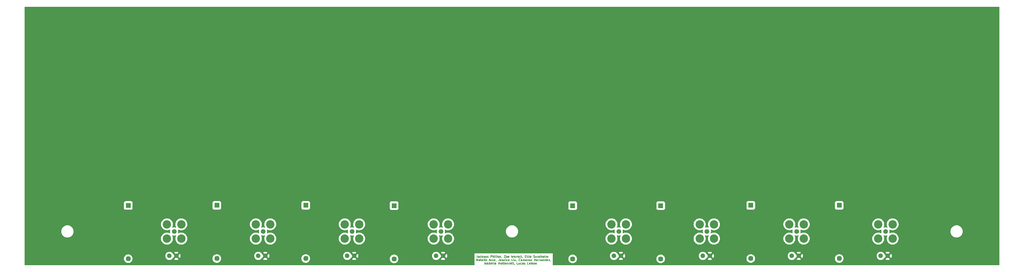
<source format=gtl>
G04 #@! TF.GenerationSoftware,KiCad,Pcbnew,8.0.8*
G04 #@! TF.CreationDate,2025-04-26T15:59:20-07:00*
G04 #@! TF.ProjectId,Output Board,4f757470-7574-4204-926f-6172642e6b69,rev?*
G04 #@! TF.SameCoordinates,Original*
G04 #@! TF.FileFunction,Copper,L1,Top*
G04 #@! TF.FilePolarity,Positive*
%FSLAX46Y46*%
G04 Gerber Fmt 4.6, Leading zero omitted, Abs format (unit mm)*
G04 Created by KiCad (PCBNEW 8.0.8) date 2025-04-26 15:59:20*
%MOMM*%
%LPD*%
G01*
G04 APERTURE LIST*
%ADD10C,0.150000*%
G04 #@! TA.AperFunction,NonConductor*
%ADD11C,0.150000*%
G04 #@! TD*
G04 #@! TA.AperFunction,ComponentPad*
%ADD12C,1.320800*%
G04 #@! TD*
G04 #@! TA.AperFunction,ComponentPad*
%ADD13C,2.400000*%
G04 #@! TD*
G04 #@! TA.AperFunction,ComponentPad*
%ADD14C,1.350000*%
G04 #@! TD*
G04 #@! TA.AperFunction,ComponentPad*
%ADD15R,1.447800X1.447800*%
G04 #@! TD*
G04 #@! TA.AperFunction,ComponentPad*
%ADD16C,1.447800*%
G04 #@! TD*
G04 #@! TA.AperFunction,ViaPad*
%ADD17C,0.600000*%
G04 #@! TD*
G04 #@! TA.AperFunction,Conductor*
%ADD18C,0.200000*%
G04 #@! TD*
G04 APERTURE END LIST*
D10*
D11*
X195078769Y-102521039D02*
X195078769Y-102949610D01*
X195078769Y-102949610D02*
X195050198Y-103035325D01*
X195050198Y-103035325D02*
X194993055Y-103092468D01*
X194993055Y-103092468D02*
X194907341Y-103121039D01*
X194907341Y-103121039D02*
X194850198Y-103121039D01*
X195621627Y-103121039D02*
X195621627Y-102806753D01*
X195621627Y-102806753D02*
X195593055Y-102749610D01*
X195593055Y-102749610D02*
X195535912Y-102721039D01*
X195535912Y-102721039D02*
X195421627Y-102721039D01*
X195421627Y-102721039D02*
X195364484Y-102749610D01*
X195621627Y-103092468D02*
X195564484Y-103121039D01*
X195564484Y-103121039D02*
X195421627Y-103121039D01*
X195421627Y-103121039D02*
X195364484Y-103092468D01*
X195364484Y-103092468D02*
X195335912Y-103035325D01*
X195335912Y-103035325D02*
X195335912Y-102978182D01*
X195335912Y-102978182D02*
X195364484Y-102921039D01*
X195364484Y-102921039D02*
X195421627Y-102892468D01*
X195421627Y-102892468D02*
X195564484Y-102892468D01*
X195564484Y-102892468D02*
X195621627Y-102863896D01*
X196164484Y-103092468D02*
X196107341Y-103121039D01*
X196107341Y-103121039D02*
X195993055Y-103121039D01*
X195993055Y-103121039D02*
X195935912Y-103092468D01*
X195935912Y-103092468D02*
X195907341Y-103063896D01*
X195907341Y-103063896D02*
X195878769Y-103006753D01*
X195878769Y-103006753D02*
X195878769Y-102835325D01*
X195878769Y-102835325D02*
X195907341Y-102778182D01*
X195907341Y-102778182D02*
X195935912Y-102749610D01*
X195935912Y-102749610D02*
X195993055Y-102721039D01*
X195993055Y-102721039D02*
X196107341Y-102721039D01*
X196107341Y-102721039D02*
X196164484Y-102749610D01*
X196421627Y-103121039D02*
X196421627Y-102521039D01*
X196478770Y-102892468D02*
X196650198Y-103121039D01*
X196650198Y-102721039D02*
X196421627Y-102949610D01*
X196878769Y-103092468D02*
X196935912Y-103121039D01*
X196935912Y-103121039D02*
X197050198Y-103121039D01*
X197050198Y-103121039D02*
X197107341Y-103092468D01*
X197107341Y-103092468D02*
X197135912Y-103035325D01*
X197135912Y-103035325D02*
X197135912Y-103006753D01*
X197135912Y-103006753D02*
X197107341Y-102949610D01*
X197107341Y-102949610D02*
X197050198Y-102921039D01*
X197050198Y-102921039D02*
X196964484Y-102921039D01*
X196964484Y-102921039D02*
X196907341Y-102892468D01*
X196907341Y-102892468D02*
X196878769Y-102835325D01*
X196878769Y-102835325D02*
X196878769Y-102806753D01*
X196878769Y-102806753D02*
X196907341Y-102749610D01*
X196907341Y-102749610D02*
X196964484Y-102721039D01*
X196964484Y-102721039D02*
X197050198Y-102721039D01*
X197050198Y-102721039D02*
X197107341Y-102749610D01*
X197478769Y-103121039D02*
X197421626Y-103092468D01*
X197421626Y-103092468D02*
X197393055Y-103063896D01*
X197393055Y-103063896D02*
X197364483Y-103006753D01*
X197364483Y-103006753D02*
X197364483Y-102835325D01*
X197364483Y-102835325D02*
X197393055Y-102778182D01*
X197393055Y-102778182D02*
X197421626Y-102749610D01*
X197421626Y-102749610D02*
X197478769Y-102721039D01*
X197478769Y-102721039D02*
X197564483Y-102721039D01*
X197564483Y-102721039D02*
X197621626Y-102749610D01*
X197621626Y-102749610D02*
X197650198Y-102778182D01*
X197650198Y-102778182D02*
X197678769Y-102835325D01*
X197678769Y-102835325D02*
X197678769Y-103006753D01*
X197678769Y-103006753D02*
X197650198Y-103063896D01*
X197650198Y-103063896D02*
X197621626Y-103092468D01*
X197621626Y-103092468D02*
X197564483Y-103121039D01*
X197564483Y-103121039D02*
X197478769Y-103121039D01*
X197935912Y-102721039D02*
X197935912Y-103121039D01*
X197935912Y-102778182D02*
X197964483Y-102749610D01*
X197964483Y-102749610D02*
X198021626Y-102721039D01*
X198021626Y-102721039D02*
X198107340Y-102721039D01*
X198107340Y-102721039D02*
X198164483Y-102749610D01*
X198164483Y-102749610D02*
X198193055Y-102806753D01*
X198193055Y-102806753D02*
X198193055Y-103121039D01*
X198935912Y-103121039D02*
X198935912Y-102521039D01*
X198935912Y-102521039D02*
X199164483Y-102521039D01*
X199164483Y-102521039D02*
X199221626Y-102549610D01*
X199221626Y-102549610D02*
X199250197Y-102578182D01*
X199250197Y-102578182D02*
X199278769Y-102635325D01*
X199278769Y-102635325D02*
X199278769Y-102721039D01*
X199278769Y-102721039D02*
X199250197Y-102778182D01*
X199250197Y-102778182D02*
X199221626Y-102806753D01*
X199221626Y-102806753D02*
X199164483Y-102835325D01*
X199164483Y-102835325D02*
X198935912Y-102835325D01*
X199535912Y-103121039D02*
X199535912Y-102521039D01*
X199793055Y-103121039D02*
X199793055Y-102806753D01*
X199793055Y-102806753D02*
X199764483Y-102749610D01*
X199764483Y-102749610D02*
X199707340Y-102721039D01*
X199707340Y-102721039D02*
X199621626Y-102721039D01*
X199621626Y-102721039D02*
X199564483Y-102749610D01*
X199564483Y-102749610D02*
X199535912Y-102778182D01*
X200078769Y-103121039D02*
X200078769Y-102721039D01*
X200078769Y-102521039D02*
X200050197Y-102549610D01*
X200050197Y-102549610D02*
X200078769Y-102578182D01*
X200078769Y-102578182D02*
X200107340Y-102549610D01*
X200107340Y-102549610D02*
X200078769Y-102521039D01*
X200078769Y-102521039D02*
X200078769Y-102578182D01*
X200450197Y-103121039D02*
X200393054Y-103092468D01*
X200393054Y-103092468D02*
X200364483Y-103035325D01*
X200364483Y-103035325D02*
X200364483Y-102521039D01*
X200678769Y-103121039D02*
X200678769Y-102721039D01*
X200678769Y-102521039D02*
X200650197Y-102549610D01*
X200650197Y-102549610D02*
X200678769Y-102578182D01*
X200678769Y-102578182D02*
X200707340Y-102549610D01*
X200707340Y-102549610D02*
X200678769Y-102521039D01*
X200678769Y-102521039D02*
X200678769Y-102578182D01*
X201050197Y-103121039D02*
X200993054Y-103092468D01*
X200993054Y-103092468D02*
X200964483Y-103063896D01*
X200964483Y-103063896D02*
X200935911Y-103006753D01*
X200935911Y-103006753D02*
X200935911Y-102835325D01*
X200935911Y-102835325D02*
X200964483Y-102778182D01*
X200964483Y-102778182D02*
X200993054Y-102749610D01*
X200993054Y-102749610D02*
X201050197Y-102721039D01*
X201050197Y-102721039D02*
X201135911Y-102721039D01*
X201135911Y-102721039D02*
X201193054Y-102749610D01*
X201193054Y-102749610D02*
X201221626Y-102778182D01*
X201221626Y-102778182D02*
X201250197Y-102835325D01*
X201250197Y-102835325D02*
X201250197Y-103006753D01*
X201250197Y-103006753D02*
X201221626Y-103063896D01*
X201221626Y-103063896D02*
X201193054Y-103092468D01*
X201193054Y-103092468D02*
X201135911Y-103121039D01*
X201135911Y-103121039D02*
X201050197Y-103121039D01*
X201507340Y-102721039D02*
X201507340Y-103121039D01*
X201507340Y-102778182D02*
X201535911Y-102749610D01*
X201535911Y-102749610D02*
X201593054Y-102721039D01*
X201593054Y-102721039D02*
X201678768Y-102721039D01*
X201678768Y-102721039D02*
X201735911Y-102749610D01*
X201735911Y-102749610D02*
X201764483Y-102806753D01*
X201764483Y-102806753D02*
X201764483Y-103121039D01*
X202078768Y-103092468D02*
X202078768Y-103121039D01*
X202078768Y-103121039D02*
X202050197Y-103178182D01*
X202050197Y-103178182D02*
X202021625Y-103206753D01*
X202735911Y-102521039D02*
X203135911Y-102521039D01*
X203135911Y-102521039D02*
X202735911Y-103121039D01*
X202735911Y-103121039D02*
X203135911Y-103121039D01*
X203450197Y-103121039D02*
X203393054Y-103092468D01*
X203393054Y-103092468D02*
X203364483Y-103063896D01*
X203364483Y-103063896D02*
X203335911Y-103006753D01*
X203335911Y-103006753D02*
X203335911Y-102835325D01*
X203335911Y-102835325D02*
X203364483Y-102778182D01*
X203364483Y-102778182D02*
X203393054Y-102749610D01*
X203393054Y-102749610D02*
X203450197Y-102721039D01*
X203450197Y-102721039D02*
X203535911Y-102721039D01*
X203535911Y-102721039D02*
X203593054Y-102749610D01*
X203593054Y-102749610D02*
X203621626Y-102778182D01*
X203621626Y-102778182D02*
X203650197Y-102835325D01*
X203650197Y-102835325D02*
X203650197Y-103006753D01*
X203650197Y-103006753D02*
X203621626Y-103063896D01*
X203621626Y-103063896D02*
X203593054Y-103092468D01*
X203593054Y-103092468D02*
X203535911Y-103121039D01*
X203535911Y-103121039D02*
X203450197Y-103121039D01*
X204135911Y-103092468D02*
X204078768Y-103121039D01*
X204078768Y-103121039D02*
X203964483Y-103121039D01*
X203964483Y-103121039D02*
X203907340Y-103092468D01*
X203907340Y-103092468D02*
X203878768Y-103035325D01*
X203878768Y-103035325D02*
X203878768Y-102806753D01*
X203878768Y-102806753D02*
X203907340Y-102749610D01*
X203907340Y-102749610D02*
X203964483Y-102721039D01*
X203964483Y-102721039D02*
X204078768Y-102721039D01*
X204078768Y-102721039D02*
X204135911Y-102749610D01*
X204135911Y-102749610D02*
X204164483Y-102806753D01*
X204164483Y-102806753D02*
X204164483Y-102863896D01*
X204164483Y-102863896D02*
X203878768Y-102921039D01*
X204821626Y-102521039D02*
X204964483Y-103121039D01*
X204964483Y-103121039D02*
X205078769Y-102692468D01*
X205078769Y-102692468D02*
X205193054Y-103121039D01*
X205193054Y-103121039D02*
X205335912Y-102521039D01*
X205650197Y-103121039D02*
X205593054Y-103092468D01*
X205593054Y-103092468D02*
X205564483Y-103063896D01*
X205564483Y-103063896D02*
X205535911Y-103006753D01*
X205535911Y-103006753D02*
X205535911Y-102835325D01*
X205535911Y-102835325D02*
X205564483Y-102778182D01*
X205564483Y-102778182D02*
X205593054Y-102749610D01*
X205593054Y-102749610D02*
X205650197Y-102721039D01*
X205650197Y-102721039D02*
X205735911Y-102721039D01*
X205735911Y-102721039D02*
X205793054Y-102749610D01*
X205793054Y-102749610D02*
X205821626Y-102778182D01*
X205821626Y-102778182D02*
X205850197Y-102835325D01*
X205850197Y-102835325D02*
X205850197Y-103006753D01*
X205850197Y-103006753D02*
X205821626Y-103063896D01*
X205821626Y-103063896D02*
X205793054Y-103092468D01*
X205793054Y-103092468D02*
X205735911Y-103121039D01*
X205735911Y-103121039D02*
X205650197Y-103121039D01*
X206107340Y-103121039D02*
X206107340Y-102721039D01*
X206107340Y-102835325D02*
X206135911Y-102778182D01*
X206135911Y-102778182D02*
X206164483Y-102749610D01*
X206164483Y-102749610D02*
X206221625Y-102721039D01*
X206221625Y-102721039D02*
X206278768Y-102721039D01*
X206478769Y-103121039D02*
X206478769Y-102721039D01*
X206478769Y-102835325D02*
X206507340Y-102778182D01*
X206507340Y-102778182D02*
X206535912Y-102749610D01*
X206535912Y-102749610D02*
X206593054Y-102721039D01*
X206593054Y-102721039D02*
X206650197Y-102721039D01*
X207107341Y-103121039D02*
X207107341Y-102806753D01*
X207107341Y-102806753D02*
X207078769Y-102749610D01*
X207078769Y-102749610D02*
X207021626Y-102721039D01*
X207021626Y-102721039D02*
X206907341Y-102721039D01*
X206907341Y-102721039D02*
X206850198Y-102749610D01*
X207107341Y-103092468D02*
X207050198Y-103121039D01*
X207050198Y-103121039D02*
X206907341Y-103121039D01*
X206907341Y-103121039D02*
X206850198Y-103092468D01*
X206850198Y-103092468D02*
X206821626Y-103035325D01*
X206821626Y-103035325D02*
X206821626Y-102978182D01*
X206821626Y-102978182D02*
X206850198Y-102921039D01*
X206850198Y-102921039D02*
X206907341Y-102892468D01*
X206907341Y-102892468D02*
X207050198Y-102892468D01*
X207050198Y-102892468D02*
X207107341Y-102863896D01*
X207478769Y-103121039D02*
X207421626Y-103092468D01*
X207421626Y-103092468D02*
X207393055Y-103035325D01*
X207393055Y-103035325D02*
X207393055Y-102521039D01*
X207793055Y-103121039D02*
X207735912Y-103092468D01*
X207735912Y-103092468D02*
X207707341Y-103035325D01*
X207707341Y-103035325D02*
X207707341Y-102521039D01*
X208050198Y-103092468D02*
X208050198Y-103121039D01*
X208050198Y-103121039D02*
X208021627Y-103178182D01*
X208021627Y-103178182D02*
X207993055Y-103206753D01*
X208764484Y-102806753D02*
X208964484Y-102806753D01*
X209050198Y-103121039D02*
X208764484Y-103121039D01*
X208764484Y-103121039D02*
X208764484Y-102521039D01*
X208764484Y-102521039D02*
X209050198Y-102521039D01*
X209393055Y-103121039D02*
X209335912Y-103092468D01*
X209335912Y-103092468D02*
X209307341Y-103035325D01*
X209307341Y-103035325D02*
X209307341Y-102521039D01*
X209707341Y-103121039D02*
X209650198Y-103092468D01*
X209650198Y-103092468D02*
X209621627Y-103035325D01*
X209621627Y-103035325D02*
X209621627Y-102521039D01*
X209935913Y-103121039D02*
X209935913Y-102721039D01*
X209935913Y-102521039D02*
X209907341Y-102549610D01*
X209907341Y-102549610D02*
X209935913Y-102578182D01*
X209935913Y-102578182D02*
X209964484Y-102549610D01*
X209964484Y-102549610D02*
X209935913Y-102521039D01*
X209935913Y-102521039D02*
X209935913Y-102578182D01*
X210450198Y-103092468D02*
X210393055Y-103121039D01*
X210393055Y-103121039D02*
X210278770Y-103121039D01*
X210278770Y-103121039D02*
X210221627Y-103092468D01*
X210221627Y-103092468D02*
X210193055Y-103035325D01*
X210193055Y-103035325D02*
X210193055Y-102806753D01*
X210193055Y-102806753D02*
X210221627Y-102749610D01*
X210221627Y-102749610D02*
X210278770Y-102721039D01*
X210278770Y-102721039D02*
X210393055Y-102721039D01*
X210393055Y-102721039D02*
X210450198Y-102749610D01*
X210450198Y-102749610D02*
X210478770Y-102806753D01*
X210478770Y-102806753D02*
X210478770Y-102863896D01*
X210478770Y-102863896D02*
X210193055Y-102921039D01*
X211164484Y-103092468D02*
X211250199Y-103121039D01*
X211250199Y-103121039D02*
X211393056Y-103121039D01*
X211393056Y-103121039D02*
X211450199Y-103092468D01*
X211450199Y-103092468D02*
X211478770Y-103063896D01*
X211478770Y-103063896D02*
X211507341Y-103006753D01*
X211507341Y-103006753D02*
X211507341Y-102949610D01*
X211507341Y-102949610D02*
X211478770Y-102892468D01*
X211478770Y-102892468D02*
X211450199Y-102863896D01*
X211450199Y-102863896D02*
X211393056Y-102835325D01*
X211393056Y-102835325D02*
X211278770Y-102806753D01*
X211278770Y-102806753D02*
X211221627Y-102778182D01*
X211221627Y-102778182D02*
X211193056Y-102749610D01*
X211193056Y-102749610D02*
X211164484Y-102692468D01*
X211164484Y-102692468D02*
X211164484Y-102635325D01*
X211164484Y-102635325D02*
X211193056Y-102578182D01*
X211193056Y-102578182D02*
X211221627Y-102549610D01*
X211221627Y-102549610D02*
X211278770Y-102521039D01*
X211278770Y-102521039D02*
X211421627Y-102521039D01*
X211421627Y-102521039D02*
X211507341Y-102549610D01*
X212021628Y-102721039D02*
X212021628Y-103121039D01*
X211764485Y-102721039D02*
X211764485Y-103035325D01*
X211764485Y-103035325D02*
X211793056Y-103092468D01*
X211793056Y-103092468D02*
X211850199Y-103121039D01*
X211850199Y-103121039D02*
X211935913Y-103121039D01*
X211935913Y-103121039D02*
X211993056Y-103092468D01*
X211993056Y-103092468D02*
X212021628Y-103063896D01*
X212307342Y-102721039D02*
X212307342Y-103121039D01*
X212307342Y-102778182D02*
X212335913Y-102749610D01*
X212335913Y-102749610D02*
X212393056Y-102721039D01*
X212393056Y-102721039D02*
X212478770Y-102721039D01*
X212478770Y-102721039D02*
X212535913Y-102749610D01*
X212535913Y-102749610D02*
X212564485Y-102806753D01*
X212564485Y-102806753D02*
X212564485Y-103121039D01*
X213107342Y-103121039D02*
X213107342Y-102521039D01*
X213107342Y-103092468D02*
X213050199Y-103121039D01*
X213050199Y-103121039D02*
X212935913Y-103121039D01*
X212935913Y-103121039D02*
X212878770Y-103092468D01*
X212878770Y-103092468D02*
X212850199Y-103063896D01*
X212850199Y-103063896D02*
X212821627Y-103006753D01*
X212821627Y-103006753D02*
X212821627Y-102835325D01*
X212821627Y-102835325D02*
X212850199Y-102778182D01*
X212850199Y-102778182D02*
X212878770Y-102749610D01*
X212878770Y-102749610D02*
X212935913Y-102721039D01*
X212935913Y-102721039D02*
X213050199Y-102721039D01*
X213050199Y-102721039D02*
X213107342Y-102749610D01*
X213393056Y-103121039D02*
X213393056Y-102521039D01*
X213650199Y-103121039D02*
X213650199Y-102806753D01*
X213650199Y-102806753D02*
X213621627Y-102749610D01*
X213621627Y-102749610D02*
X213564484Y-102721039D01*
X213564484Y-102721039D02*
X213478770Y-102721039D01*
X213478770Y-102721039D02*
X213421627Y-102749610D01*
X213421627Y-102749610D02*
X213393056Y-102778182D01*
X214164484Y-103092468D02*
X214107341Y-103121039D01*
X214107341Y-103121039D02*
X213993056Y-103121039D01*
X213993056Y-103121039D02*
X213935913Y-103092468D01*
X213935913Y-103092468D02*
X213907341Y-103035325D01*
X213907341Y-103035325D02*
X213907341Y-102806753D01*
X213907341Y-102806753D02*
X213935913Y-102749610D01*
X213935913Y-102749610D02*
X213993056Y-102721039D01*
X213993056Y-102721039D02*
X214107341Y-102721039D01*
X214107341Y-102721039D02*
X214164484Y-102749610D01*
X214164484Y-102749610D02*
X214193056Y-102806753D01*
X214193056Y-102806753D02*
X214193056Y-102863896D01*
X214193056Y-102863896D02*
X213907341Y-102921039D01*
X214450199Y-103121039D02*
X214450199Y-102721039D01*
X214450199Y-102521039D02*
X214421627Y-102549610D01*
X214421627Y-102549610D02*
X214450199Y-102578182D01*
X214450199Y-102578182D02*
X214478770Y-102549610D01*
X214478770Y-102549610D02*
X214450199Y-102521039D01*
X214450199Y-102521039D02*
X214450199Y-102578182D01*
X214735913Y-103121039D02*
X214735913Y-102721039D01*
X214735913Y-102778182D02*
X214764484Y-102749610D01*
X214764484Y-102749610D02*
X214821627Y-102721039D01*
X214821627Y-102721039D02*
X214907341Y-102721039D01*
X214907341Y-102721039D02*
X214964484Y-102749610D01*
X214964484Y-102749610D02*
X214993056Y-102806753D01*
X214993056Y-102806753D02*
X214993056Y-103121039D01*
X214993056Y-102806753D02*
X215021627Y-102749610D01*
X215021627Y-102749610D02*
X215078770Y-102721039D01*
X215078770Y-102721039D02*
X215164484Y-102721039D01*
X215164484Y-102721039D02*
X215221627Y-102749610D01*
X215221627Y-102749610D02*
X215250198Y-102806753D01*
X215250198Y-102806753D02*
X215250198Y-103121039D01*
X194907341Y-104087005D02*
X194907341Y-103487005D01*
X194907341Y-103487005D02*
X195250198Y-104087005D01*
X195250198Y-104087005D02*
X195250198Y-103487005D01*
X195793055Y-104087005D02*
X195793055Y-103772719D01*
X195793055Y-103772719D02*
X195764483Y-103715576D01*
X195764483Y-103715576D02*
X195707340Y-103687005D01*
X195707340Y-103687005D02*
X195593055Y-103687005D01*
X195593055Y-103687005D02*
X195535912Y-103715576D01*
X195793055Y-104058434D02*
X195735912Y-104087005D01*
X195735912Y-104087005D02*
X195593055Y-104087005D01*
X195593055Y-104087005D02*
X195535912Y-104058434D01*
X195535912Y-104058434D02*
X195507340Y-104001291D01*
X195507340Y-104001291D02*
X195507340Y-103944148D01*
X195507340Y-103944148D02*
X195535912Y-103887005D01*
X195535912Y-103887005D02*
X195593055Y-103858434D01*
X195593055Y-103858434D02*
X195735912Y-103858434D01*
X195735912Y-103858434D02*
X195793055Y-103829862D01*
X195993054Y-103687005D02*
X196221626Y-103687005D01*
X196078769Y-103487005D02*
X196078769Y-104001291D01*
X196078769Y-104001291D02*
X196107340Y-104058434D01*
X196107340Y-104058434D02*
X196164483Y-104087005D01*
X196164483Y-104087005D02*
X196221626Y-104087005D01*
X196678769Y-104087005D02*
X196678769Y-103772719D01*
X196678769Y-103772719D02*
X196650197Y-103715576D01*
X196650197Y-103715576D02*
X196593054Y-103687005D01*
X196593054Y-103687005D02*
X196478769Y-103687005D01*
X196478769Y-103687005D02*
X196421626Y-103715576D01*
X196678769Y-104058434D02*
X196621626Y-104087005D01*
X196621626Y-104087005D02*
X196478769Y-104087005D01*
X196478769Y-104087005D02*
X196421626Y-104058434D01*
X196421626Y-104058434D02*
X196393054Y-104001291D01*
X196393054Y-104001291D02*
X196393054Y-103944148D01*
X196393054Y-103944148D02*
X196421626Y-103887005D01*
X196421626Y-103887005D02*
X196478769Y-103858434D01*
X196478769Y-103858434D02*
X196621626Y-103858434D01*
X196621626Y-103858434D02*
X196678769Y-103829862D01*
X197050197Y-104087005D02*
X196993054Y-104058434D01*
X196993054Y-104058434D02*
X196964483Y-104001291D01*
X196964483Y-104001291D02*
X196964483Y-103487005D01*
X197278769Y-104087005D02*
X197278769Y-103687005D01*
X197278769Y-103487005D02*
X197250197Y-103515576D01*
X197250197Y-103515576D02*
X197278769Y-103544148D01*
X197278769Y-103544148D02*
X197307340Y-103515576D01*
X197307340Y-103515576D02*
X197278769Y-103487005D01*
X197278769Y-103487005D02*
X197278769Y-103544148D01*
X197793054Y-104058434D02*
X197735911Y-104087005D01*
X197735911Y-104087005D02*
X197621626Y-104087005D01*
X197621626Y-104087005D02*
X197564483Y-104058434D01*
X197564483Y-104058434D02*
X197535911Y-104001291D01*
X197535911Y-104001291D02*
X197535911Y-103772719D01*
X197535911Y-103772719D02*
X197564483Y-103715576D01*
X197564483Y-103715576D02*
X197621626Y-103687005D01*
X197621626Y-103687005D02*
X197735911Y-103687005D01*
X197735911Y-103687005D02*
X197793054Y-103715576D01*
X197793054Y-103715576D02*
X197821626Y-103772719D01*
X197821626Y-103772719D02*
X197821626Y-103829862D01*
X197821626Y-103829862D02*
X197535911Y-103887005D01*
X198507340Y-103915576D02*
X198793055Y-103915576D01*
X198450197Y-104087005D02*
X198650197Y-103487005D01*
X198650197Y-103487005D02*
X198850197Y-104087005D01*
X199050198Y-104087005D02*
X199050198Y-103687005D01*
X199050198Y-103801291D02*
X199078769Y-103744148D01*
X199078769Y-103744148D02*
X199107341Y-103715576D01*
X199107341Y-103715576D02*
X199164483Y-103687005D01*
X199164483Y-103687005D02*
X199221626Y-103687005D01*
X199678770Y-104058434D02*
X199621627Y-104087005D01*
X199621627Y-104087005D02*
X199507341Y-104087005D01*
X199507341Y-104087005D02*
X199450198Y-104058434D01*
X199450198Y-104058434D02*
X199421627Y-104029862D01*
X199421627Y-104029862D02*
X199393055Y-103972719D01*
X199393055Y-103972719D02*
X199393055Y-103801291D01*
X199393055Y-103801291D02*
X199421627Y-103744148D01*
X199421627Y-103744148D02*
X199450198Y-103715576D01*
X199450198Y-103715576D02*
X199507341Y-103687005D01*
X199507341Y-103687005D02*
X199621627Y-103687005D01*
X199621627Y-103687005D02*
X199678770Y-103715576D01*
X200164484Y-104058434D02*
X200107341Y-104087005D01*
X200107341Y-104087005D02*
X199993056Y-104087005D01*
X199993056Y-104087005D02*
X199935913Y-104058434D01*
X199935913Y-104058434D02*
X199907341Y-104001291D01*
X199907341Y-104001291D02*
X199907341Y-103772719D01*
X199907341Y-103772719D02*
X199935913Y-103715576D01*
X199935913Y-103715576D02*
X199993056Y-103687005D01*
X199993056Y-103687005D02*
X200107341Y-103687005D01*
X200107341Y-103687005D02*
X200164484Y-103715576D01*
X200164484Y-103715576D02*
X200193056Y-103772719D01*
X200193056Y-103772719D02*
X200193056Y-103829862D01*
X200193056Y-103829862D02*
X199907341Y-103887005D01*
X200478770Y-104058434D02*
X200478770Y-104087005D01*
X200478770Y-104087005D02*
X200450199Y-104144148D01*
X200450199Y-104144148D02*
X200421627Y-104172719D01*
X201364484Y-103487005D02*
X201364484Y-103915576D01*
X201364484Y-103915576D02*
X201335913Y-104001291D01*
X201335913Y-104001291D02*
X201278770Y-104058434D01*
X201278770Y-104058434D02*
X201193056Y-104087005D01*
X201193056Y-104087005D02*
X201135913Y-104087005D01*
X201878770Y-104058434D02*
X201821627Y-104087005D01*
X201821627Y-104087005D02*
X201707342Y-104087005D01*
X201707342Y-104087005D02*
X201650199Y-104058434D01*
X201650199Y-104058434D02*
X201621627Y-104001291D01*
X201621627Y-104001291D02*
X201621627Y-103772719D01*
X201621627Y-103772719D02*
X201650199Y-103715576D01*
X201650199Y-103715576D02*
X201707342Y-103687005D01*
X201707342Y-103687005D02*
X201821627Y-103687005D01*
X201821627Y-103687005D02*
X201878770Y-103715576D01*
X201878770Y-103715576D02*
X201907342Y-103772719D01*
X201907342Y-103772719D02*
X201907342Y-103829862D01*
X201907342Y-103829862D02*
X201621627Y-103887005D01*
X202135913Y-104058434D02*
X202193056Y-104087005D01*
X202193056Y-104087005D02*
X202307342Y-104087005D01*
X202307342Y-104087005D02*
X202364485Y-104058434D01*
X202364485Y-104058434D02*
X202393056Y-104001291D01*
X202393056Y-104001291D02*
X202393056Y-103972719D01*
X202393056Y-103972719D02*
X202364485Y-103915576D01*
X202364485Y-103915576D02*
X202307342Y-103887005D01*
X202307342Y-103887005D02*
X202221628Y-103887005D01*
X202221628Y-103887005D02*
X202164485Y-103858434D01*
X202164485Y-103858434D02*
X202135913Y-103801291D01*
X202135913Y-103801291D02*
X202135913Y-103772719D01*
X202135913Y-103772719D02*
X202164485Y-103715576D01*
X202164485Y-103715576D02*
X202221628Y-103687005D01*
X202221628Y-103687005D02*
X202307342Y-103687005D01*
X202307342Y-103687005D02*
X202364485Y-103715576D01*
X202621627Y-104058434D02*
X202678770Y-104087005D01*
X202678770Y-104087005D02*
X202793056Y-104087005D01*
X202793056Y-104087005D02*
X202850199Y-104058434D01*
X202850199Y-104058434D02*
X202878770Y-104001291D01*
X202878770Y-104001291D02*
X202878770Y-103972719D01*
X202878770Y-103972719D02*
X202850199Y-103915576D01*
X202850199Y-103915576D02*
X202793056Y-103887005D01*
X202793056Y-103887005D02*
X202707342Y-103887005D01*
X202707342Y-103887005D02*
X202650199Y-103858434D01*
X202650199Y-103858434D02*
X202621627Y-103801291D01*
X202621627Y-103801291D02*
X202621627Y-103772719D01*
X202621627Y-103772719D02*
X202650199Y-103715576D01*
X202650199Y-103715576D02*
X202707342Y-103687005D01*
X202707342Y-103687005D02*
X202793056Y-103687005D01*
X202793056Y-103687005D02*
X202850199Y-103715576D01*
X203135913Y-104087005D02*
X203135913Y-103687005D01*
X203135913Y-103487005D02*
X203107341Y-103515576D01*
X203107341Y-103515576D02*
X203135913Y-103544148D01*
X203135913Y-103544148D02*
X203164484Y-103515576D01*
X203164484Y-103515576D02*
X203135913Y-103487005D01*
X203135913Y-103487005D02*
X203135913Y-103544148D01*
X203678770Y-104058434D02*
X203621627Y-104087005D01*
X203621627Y-104087005D02*
X203507341Y-104087005D01*
X203507341Y-104087005D02*
X203450198Y-104058434D01*
X203450198Y-104058434D02*
X203421627Y-104029862D01*
X203421627Y-104029862D02*
X203393055Y-103972719D01*
X203393055Y-103972719D02*
X203393055Y-103801291D01*
X203393055Y-103801291D02*
X203421627Y-103744148D01*
X203421627Y-103744148D02*
X203450198Y-103715576D01*
X203450198Y-103715576D02*
X203507341Y-103687005D01*
X203507341Y-103687005D02*
X203621627Y-103687005D01*
X203621627Y-103687005D02*
X203678770Y-103715576D01*
X204193056Y-104087005D02*
X204193056Y-103772719D01*
X204193056Y-103772719D02*
X204164484Y-103715576D01*
X204164484Y-103715576D02*
X204107341Y-103687005D01*
X204107341Y-103687005D02*
X203993056Y-103687005D01*
X203993056Y-103687005D02*
X203935913Y-103715576D01*
X204193056Y-104058434D02*
X204135913Y-104087005D01*
X204135913Y-104087005D02*
X203993056Y-104087005D01*
X203993056Y-104087005D02*
X203935913Y-104058434D01*
X203935913Y-104058434D02*
X203907341Y-104001291D01*
X203907341Y-104001291D02*
X203907341Y-103944148D01*
X203907341Y-103944148D02*
X203935913Y-103887005D01*
X203935913Y-103887005D02*
X203993056Y-103858434D01*
X203993056Y-103858434D02*
X204135913Y-103858434D01*
X204135913Y-103858434D02*
X204193056Y-103829862D01*
X205221627Y-104087005D02*
X204935913Y-104087005D01*
X204935913Y-104087005D02*
X204935913Y-103487005D01*
X205421627Y-104087005D02*
X205421627Y-103687005D01*
X205421627Y-103487005D02*
X205393055Y-103515576D01*
X205393055Y-103515576D02*
X205421627Y-103544148D01*
X205421627Y-103544148D02*
X205450198Y-103515576D01*
X205450198Y-103515576D02*
X205421627Y-103487005D01*
X205421627Y-103487005D02*
X205421627Y-103544148D01*
X205964484Y-103687005D02*
X205964484Y-104087005D01*
X205707341Y-103687005D02*
X205707341Y-104001291D01*
X205707341Y-104001291D02*
X205735912Y-104058434D01*
X205735912Y-104058434D02*
X205793055Y-104087005D01*
X205793055Y-104087005D02*
X205878769Y-104087005D01*
X205878769Y-104087005D02*
X205935912Y-104058434D01*
X205935912Y-104058434D02*
X205964484Y-104029862D01*
X206278769Y-104058434D02*
X206278769Y-104087005D01*
X206278769Y-104087005D02*
X206250198Y-104144148D01*
X206250198Y-104144148D02*
X206221626Y-104172719D01*
X207335912Y-104029862D02*
X207307340Y-104058434D01*
X207307340Y-104058434D02*
X207221626Y-104087005D01*
X207221626Y-104087005D02*
X207164483Y-104087005D01*
X207164483Y-104087005D02*
X207078769Y-104058434D01*
X207078769Y-104058434D02*
X207021626Y-104001291D01*
X207021626Y-104001291D02*
X206993055Y-103944148D01*
X206993055Y-103944148D02*
X206964483Y-103829862D01*
X206964483Y-103829862D02*
X206964483Y-103744148D01*
X206964483Y-103744148D02*
X206993055Y-103629862D01*
X206993055Y-103629862D02*
X207021626Y-103572719D01*
X207021626Y-103572719D02*
X207078769Y-103515576D01*
X207078769Y-103515576D02*
X207164483Y-103487005D01*
X207164483Y-103487005D02*
X207221626Y-103487005D01*
X207221626Y-103487005D02*
X207307340Y-103515576D01*
X207307340Y-103515576D02*
X207335912Y-103544148D01*
X207850198Y-104087005D02*
X207850198Y-103772719D01*
X207850198Y-103772719D02*
X207821626Y-103715576D01*
X207821626Y-103715576D02*
X207764483Y-103687005D01*
X207764483Y-103687005D02*
X207650198Y-103687005D01*
X207650198Y-103687005D02*
X207593055Y-103715576D01*
X207850198Y-104058434D02*
X207793055Y-104087005D01*
X207793055Y-104087005D02*
X207650198Y-104087005D01*
X207650198Y-104087005D02*
X207593055Y-104058434D01*
X207593055Y-104058434D02*
X207564483Y-104001291D01*
X207564483Y-104001291D02*
X207564483Y-103944148D01*
X207564483Y-103944148D02*
X207593055Y-103887005D01*
X207593055Y-103887005D02*
X207650198Y-103858434D01*
X207650198Y-103858434D02*
X207793055Y-103858434D01*
X207793055Y-103858434D02*
X207850198Y-103829862D01*
X208135912Y-104087005D02*
X208135912Y-103687005D01*
X208135912Y-103744148D02*
X208164483Y-103715576D01*
X208164483Y-103715576D02*
X208221626Y-103687005D01*
X208221626Y-103687005D02*
X208307340Y-103687005D01*
X208307340Y-103687005D02*
X208364483Y-103715576D01*
X208364483Y-103715576D02*
X208393055Y-103772719D01*
X208393055Y-103772719D02*
X208393055Y-104087005D01*
X208393055Y-103772719D02*
X208421626Y-103715576D01*
X208421626Y-103715576D02*
X208478769Y-103687005D01*
X208478769Y-103687005D02*
X208564483Y-103687005D01*
X208564483Y-103687005D02*
X208621626Y-103715576D01*
X208621626Y-103715576D02*
X208650197Y-103772719D01*
X208650197Y-103772719D02*
X208650197Y-104087005D01*
X209164483Y-104058434D02*
X209107340Y-104087005D01*
X209107340Y-104087005D02*
X208993055Y-104087005D01*
X208993055Y-104087005D02*
X208935912Y-104058434D01*
X208935912Y-104058434D02*
X208907340Y-104001291D01*
X208907340Y-104001291D02*
X208907340Y-103772719D01*
X208907340Y-103772719D02*
X208935912Y-103715576D01*
X208935912Y-103715576D02*
X208993055Y-103687005D01*
X208993055Y-103687005D02*
X209107340Y-103687005D01*
X209107340Y-103687005D02*
X209164483Y-103715576D01*
X209164483Y-103715576D02*
X209193055Y-103772719D01*
X209193055Y-103772719D02*
X209193055Y-103829862D01*
X209193055Y-103829862D02*
X208907340Y-103887005D01*
X209450198Y-104087005D02*
X209450198Y-103687005D01*
X209450198Y-103801291D02*
X209478769Y-103744148D01*
X209478769Y-103744148D02*
X209507341Y-103715576D01*
X209507341Y-103715576D02*
X209564483Y-103687005D01*
X209564483Y-103687005D02*
X209621626Y-103687005D01*
X209907341Y-104087005D02*
X209850198Y-104058434D01*
X209850198Y-104058434D02*
X209821627Y-104029862D01*
X209821627Y-104029862D02*
X209793055Y-103972719D01*
X209793055Y-103972719D02*
X209793055Y-103801291D01*
X209793055Y-103801291D02*
X209821627Y-103744148D01*
X209821627Y-103744148D02*
X209850198Y-103715576D01*
X209850198Y-103715576D02*
X209907341Y-103687005D01*
X209907341Y-103687005D02*
X209993055Y-103687005D01*
X209993055Y-103687005D02*
X210050198Y-103715576D01*
X210050198Y-103715576D02*
X210078770Y-103744148D01*
X210078770Y-103744148D02*
X210107341Y-103801291D01*
X210107341Y-103801291D02*
X210107341Y-103972719D01*
X210107341Y-103972719D02*
X210078770Y-104029862D01*
X210078770Y-104029862D02*
X210050198Y-104058434D01*
X210050198Y-104058434D02*
X209993055Y-104087005D01*
X209993055Y-104087005D02*
X209907341Y-104087005D01*
X210364484Y-103687005D02*
X210364484Y-104087005D01*
X210364484Y-103744148D02*
X210393055Y-103715576D01*
X210393055Y-103715576D02*
X210450198Y-103687005D01*
X210450198Y-103687005D02*
X210535912Y-103687005D01*
X210535912Y-103687005D02*
X210593055Y-103715576D01*
X210593055Y-103715576D02*
X210621627Y-103772719D01*
X210621627Y-103772719D02*
X210621627Y-104087005D01*
X211364484Y-104087005D02*
X211364484Y-103487005D01*
X211364484Y-103772719D02*
X211707341Y-103772719D01*
X211707341Y-104087005D02*
X211707341Y-103487005D01*
X212221626Y-104058434D02*
X212164483Y-104087005D01*
X212164483Y-104087005D02*
X212050198Y-104087005D01*
X212050198Y-104087005D02*
X211993055Y-104058434D01*
X211993055Y-104058434D02*
X211964483Y-104001291D01*
X211964483Y-104001291D02*
X211964483Y-103772719D01*
X211964483Y-103772719D02*
X211993055Y-103715576D01*
X211993055Y-103715576D02*
X212050198Y-103687005D01*
X212050198Y-103687005D02*
X212164483Y-103687005D01*
X212164483Y-103687005D02*
X212221626Y-103715576D01*
X212221626Y-103715576D02*
X212250198Y-103772719D01*
X212250198Y-103772719D02*
X212250198Y-103829862D01*
X212250198Y-103829862D02*
X211964483Y-103887005D01*
X212507341Y-104087005D02*
X212507341Y-103687005D01*
X212507341Y-103801291D02*
X212535912Y-103744148D01*
X212535912Y-103744148D02*
X212564484Y-103715576D01*
X212564484Y-103715576D02*
X212621626Y-103687005D01*
X212621626Y-103687005D02*
X212678769Y-103687005D01*
X212878770Y-103687005D02*
X212878770Y-104087005D01*
X212878770Y-103744148D02*
X212907341Y-103715576D01*
X212907341Y-103715576D02*
X212964484Y-103687005D01*
X212964484Y-103687005D02*
X213050198Y-103687005D01*
X213050198Y-103687005D02*
X213107341Y-103715576D01*
X213107341Y-103715576D02*
X213135913Y-103772719D01*
X213135913Y-103772719D02*
X213135913Y-104087005D01*
X213678770Y-104087005D02*
X213678770Y-103772719D01*
X213678770Y-103772719D02*
X213650198Y-103715576D01*
X213650198Y-103715576D02*
X213593055Y-103687005D01*
X213593055Y-103687005D02*
X213478770Y-103687005D01*
X213478770Y-103687005D02*
X213421627Y-103715576D01*
X213678770Y-104058434D02*
X213621627Y-104087005D01*
X213621627Y-104087005D02*
X213478770Y-104087005D01*
X213478770Y-104087005D02*
X213421627Y-104058434D01*
X213421627Y-104058434D02*
X213393055Y-104001291D01*
X213393055Y-104001291D02*
X213393055Y-103944148D01*
X213393055Y-103944148D02*
X213421627Y-103887005D01*
X213421627Y-103887005D02*
X213478770Y-103858434D01*
X213478770Y-103858434D02*
X213621627Y-103858434D01*
X213621627Y-103858434D02*
X213678770Y-103829862D01*
X213964484Y-103687005D02*
X213964484Y-104087005D01*
X213964484Y-103744148D02*
X213993055Y-103715576D01*
X213993055Y-103715576D02*
X214050198Y-103687005D01*
X214050198Y-103687005D02*
X214135912Y-103687005D01*
X214135912Y-103687005D02*
X214193055Y-103715576D01*
X214193055Y-103715576D02*
X214221627Y-103772719D01*
X214221627Y-103772719D02*
X214221627Y-104087005D01*
X214764484Y-104087005D02*
X214764484Y-103487005D01*
X214764484Y-104058434D02*
X214707341Y-104087005D01*
X214707341Y-104087005D02*
X214593055Y-104087005D01*
X214593055Y-104087005D02*
X214535912Y-104058434D01*
X214535912Y-104058434D02*
X214507341Y-104029862D01*
X214507341Y-104029862D02*
X214478769Y-103972719D01*
X214478769Y-103972719D02*
X214478769Y-103801291D01*
X214478769Y-103801291D02*
X214507341Y-103744148D01*
X214507341Y-103744148D02*
X214535912Y-103715576D01*
X214535912Y-103715576D02*
X214593055Y-103687005D01*
X214593055Y-103687005D02*
X214707341Y-103687005D01*
X214707341Y-103687005D02*
X214764484Y-103715576D01*
X215278769Y-104058434D02*
X215221626Y-104087005D01*
X215221626Y-104087005D02*
X215107341Y-104087005D01*
X215107341Y-104087005D02*
X215050198Y-104058434D01*
X215050198Y-104058434D02*
X215021626Y-104001291D01*
X215021626Y-104001291D02*
X215021626Y-103772719D01*
X215021626Y-103772719D02*
X215050198Y-103715576D01*
X215050198Y-103715576D02*
X215107341Y-103687005D01*
X215107341Y-103687005D02*
X215221626Y-103687005D01*
X215221626Y-103687005D02*
X215278769Y-103715576D01*
X215278769Y-103715576D02*
X215307341Y-103772719D01*
X215307341Y-103772719D02*
X215307341Y-103829862D01*
X215307341Y-103829862D02*
X215021626Y-103887005D01*
X215507341Y-103687005D02*
X215821627Y-103687005D01*
X215821627Y-103687005D02*
X215507341Y-104087005D01*
X215507341Y-104087005D02*
X215821627Y-104087005D01*
X216078769Y-104058434D02*
X216078769Y-104087005D01*
X216078769Y-104087005D02*
X216050198Y-104144148D01*
X216050198Y-104144148D02*
X216021626Y-104172719D01*
X197164483Y-105052971D02*
X197164483Y-104452971D01*
X197421625Y-105024400D02*
X197478768Y-105052971D01*
X197478768Y-105052971D02*
X197593054Y-105052971D01*
X197593054Y-105052971D02*
X197650197Y-105024400D01*
X197650197Y-105024400D02*
X197678768Y-104967257D01*
X197678768Y-104967257D02*
X197678768Y-104938685D01*
X197678768Y-104938685D02*
X197650197Y-104881542D01*
X197650197Y-104881542D02*
X197593054Y-104852971D01*
X197593054Y-104852971D02*
X197507340Y-104852971D01*
X197507340Y-104852971D02*
X197450197Y-104824400D01*
X197450197Y-104824400D02*
X197421625Y-104767257D01*
X197421625Y-104767257D02*
X197421625Y-104738685D01*
X197421625Y-104738685D02*
X197450197Y-104681542D01*
X197450197Y-104681542D02*
X197507340Y-104652971D01*
X197507340Y-104652971D02*
X197593054Y-104652971D01*
X197593054Y-104652971D02*
X197650197Y-104681542D01*
X198193054Y-105052971D02*
X198193054Y-104738685D01*
X198193054Y-104738685D02*
X198164482Y-104681542D01*
X198164482Y-104681542D02*
X198107339Y-104652971D01*
X198107339Y-104652971D02*
X197993054Y-104652971D01*
X197993054Y-104652971D02*
X197935911Y-104681542D01*
X198193054Y-105024400D02*
X198135911Y-105052971D01*
X198135911Y-105052971D02*
X197993054Y-105052971D01*
X197993054Y-105052971D02*
X197935911Y-105024400D01*
X197935911Y-105024400D02*
X197907339Y-104967257D01*
X197907339Y-104967257D02*
X197907339Y-104910114D01*
X197907339Y-104910114D02*
X197935911Y-104852971D01*
X197935911Y-104852971D02*
X197993054Y-104824400D01*
X197993054Y-104824400D02*
X198135911Y-104824400D01*
X198135911Y-104824400D02*
X198193054Y-104795828D01*
X198478768Y-105052971D02*
X198478768Y-104452971D01*
X198478768Y-104681542D02*
X198535911Y-104652971D01*
X198535911Y-104652971D02*
X198650196Y-104652971D01*
X198650196Y-104652971D02*
X198707339Y-104681542D01*
X198707339Y-104681542D02*
X198735911Y-104710114D01*
X198735911Y-104710114D02*
X198764482Y-104767257D01*
X198764482Y-104767257D02*
X198764482Y-104938685D01*
X198764482Y-104938685D02*
X198735911Y-104995828D01*
X198735911Y-104995828D02*
X198707339Y-105024400D01*
X198707339Y-105024400D02*
X198650196Y-105052971D01*
X198650196Y-105052971D02*
X198535911Y-105052971D01*
X198535911Y-105052971D02*
X198478768Y-105024400D01*
X199250196Y-105024400D02*
X199193053Y-105052971D01*
X199193053Y-105052971D02*
X199078768Y-105052971D01*
X199078768Y-105052971D02*
X199021625Y-105024400D01*
X199021625Y-105024400D02*
X198993053Y-104967257D01*
X198993053Y-104967257D02*
X198993053Y-104738685D01*
X198993053Y-104738685D02*
X199021625Y-104681542D01*
X199021625Y-104681542D02*
X199078768Y-104652971D01*
X199078768Y-104652971D02*
X199193053Y-104652971D01*
X199193053Y-104652971D02*
X199250196Y-104681542D01*
X199250196Y-104681542D02*
X199278768Y-104738685D01*
X199278768Y-104738685D02*
X199278768Y-104795828D01*
X199278768Y-104795828D02*
X198993053Y-104852971D01*
X199621625Y-105052971D02*
X199564482Y-105024400D01*
X199564482Y-105024400D02*
X199535911Y-104967257D01*
X199535911Y-104967257D02*
X199535911Y-104452971D01*
X199935911Y-105052971D02*
X199878768Y-105024400D01*
X199878768Y-105024400D02*
X199850197Y-104967257D01*
X199850197Y-104967257D02*
X199850197Y-104452971D01*
X200421626Y-105052971D02*
X200421626Y-104738685D01*
X200421626Y-104738685D02*
X200393054Y-104681542D01*
X200393054Y-104681542D02*
X200335911Y-104652971D01*
X200335911Y-104652971D02*
X200221626Y-104652971D01*
X200221626Y-104652971D02*
X200164483Y-104681542D01*
X200421626Y-105024400D02*
X200364483Y-105052971D01*
X200364483Y-105052971D02*
X200221626Y-105052971D01*
X200221626Y-105052971D02*
X200164483Y-105024400D01*
X200164483Y-105024400D02*
X200135911Y-104967257D01*
X200135911Y-104967257D02*
X200135911Y-104910114D01*
X200135911Y-104910114D02*
X200164483Y-104852971D01*
X200164483Y-104852971D02*
X200221626Y-104824400D01*
X200221626Y-104824400D02*
X200364483Y-104824400D01*
X200364483Y-104824400D02*
X200421626Y-104795828D01*
X201164483Y-105052971D02*
X201164483Y-104452971D01*
X201164483Y-104738685D02*
X201507340Y-104738685D01*
X201507340Y-105052971D02*
X201507340Y-104452971D01*
X201878768Y-105052971D02*
X201821625Y-105024400D01*
X201821625Y-105024400D02*
X201793054Y-104995828D01*
X201793054Y-104995828D02*
X201764482Y-104938685D01*
X201764482Y-104938685D02*
X201764482Y-104767257D01*
X201764482Y-104767257D02*
X201793054Y-104710114D01*
X201793054Y-104710114D02*
X201821625Y-104681542D01*
X201821625Y-104681542D02*
X201878768Y-104652971D01*
X201878768Y-104652971D02*
X201964482Y-104652971D01*
X201964482Y-104652971D02*
X202021625Y-104681542D01*
X202021625Y-104681542D02*
X202050197Y-104710114D01*
X202050197Y-104710114D02*
X202078768Y-104767257D01*
X202078768Y-104767257D02*
X202078768Y-104938685D01*
X202078768Y-104938685D02*
X202050197Y-104995828D01*
X202050197Y-104995828D02*
X202021625Y-105024400D01*
X202021625Y-105024400D02*
X201964482Y-105052971D01*
X201964482Y-105052971D02*
X201878768Y-105052971D01*
X202250196Y-104652971D02*
X202478768Y-104652971D01*
X202335911Y-104452971D02*
X202335911Y-104967257D01*
X202335911Y-104967257D02*
X202364482Y-105024400D01*
X202364482Y-105024400D02*
X202421625Y-105052971D01*
X202421625Y-105052971D02*
X202478768Y-105052971D01*
X202593053Y-104652971D02*
X202821625Y-104652971D01*
X202678768Y-104452971D02*
X202678768Y-104967257D01*
X202678768Y-104967257D02*
X202707339Y-105024400D01*
X202707339Y-105024400D02*
X202764482Y-105052971D01*
X202764482Y-105052971D02*
X202821625Y-105052971D01*
X203250196Y-105024400D02*
X203193053Y-105052971D01*
X203193053Y-105052971D02*
X203078768Y-105052971D01*
X203078768Y-105052971D02*
X203021625Y-105024400D01*
X203021625Y-105024400D02*
X202993053Y-104967257D01*
X202993053Y-104967257D02*
X202993053Y-104738685D01*
X202993053Y-104738685D02*
X203021625Y-104681542D01*
X203021625Y-104681542D02*
X203078768Y-104652971D01*
X203078768Y-104652971D02*
X203193053Y-104652971D01*
X203193053Y-104652971D02*
X203250196Y-104681542D01*
X203250196Y-104681542D02*
X203278768Y-104738685D01*
X203278768Y-104738685D02*
X203278768Y-104795828D01*
X203278768Y-104795828D02*
X202993053Y-104852971D01*
X203535911Y-104652971D02*
X203535911Y-105052971D01*
X203535911Y-104710114D02*
X203564482Y-104681542D01*
X203564482Y-104681542D02*
X203621625Y-104652971D01*
X203621625Y-104652971D02*
X203707339Y-104652971D01*
X203707339Y-104652971D02*
X203764482Y-104681542D01*
X203764482Y-104681542D02*
X203793054Y-104738685D01*
X203793054Y-104738685D02*
X203793054Y-105052971D01*
X204078768Y-105052971D02*
X204078768Y-104652971D01*
X204078768Y-104767257D02*
X204107339Y-104710114D01*
X204107339Y-104710114D02*
X204135911Y-104681542D01*
X204135911Y-104681542D02*
X204193053Y-104652971D01*
X204193053Y-104652971D02*
X204250196Y-104652971D01*
X204535911Y-105052971D02*
X204478768Y-105024400D01*
X204478768Y-105024400D02*
X204450197Y-104995828D01*
X204450197Y-104995828D02*
X204421625Y-104938685D01*
X204421625Y-104938685D02*
X204421625Y-104767257D01*
X204421625Y-104767257D02*
X204450197Y-104710114D01*
X204450197Y-104710114D02*
X204478768Y-104681542D01*
X204478768Y-104681542D02*
X204535911Y-104652971D01*
X204535911Y-104652971D02*
X204621625Y-104652971D01*
X204621625Y-104652971D02*
X204678768Y-104681542D01*
X204678768Y-104681542D02*
X204707340Y-104710114D01*
X204707340Y-104710114D02*
X204735911Y-104767257D01*
X204735911Y-104767257D02*
X204735911Y-104938685D01*
X204735911Y-104938685D02*
X204707340Y-104995828D01*
X204707340Y-104995828D02*
X204678768Y-105024400D01*
X204678768Y-105024400D02*
X204621625Y-105052971D01*
X204621625Y-105052971D02*
X204535911Y-105052971D01*
X204907339Y-104652971D02*
X205135911Y-104652971D01*
X204993054Y-104452971D02*
X204993054Y-104967257D01*
X204993054Y-104967257D02*
X205021625Y-105024400D01*
X205021625Y-105024400D02*
X205078768Y-105052971D01*
X205078768Y-105052971D02*
X205135911Y-105052971D01*
X205250196Y-104652971D02*
X205478768Y-104652971D01*
X205335911Y-104452971D02*
X205335911Y-104967257D01*
X205335911Y-104967257D02*
X205364482Y-105024400D01*
X205364482Y-105024400D02*
X205421625Y-105052971D01*
X205421625Y-105052971D02*
X205478768Y-105052971D01*
X205707339Y-105024400D02*
X205707339Y-105052971D01*
X205707339Y-105052971D02*
X205678768Y-105110114D01*
X205678768Y-105110114D02*
X205650196Y-105138685D01*
X206707339Y-105052971D02*
X206421625Y-105052971D01*
X206421625Y-105052971D02*
X206421625Y-104452971D01*
X207164482Y-104652971D02*
X207164482Y-105052971D01*
X206907339Y-104652971D02*
X206907339Y-104967257D01*
X206907339Y-104967257D02*
X206935910Y-105024400D01*
X206935910Y-105024400D02*
X206993053Y-105052971D01*
X206993053Y-105052971D02*
X207078767Y-105052971D01*
X207078767Y-105052971D02*
X207135910Y-105024400D01*
X207135910Y-105024400D02*
X207164482Y-104995828D01*
X207707339Y-105024400D02*
X207650196Y-105052971D01*
X207650196Y-105052971D02*
X207535910Y-105052971D01*
X207535910Y-105052971D02*
X207478767Y-105024400D01*
X207478767Y-105024400D02*
X207450196Y-104995828D01*
X207450196Y-104995828D02*
X207421624Y-104938685D01*
X207421624Y-104938685D02*
X207421624Y-104767257D01*
X207421624Y-104767257D02*
X207450196Y-104710114D01*
X207450196Y-104710114D02*
X207478767Y-104681542D01*
X207478767Y-104681542D02*
X207535910Y-104652971D01*
X207535910Y-104652971D02*
X207650196Y-104652971D01*
X207650196Y-104652971D02*
X207707339Y-104681542D01*
X208221625Y-105052971D02*
X208221625Y-104738685D01*
X208221625Y-104738685D02*
X208193053Y-104681542D01*
X208193053Y-104681542D02*
X208135910Y-104652971D01*
X208135910Y-104652971D02*
X208021625Y-104652971D01*
X208021625Y-104652971D02*
X207964482Y-104681542D01*
X208221625Y-105024400D02*
X208164482Y-105052971D01*
X208164482Y-105052971D02*
X208021625Y-105052971D01*
X208021625Y-105052971D02*
X207964482Y-105024400D01*
X207964482Y-105024400D02*
X207935910Y-104967257D01*
X207935910Y-104967257D02*
X207935910Y-104910114D01*
X207935910Y-104910114D02*
X207964482Y-104852971D01*
X207964482Y-104852971D02*
X208021625Y-104824400D01*
X208021625Y-104824400D02*
X208164482Y-104824400D01*
X208164482Y-104824400D02*
X208221625Y-104795828D01*
X208478767Y-105024400D02*
X208535910Y-105052971D01*
X208535910Y-105052971D02*
X208650196Y-105052971D01*
X208650196Y-105052971D02*
X208707339Y-105024400D01*
X208707339Y-105024400D02*
X208735910Y-104967257D01*
X208735910Y-104967257D02*
X208735910Y-104938685D01*
X208735910Y-104938685D02*
X208707339Y-104881542D01*
X208707339Y-104881542D02*
X208650196Y-104852971D01*
X208650196Y-104852971D02*
X208564482Y-104852971D01*
X208564482Y-104852971D02*
X208507339Y-104824400D01*
X208507339Y-104824400D02*
X208478767Y-104767257D01*
X208478767Y-104767257D02*
X208478767Y-104738685D01*
X208478767Y-104738685D02*
X208507339Y-104681542D01*
X208507339Y-104681542D02*
X208564482Y-104652971D01*
X208564482Y-104652971D02*
X208650196Y-104652971D01*
X208650196Y-104652971D02*
X208707339Y-104681542D01*
X209735910Y-105052971D02*
X209450196Y-105052971D01*
X209450196Y-105052971D02*
X209450196Y-104452971D01*
X210164481Y-105024400D02*
X210107338Y-105052971D01*
X210107338Y-105052971D02*
X209993053Y-105052971D01*
X209993053Y-105052971D02*
X209935910Y-105024400D01*
X209935910Y-105024400D02*
X209907338Y-104967257D01*
X209907338Y-104967257D02*
X209907338Y-104738685D01*
X209907338Y-104738685D02*
X209935910Y-104681542D01*
X209935910Y-104681542D02*
X209993053Y-104652971D01*
X209993053Y-104652971D02*
X210107338Y-104652971D01*
X210107338Y-104652971D02*
X210164481Y-104681542D01*
X210164481Y-104681542D02*
X210193053Y-104738685D01*
X210193053Y-104738685D02*
X210193053Y-104795828D01*
X210193053Y-104795828D02*
X209907338Y-104852971D01*
X210450196Y-105052971D02*
X210450196Y-104652971D01*
X210450196Y-104710114D02*
X210478767Y-104681542D01*
X210478767Y-104681542D02*
X210535910Y-104652971D01*
X210535910Y-104652971D02*
X210621624Y-104652971D01*
X210621624Y-104652971D02*
X210678767Y-104681542D01*
X210678767Y-104681542D02*
X210707339Y-104738685D01*
X210707339Y-104738685D02*
X210707339Y-105052971D01*
X210707339Y-104738685D02*
X210735910Y-104681542D01*
X210735910Y-104681542D02*
X210793053Y-104652971D01*
X210793053Y-104652971D02*
X210878767Y-104652971D01*
X210878767Y-104652971D02*
X210935910Y-104681542D01*
X210935910Y-104681542D02*
X210964481Y-104738685D01*
X210964481Y-104738685D02*
X210964481Y-105052971D01*
X211335910Y-105052971D02*
X211278767Y-105024400D01*
X211278767Y-105024400D02*
X211250196Y-104995828D01*
X211250196Y-104995828D02*
X211221624Y-104938685D01*
X211221624Y-104938685D02*
X211221624Y-104767257D01*
X211221624Y-104767257D02*
X211250196Y-104710114D01*
X211250196Y-104710114D02*
X211278767Y-104681542D01*
X211278767Y-104681542D02*
X211335910Y-104652971D01*
X211335910Y-104652971D02*
X211421624Y-104652971D01*
X211421624Y-104652971D02*
X211478767Y-104681542D01*
X211478767Y-104681542D02*
X211507339Y-104710114D01*
X211507339Y-104710114D02*
X211535910Y-104767257D01*
X211535910Y-104767257D02*
X211535910Y-104938685D01*
X211535910Y-104938685D02*
X211507339Y-104995828D01*
X211507339Y-104995828D02*
X211478767Y-105024400D01*
X211478767Y-105024400D02*
X211421624Y-105052971D01*
X211421624Y-105052971D02*
X211335910Y-105052971D01*
X211764481Y-105024400D02*
X211821624Y-105052971D01*
X211821624Y-105052971D02*
X211935910Y-105052971D01*
X211935910Y-105052971D02*
X211993053Y-105024400D01*
X211993053Y-105024400D02*
X212021624Y-104967257D01*
X212021624Y-104967257D02*
X212021624Y-104938685D01*
X212021624Y-104938685D02*
X211993053Y-104881542D01*
X211993053Y-104881542D02*
X211935910Y-104852971D01*
X211935910Y-104852971D02*
X211850196Y-104852971D01*
X211850196Y-104852971D02*
X211793053Y-104824400D01*
X211793053Y-104824400D02*
X211764481Y-104767257D01*
X211764481Y-104767257D02*
X211764481Y-104738685D01*
X211764481Y-104738685D02*
X211793053Y-104681542D01*
X211793053Y-104681542D02*
X211850196Y-104652971D01*
X211850196Y-104652971D02*
X211935910Y-104652971D01*
X211935910Y-104652971D02*
X211993053Y-104681542D01*
D12*
X310314999Y-102645000D03*
X312315000Y-102645000D03*
X284914999Y-102645000D03*
X286915000Y-102645000D03*
X259514999Y-102645000D03*
X261515000Y-102645000D03*
X234114999Y-102645000D03*
X236115000Y-102645000D03*
X183314999Y-102645000D03*
X185315000Y-102645000D03*
X132514999Y-102645000D03*
X134515000Y-102645000D03*
X107114999Y-102645000D03*
X109115000Y-102645000D03*
D13*
X258600000Y-93610000D03*
X258600000Y-97710000D03*
D14*
X260650000Y-95660000D03*
D13*
X262700000Y-93610000D03*
X262700000Y-97710000D03*
X182630000Y-93610000D03*
X182630000Y-97710000D03*
D14*
X184680000Y-95660000D03*
D13*
X186730000Y-93610000D03*
X186730000Y-97710000D03*
X131830000Y-93610000D03*
X131830000Y-97710000D03*
D14*
X133880000Y-95660000D03*
D13*
X135930000Y-93610000D03*
X135930000Y-97710000D03*
X284230000Y-93610000D03*
X284230000Y-97710000D03*
D14*
X286280000Y-95660000D03*
D13*
X288330000Y-93610000D03*
X288330000Y-97710000D03*
X309630000Y-93610000D03*
X309630000Y-97710000D03*
D14*
X311680000Y-95660000D03*
D13*
X313730000Y-93610000D03*
X313730000Y-97710000D03*
X157230000Y-93610000D03*
X157230000Y-97710000D03*
D14*
X159280000Y-95660000D03*
D13*
X161330000Y-93610000D03*
X161330000Y-97710000D03*
X106430000Y-93610000D03*
X106430000Y-97710000D03*
D14*
X108480000Y-95660000D03*
D13*
X110530000Y-93610000D03*
X110530000Y-97710000D03*
X233430000Y-93610000D03*
X233430000Y-97710000D03*
D14*
X235480000Y-95660000D03*
D13*
X237530000Y-93610000D03*
X237530000Y-97710000D03*
D15*
X95373600Y-88217800D03*
D16*
X95373600Y-103457800D03*
D15*
X146072000Y-88167000D03*
D16*
X146072000Y-103407000D03*
D15*
X273199000Y-88167000D03*
D16*
X273199000Y-103407000D03*
D15*
X120672000Y-88167000D03*
D16*
X120672000Y-103407000D03*
D15*
X222322800Y-88268600D03*
D16*
X222322800Y-103508600D03*
D15*
X298472000Y-88167000D03*
D16*
X298472000Y-103407000D03*
D15*
X171319600Y-88268600D03*
D16*
X171319600Y-103508600D03*
D15*
X247468800Y-88268600D03*
D16*
X247468800Y-103508600D03*
D12*
X157914999Y-102645000D03*
X159915000Y-102645000D03*
D17*
X128901600Y-93348600D03*
X103984200Y-93170800D03*
X281733400Y-93475600D03*
X180514400Y-94034400D03*
X231212800Y-93323200D03*
X256333400Y-93323200D03*
X154377800Y-93323200D03*
X307235000Y-93145400D03*
D18*
X180514400Y-94034400D02*
X180640000Y-94160000D01*
X299020600Y-103407000D02*
X298472000Y-103407000D01*
G04 #@! TA.AperFunction,Conductor*
G36*
X344142539Y-31340185D02*
G01*
X344188294Y-31392989D01*
X344199500Y-31444500D01*
X344199500Y-105195500D01*
X344179815Y-105262539D01*
X344127011Y-105308294D01*
X344075500Y-105319500D01*
X216784125Y-105319500D01*
X216717086Y-105299815D01*
X216671331Y-105247011D01*
X216660125Y-105195500D01*
X216660125Y-103508597D01*
X221093723Y-103508597D01*
X221093723Y-103508602D01*
X221112395Y-103722025D01*
X221112395Y-103722029D01*
X221167842Y-103928961D01*
X221167844Y-103928965D01*
X221167845Y-103928969D01*
X221211011Y-104021538D01*
X221258387Y-104123138D01*
X221258388Y-104123139D01*
X221381272Y-104298635D01*
X221532765Y-104450128D01*
X221708261Y-104573012D01*
X221902431Y-104663555D01*
X222109373Y-104719005D01*
X222288458Y-104734672D01*
X222322798Y-104737677D01*
X222322800Y-104737677D01*
X222322802Y-104737677D01*
X222350464Y-104735256D01*
X222536227Y-104719005D01*
X222743169Y-104663555D01*
X222937339Y-104573012D01*
X223112835Y-104450128D01*
X223264328Y-104298635D01*
X223387212Y-104123139D01*
X223477755Y-103928969D01*
X223533205Y-103722027D01*
X223551877Y-103508600D01*
X223533205Y-103295173D01*
X223477755Y-103088231D01*
X223387212Y-102894062D01*
X223351640Y-102843260D01*
X223264329Y-102718566D01*
X223190762Y-102644999D01*
X232949126Y-102644999D01*
X232949126Y-102645000D01*
X232968976Y-102859228D01*
X233027854Y-103066159D01*
X233027859Y-103066172D01*
X233123750Y-103258746D01*
X233123752Y-103258749D01*
X233123754Y-103258753D01*
X233123757Y-103258757D01*
X233123759Y-103258760D01*
X233172380Y-103323145D01*
X233253408Y-103430444D01*
X233253411Y-103430446D01*
X233253413Y-103430449D01*
X233412401Y-103575385D01*
X233412403Y-103575386D01*
X233412404Y-103575387D01*
X233595325Y-103688647D01*
X233795943Y-103766367D01*
X234007426Y-103805900D01*
X234007428Y-103805900D01*
X234222570Y-103805900D01*
X234222572Y-103805900D01*
X234434055Y-103766367D01*
X234634673Y-103688647D01*
X234817594Y-103575387D01*
X234976590Y-103430444D01*
X235057620Y-103323141D01*
X235113725Y-103281509D01*
X235126803Y-103279642D01*
X235708600Y-102697845D01*
X235708600Y-102698504D01*
X235736295Y-102801865D01*
X235789799Y-102894536D01*
X235865464Y-102970201D01*
X235958135Y-103023705D01*
X236061496Y-103051400D01*
X236062153Y-103051400D01*
X235490437Y-103623114D01*
X235595551Y-103688197D01*
X235796083Y-103765883D01*
X236007475Y-103805400D01*
X236222525Y-103805400D01*
X236433916Y-103765883D01*
X236433926Y-103765880D01*
X236634450Y-103688197D01*
X236634452Y-103688196D01*
X236739561Y-103623114D01*
X236625044Y-103508597D01*
X246239723Y-103508597D01*
X246239723Y-103508602D01*
X246258395Y-103722025D01*
X246258395Y-103722029D01*
X246313842Y-103928961D01*
X246313844Y-103928965D01*
X246313845Y-103928969D01*
X246357011Y-104021538D01*
X246404387Y-104123138D01*
X246404388Y-104123139D01*
X246527272Y-104298635D01*
X246678765Y-104450128D01*
X246854261Y-104573012D01*
X247048431Y-104663555D01*
X247255373Y-104719005D01*
X247434458Y-104734672D01*
X247468798Y-104737677D01*
X247468800Y-104737677D01*
X247468802Y-104737677D01*
X247496464Y-104735256D01*
X247682227Y-104719005D01*
X247889169Y-104663555D01*
X248083339Y-104573012D01*
X248258835Y-104450128D01*
X248410328Y-104298635D01*
X248533212Y-104123139D01*
X248623755Y-103928969D01*
X248679205Y-103722027D01*
X248697877Y-103508600D01*
X248679205Y-103295173D01*
X248623755Y-103088231D01*
X248533212Y-102894062D01*
X248497640Y-102843260D01*
X248410329Y-102718566D01*
X248336762Y-102644999D01*
X258349126Y-102644999D01*
X258349126Y-102645000D01*
X258368976Y-102859228D01*
X258427854Y-103066159D01*
X258427859Y-103066172D01*
X258523750Y-103258746D01*
X258523752Y-103258749D01*
X258523754Y-103258753D01*
X258523757Y-103258757D01*
X258523759Y-103258760D01*
X258572380Y-103323145D01*
X258653408Y-103430444D01*
X258653411Y-103430446D01*
X258653413Y-103430449D01*
X258812401Y-103575385D01*
X258812403Y-103575386D01*
X258812404Y-103575387D01*
X258995325Y-103688647D01*
X259195943Y-103766367D01*
X259407426Y-103805900D01*
X259407428Y-103805900D01*
X259622570Y-103805900D01*
X259622572Y-103805900D01*
X259834055Y-103766367D01*
X260034673Y-103688647D01*
X260217594Y-103575387D01*
X260376590Y-103430444D01*
X260457620Y-103323141D01*
X260513725Y-103281509D01*
X260526803Y-103279642D01*
X261108600Y-102697845D01*
X261108600Y-102698504D01*
X261136295Y-102801865D01*
X261189799Y-102894536D01*
X261265464Y-102970201D01*
X261358135Y-103023705D01*
X261461496Y-103051400D01*
X261462153Y-103051400D01*
X260890437Y-103623114D01*
X260995551Y-103688197D01*
X261196083Y-103765883D01*
X261407475Y-103805400D01*
X261622525Y-103805400D01*
X261833916Y-103765883D01*
X261833926Y-103765880D01*
X262034450Y-103688197D01*
X262034452Y-103688196D01*
X262139561Y-103623114D01*
X261923447Y-103407000D01*
X271969923Y-103407000D01*
X271984654Y-103575385D01*
X271988595Y-103620425D01*
X271988595Y-103620429D01*
X272044042Y-103827361D01*
X272044044Y-103827365D01*
X272044045Y-103827369D01*
X272067734Y-103878170D01*
X272134587Y-104021538D01*
X272134588Y-104021539D01*
X272257472Y-104197035D01*
X272408965Y-104348528D01*
X272584461Y-104471412D01*
X272778631Y-104561955D01*
X272985573Y-104617405D01*
X273164658Y-104633072D01*
X273198998Y-104636077D01*
X273199000Y-104636077D01*
X273199002Y-104636077D01*
X273226664Y-104633656D01*
X273412427Y-104617405D01*
X273619369Y-104561955D01*
X273813539Y-104471412D01*
X273989035Y-104348528D01*
X274140528Y-104197035D01*
X274263412Y-104021539D01*
X274353955Y-103827369D01*
X274409405Y-103620427D01*
X274428077Y-103407000D01*
X274409405Y-103193573D01*
X274363889Y-103023705D01*
X274353957Y-102986638D01*
X274353956Y-102986637D01*
X274353955Y-102986631D01*
X274263412Y-102792462D01*
X274211667Y-102718563D01*
X274160158Y-102644999D01*
X283749126Y-102644999D01*
X283749126Y-102645000D01*
X283768976Y-102859228D01*
X283827854Y-103066159D01*
X283827859Y-103066172D01*
X283923750Y-103258746D01*
X283923752Y-103258749D01*
X283923754Y-103258753D01*
X283923757Y-103258757D01*
X283923759Y-103258760D01*
X283972380Y-103323145D01*
X284053408Y-103430444D01*
X284053411Y-103430446D01*
X284053413Y-103430449D01*
X284212401Y-103575385D01*
X284212403Y-103575386D01*
X284212404Y-103575387D01*
X284395325Y-103688647D01*
X284595943Y-103766367D01*
X284807426Y-103805900D01*
X284807428Y-103805900D01*
X285022570Y-103805900D01*
X285022572Y-103805900D01*
X285234055Y-103766367D01*
X285434673Y-103688647D01*
X285617594Y-103575387D01*
X285776590Y-103430444D01*
X285857620Y-103323141D01*
X285913725Y-103281509D01*
X285926803Y-103279642D01*
X286508600Y-102697845D01*
X286508600Y-102698504D01*
X286536295Y-102801865D01*
X286589799Y-102894536D01*
X286665464Y-102970201D01*
X286758135Y-103023705D01*
X286861496Y-103051400D01*
X286862153Y-103051400D01*
X286290437Y-103623114D01*
X286395551Y-103688197D01*
X286596083Y-103765883D01*
X286807475Y-103805400D01*
X287022525Y-103805400D01*
X287233916Y-103765883D01*
X287233926Y-103765880D01*
X287434450Y-103688197D01*
X287434452Y-103688196D01*
X287539561Y-103623114D01*
X287323447Y-103407000D01*
X297242923Y-103407000D01*
X297257654Y-103575385D01*
X297261595Y-103620425D01*
X297261595Y-103620429D01*
X297317042Y-103827361D01*
X297317044Y-103827365D01*
X297317045Y-103827369D01*
X297340734Y-103878170D01*
X297407587Y-104021538D01*
X297407588Y-104021539D01*
X297530472Y-104197035D01*
X297681965Y-104348528D01*
X297857461Y-104471412D01*
X298051631Y-104561955D01*
X298258573Y-104617405D01*
X298437658Y-104633072D01*
X298471998Y-104636077D01*
X298472000Y-104636077D01*
X298472002Y-104636077D01*
X298499664Y-104633656D01*
X298685427Y-104617405D01*
X298892369Y-104561955D01*
X299086539Y-104471412D01*
X299262035Y-104348528D01*
X299413528Y-104197035D01*
X299536412Y-104021539D01*
X299626955Y-103827369D01*
X299682405Y-103620427D01*
X299701077Y-103407000D01*
X299682405Y-103193573D01*
X299636889Y-103023705D01*
X299626957Y-102986638D01*
X299626956Y-102986637D01*
X299626955Y-102986631D01*
X299536412Y-102792462D01*
X299484667Y-102718563D01*
X299433158Y-102644999D01*
X309149126Y-102644999D01*
X309149126Y-102645000D01*
X309168976Y-102859228D01*
X309227854Y-103066159D01*
X309227859Y-103066172D01*
X309323750Y-103258746D01*
X309323752Y-103258749D01*
X309323754Y-103258753D01*
X309323757Y-103258757D01*
X309323759Y-103258760D01*
X309372380Y-103323145D01*
X309453408Y-103430444D01*
X309453411Y-103430446D01*
X309453413Y-103430449D01*
X309612401Y-103575385D01*
X309612403Y-103575386D01*
X309612404Y-103575387D01*
X309795325Y-103688647D01*
X309995943Y-103766367D01*
X310207426Y-103805900D01*
X310207428Y-103805900D01*
X310422570Y-103805900D01*
X310422572Y-103805900D01*
X310634055Y-103766367D01*
X310834673Y-103688647D01*
X311017594Y-103575387D01*
X311176590Y-103430444D01*
X311257620Y-103323141D01*
X311313725Y-103281509D01*
X311326803Y-103279642D01*
X311908600Y-102697845D01*
X311908600Y-102698504D01*
X311936295Y-102801865D01*
X311989799Y-102894536D01*
X312065464Y-102970201D01*
X312158135Y-103023705D01*
X312261496Y-103051400D01*
X312262153Y-103051400D01*
X311690437Y-103623114D01*
X311795551Y-103688197D01*
X311996083Y-103765883D01*
X312207475Y-103805400D01*
X312422525Y-103805400D01*
X312633916Y-103765883D01*
X312633926Y-103765880D01*
X312834450Y-103688197D01*
X312834452Y-103688196D01*
X312939561Y-103623114D01*
X312367848Y-103051400D01*
X312368504Y-103051400D01*
X312471865Y-103023705D01*
X312564536Y-102970201D01*
X312640201Y-102894536D01*
X312693705Y-102801865D01*
X312721400Y-102698504D01*
X312721400Y-102697847D01*
X313295588Y-103272035D01*
X313305816Y-103258491D01*
X313401674Y-103065984D01*
X313460528Y-102859131D01*
X313480370Y-102645000D01*
X313460528Y-102430868D01*
X313401674Y-102224015D01*
X313305821Y-102031517D01*
X313305813Y-102031504D01*
X313295587Y-102017963D01*
X312721400Y-102592151D01*
X312721400Y-102591496D01*
X312693705Y-102488135D01*
X312640201Y-102395464D01*
X312564536Y-102319799D01*
X312471865Y-102266295D01*
X312368504Y-102238600D01*
X312367847Y-102238600D01*
X312939561Y-101666884D01*
X312939560Y-101666883D01*
X312834454Y-101601804D01*
X312834448Y-101601802D01*
X312633916Y-101524116D01*
X312422525Y-101484600D01*
X312207475Y-101484600D01*
X311996083Y-101524116D01*
X311996082Y-101524116D01*
X311795552Y-101601801D01*
X311690437Y-101666884D01*
X312262154Y-102238600D01*
X312261496Y-102238600D01*
X312158135Y-102266295D01*
X312065464Y-102319799D01*
X311989799Y-102395464D01*
X311936295Y-102488135D01*
X311908600Y-102591496D01*
X311908600Y-102592153D01*
X311323015Y-102006568D01*
X311296914Y-102000833D01*
X311257616Y-101966853D01*
X311236707Y-101939165D01*
X311176590Y-101859556D01*
X311176587Y-101859553D01*
X311176584Y-101859550D01*
X311017596Y-101714614D01*
X310940507Y-101666883D01*
X310834673Y-101601353D01*
X310634055Y-101523633D01*
X310422572Y-101484100D01*
X310207426Y-101484100D01*
X309995943Y-101523633D01*
X309869074Y-101572782D01*
X309795327Y-101601352D01*
X309795326Y-101601352D01*
X309612401Y-101714614D01*
X309453413Y-101859550D01*
X309453406Y-101859558D01*
X309323759Y-102031239D01*
X309323750Y-102031253D01*
X309227859Y-102223827D01*
X309227854Y-102223840D01*
X309168976Y-102430771D01*
X309149126Y-102644999D01*
X299433158Y-102644999D01*
X299413529Y-102616966D01*
X299363635Y-102567072D01*
X299262035Y-102465472D01*
X299127015Y-102370930D01*
X299086538Y-102342587D01*
X298976865Y-102291446D01*
X298892369Y-102252045D01*
X298892365Y-102252044D01*
X298892361Y-102252042D01*
X298685427Y-102196595D01*
X298472002Y-102177923D01*
X298471998Y-102177923D01*
X298329715Y-102190371D01*
X298258573Y-102196595D01*
X298258570Y-102196595D01*
X298051638Y-102252042D01*
X298051629Y-102252046D01*
X297857462Y-102342587D01*
X297857460Y-102342588D01*
X297681963Y-102465472D01*
X297530472Y-102616963D01*
X297407588Y-102792460D01*
X297407587Y-102792462D01*
X297317046Y-102986629D01*
X297317042Y-102986638D01*
X297261595Y-103193570D01*
X297261595Y-103193573D01*
X297242923Y-103407000D01*
X287323447Y-103407000D01*
X286967848Y-103051400D01*
X286968504Y-103051400D01*
X287071865Y-103023705D01*
X287164536Y-102970201D01*
X287240201Y-102894536D01*
X287293705Y-102801865D01*
X287321400Y-102698504D01*
X287321400Y-102697847D01*
X287895588Y-103272035D01*
X287905816Y-103258491D01*
X288001674Y-103065984D01*
X288060528Y-102859131D01*
X288080370Y-102645000D01*
X288060528Y-102430868D01*
X288001674Y-102224015D01*
X287905821Y-102031517D01*
X287905813Y-102031504D01*
X287895587Y-102017963D01*
X287321400Y-102592151D01*
X287321400Y-102591496D01*
X287293705Y-102488135D01*
X287240201Y-102395464D01*
X287164536Y-102319799D01*
X287071865Y-102266295D01*
X286968504Y-102238600D01*
X286967847Y-102238600D01*
X287539561Y-101666884D01*
X287539560Y-101666883D01*
X287434454Y-101601804D01*
X287434448Y-101601802D01*
X287233916Y-101524116D01*
X287022525Y-101484600D01*
X286807475Y-101484600D01*
X286596083Y-101524116D01*
X286596082Y-101524116D01*
X286395552Y-101601801D01*
X286290437Y-101666884D01*
X286862154Y-102238600D01*
X286861496Y-102238600D01*
X286758135Y-102266295D01*
X286665464Y-102319799D01*
X286589799Y-102395464D01*
X286536295Y-102488135D01*
X286508600Y-102591496D01*
X286508600Y-102592153D01*
X285923015Y-102006568D01*
X285896914Y-102000833D01*
X285857616Y-101966853D01*
X285836707Y-101939165D01*
X285776590Y-101859556D01*
X285776587Y-101859553D01*
X285776584Y-101859550D01*
X285617596Y-101714614D01*
X285540507Y-101666883D01*
X285434673Y-101601353D01*
X285234055Y-101523633D01*
X285022572Y-101484100D01*
X284807426Y-101484100D01*
X284595943Y-101523633D01*
X284469074Y-101572782D01*
X284395327Y-101601352D01*
X284395326Y-101601352D01*
X284212401Y-101714614D01*
X284053413Y-101859550D01*
X284053406Y-101859558D01*
X283923759Y-102031239D01*
X283923750Y-102031253D01*
X283827859Y-102223827D01*
X283827854Y-102223840D01*
X283768976Y-102430771D01*
X283749126Y-102644999D01*
X274160158Y-102644999D01*
X274140529Y-102616966D01*
X274090635Y-102567072D01*
X273989035Y-102465472D01*
X273854015Y-102370930D01*
X273813538Y-102342587D01*
X273703865Y-102291446D01*
X273619369Y-102252045D01*
X273619365Y-102252044D01*
X273619361Y-102252042D01*
X273412427Y-102196595D01*
X273199002Y-102177923D01*
X273198998Y-102177923D01*
X273056715Y-102190371D01*
X272985573Y-102196595D01*
X272985570Y-102196595D01*
X272778638Y-102252042D01*
X272778629Y-102252046D01*
X272584462Y-102342587D01*
X272584460Y-102342588D01*
X272408963Y-102465472D01*
X272257472Y-102616963D01*
X272134588Y-102792460D01*
X272134587Y-102792462D01*
X272044046Y-102986629D01*
X272044042Y-102986638D01*
X271988595Y-103193570D01*
X271988595Y-103193573D01*
X271969923Y-103407000D01*
X261923447Y-103407000D01*
X261567848Y-103051400D01*
X261568504Y-103051400D01*
X261671865Y-103023705D01*
X261764536Y-102970201D01*
X261840201Y-102894536D01*
X261893705Y-102801865D01*
X261921400Y-102698504D01*
X261921400Y-102697847D01*
X262495588Y-103272035D01*
X262505816Y-103258491D01*
X262601674Y-103065984D01*
X262660528Y-102859131D01*
X262680370Y-102645000D01*
X262660528Y-102430868D01*
X262601674Y-102224015D01*
X262505821Y-102031517D01*
X262505813Y-102031504D01*
X262495587Y-102017963D01*
X261921400Y-102592151D01*
X261921400Y-102591496D01*
X261893705Y-102488135D01*
X261840201Y-102395464D01*
X261764536Y-102319799D01*
X261671865Y-102266295D01*
X261568504Y-102238600D01*
X261567847Y-102238600D01*
X262139561Y-101666884D01*
X262139560Y-101666883D01*
X262034454Y-101601804D01*
X262034448Y-101601802D01*
X261833916Y-101524116D01*
X261622525Y-101484600D01*
X261407475Y-101484600D01*
X261196083Y-101524116D01*
X261196082Y-101524116D01*
X260995552Y-101601801D01*
X260890437Y-101666884D01*
X261462154Y-102238600D01*
X261461496Y-102238600D01*
X261358135Y-102266295D01*
X261265464Y-102319799D01*
X261189799Y-102395464D01*
X261136295Y-102488135D01*
X261108600Y-102591496D01*
X261108600Y-102592153D01*
X260523015Y-102006568D01*
X260496914Y-102000833D01*
X260457616Y-101966853D01*
X260436707Y-101939165D01*
X260376590Y-101859556D01*
X260376587Y-101859553D01*
X260376584Y-101859550D01*
X260217596Y-101714614D01*
X260140507Y-101666883D01*
X260034673Y-101601353D01*
X259834055Y-101523633D01*
X259622572Y-101484100D01*
X259407426Y-101484100D01*
X259195943Y-101523633D01*
X259069074Y-101572782D01*
X258995327Y-101601352D01*
X258995326Y-101601352D01*
X258812401Y-101714614D01*
X258653413Y-101859550D01*
X258653406Y-101859558D01*
X258523759Y-102031239D01*
X258523750Y-102031253D01*
X258427859Y-102223827D01*
X258427854Y-102223840D01*
X258368976Y-102430771D01*
X258349126Y-102644999D01*
X248336762Y-102644999D01*
X248258835Y-102567072D01*
X248083339Y-102444188D01*
X248083340Y-102444188D01*
X248083338Y-102444187D01*
X247974396Y-102393387D01*
X247889169Y-102353645D01*
X247889165Y-102353644D01*
X247889161Y-102353642D01*
X247682227Y-102298195D01*
X247468802Y-102279523D01*
X247468798Y-102279523D01*
X247332516Y-102291446D01*
X247255373Y-102298195D01*
X247255370Y-102298195D01*
X247048438Y-102353642D01*
X247048429Y-102353646D01*
X246854262Y-102444187D01*
X246854260Y-102444188D01*
X246678763Y-102567072D01*
X246527272Y-102718563D01*
X246404388Y-102894060D01*
X246404387Y-102894062D01*
X246313846Y-103088229D01*
X246313842Y-103088238D01*
X246258395Y-103295170D01*
X246258395Y-103295174D01*
X246239723Y-103508597D01*
X236625044Y-103508597D01*
X236167848Y-103051400D01*
X236168504Y-103051400D01*
X236271865Y-103023705D01*
X236364536Y-102970201D01*
X236440201Y-102894536D01*
X236493705Y-102801865D01*
X236521400Y-102698504D01*
X236521400Y-102697847D01*
X237095588Y-103272035D01*
X237105816Y-103258491D01*
X237201674Y-103065984D01*
X237260528Y-102859131D01*
X237280370Y-102645000D01*
X237260528Y-102430868D01*
X237201674Y-102224015D01*
X237105821Y-102031517D01*
X237105813Y-102031504D01*
X237095587Y-102017963D01*
X236521400Y-102592151D01*
X236521400Y-102591496D01*
X236493705Y-102488135D01*
X236440201Y-102395464D01*
X236364536Y-102319799D01*
X236271865Y-102266295D01*
X236168504Y-102238600D01*
X236167847Y-102238600D01*
X236739561Y-101666884D01*
X236739560Y-101666883D01*
X236634454Y-101601804D01*
X236634448Y-101601802D01*
X236433916Y-101524116D01*
X236222525Y-101484600D01*
X236007475Y-101484600D01*
X235796083Y-101524116D01*
X235796082Y-101524116D01*
X235595552Y-101601801D01*
X235490437Y-101666884D01*
X236062154Y-102238600D01*
X236061496Y-102238600D01*
X235958135Y-102266295D01*
X235865464Y-102319799D01*
X235789799Y-102395464D01*
X235736295Y-102488135D01*
X235708600Y-102591496D01*
X235708600Y-102592153D01*
X235123015Y-102006568D01*
X235096914Y-102000833D01*
X235057616Y-101966853D01*
X235036707Y-101939165D01*
X234976590Y-101859556D01*
X234976587Y-101859553D01*
X234976584Y-101859550D01*
X234817596Y-101714614D01*
X234740507Y-101666883D01*
X234634673Y-101601353D01*
X234434055Y-101523633D01*
X234222572Y-101484100D01*
X234007426Y-101484100D01*
X233795943Y-101523633D01*
X233669074Y-101572782D01*
X233595327Y-101601352D01*
X233595326Y-101601352D01*
X233412401Y-101714614D01*
X233253413Y-101859550D01*
X233253406Y-101859558D01*
X233123759Y-102031239D01*
X233123750Y-102031253D01*
X233027859Y-102223827D01*
X233027854Y-102223840D01*
X232968976Y-102430771D01*
X232949126Y-102644999D01*
X223190762Y-102644999D01*
X223112835Y-102567072D01*
X222937339Y-102444188D01*
X222937340Y-102444188D01*
X222937338Y-102444187D01*
X222828396Y-102393387D01*
X222743169Y-102353645D01*
X222743165Y-102353644D01*
X222743161Y-102353642D01*
X222536227Y-102298195D01*
X222322802Y-102279523D01*
X222322798Y-102279523D01*
X222186516Y-102291446D01*
X222109373Y-102298195D01*
X222109370Y-102298195D01*
X221902438Y-102353642D01*
X221902429Y-102353646D01*
X221708262Y-102444187D01*
X221708260Y-102444188D01*
X221532763Y-102567072D01*
X221381272Y-102718563D01*
X221258388Y-102894060D01*
X221258387Y-102894062D01*
X221167846Y-103088229D01*
X221167842Y-103088238D01*
X221112395Y-103295170D01*
X221112395Y-103295174D01*
X221093723Y-103508597D01*
X216660125Y-103508597D01*
X216660125Y-101939165D01*
X194269698Y-101939165D01*
X194269698Y-105195500D01*
X194250013Y-105262539D01*
X194197209Y-105308294D01*
X194145698Y-105319500D01*
X65924500Y-105319500D01*
X65857461Y-105299815D01*
X65811706Y-105247011D01*
X65800500Y-105195500D01*
X65800500Y-103457797D01*
X94144523Y-103457797D01*
X94144523Y-103457802D01*
X94163195Y-103671225D01*
X94163195Y-103671229D01*
X94218642Y-103878161D01*
X94218644Y-103878165D01*
X94218645Y-103878169D01*
X94242334Y-103928970D01*
X94309187Y-104072338D01*
X94309188Y-104072339D01*
X94432072Y-104247835D01*
X94583565Y-104399328D01*
X94759061Y-104522212D01*
X94953231Y-104612755D01*
X95160173Y-104668205D01*
X95339258Y-104683872D01*
X95373598Y-104686877D01*
X95373600Y-104686877D01*
X95373602Y-104686877D01*
X95401264Y-104684456D01*
X95587027Y-104668205D01*
X95793969Y-104612755D01*
X95988139Y-104522212D01*
X96163635Y-104399328D01*
X96315128Y-104247835D01*
X96438012Y-104072339D01*
X96528555Y-103878169D01*
X96584005Y-103671227D01*
X96602677Y-103457800D01*
X96600283Y-103430441D01*
X96588449Y-103295173D01*
X96584005Y-103244373D01*
X96536256Y-103066172D01*
X96528557Y-103037438D01*
X96528556Y-103037437D01*
X96528555Y-103037431D01*
X96438012Y-102843262D01*
X96402440Y-102792460D01*
X96315129Y-102667766D01*
X96292362Y-102644999D01*
X105949126Y-102644999D01*
X105949126Y-102645000D01*
X105968976Y-102859228D01*
X106027854Y-103066159D01*
X106027859Y-103066172D01*
X106123750Y-103258746D01*
X106123752Y-103258749D01*
X106123754Y-103258753D01*
X106123757Y-103258757D01*
X106123759Y-103258760D01*
X106172380Y-103323145D01*
X106253408Y-103430444D01*
X106253411Y-103430446D01*
X106253413Y-103430449D01*
X106412401Y-103575385D01*
X106412403Y-103575386D01*
X106412404Y-103575387D01*
X106595325Y-103688647D01*
X106795943Y-103766367D01*
X107007426Y-103805900D01*
X107007428Y-103805900D01*
X107222570Y-103805900D01*
X107222572Y-103805900D01*
X107434055Y-103766367D01*
X107634673Y-103688647D01*
X107817594Y-103575387D01*
X107976590Y-103430444D01*
X108057620Y-103323141D01*
X108113725Y-103281509D01*
X108126803Y-103279642D01*
X108708600Y-102697845D01*
X108708600Y-102698504D01*
X108736295Y-102801865D01*
X108789799Y-102894536D01*
X108865464Y-102970201D01*
X108958135Y-103023705D01*
X109061496Y-103051400D01*
X109062153Y-103051400D01*
X108490437Y-103623114D01*
X108595551Y-103688197D01*
X108796083Y-103765883D01*
X109007475Y-103805400D01*
X109222525Y-103805400D01*
X109433916Y-103765883D01*
X109433926Y-103765880D01*
X109634450Y-103688197D01*
X109634452Y-103688196D01*
X109739561Y-103623114D01*
X109523447Y-103407000D01*
X119442923Y-103407000D01*
X119457654Y-103575385D01*
X119461595Y-103620425D01*
X119461595Y-103620429D01*
X119517042Y-103827361D01*
X119517044Y-103827365D01*
X119517045Y-103827369D01*
X119540734Y-103878170D01*
X119607587Y-104021538D01*
X119607588Y-104021539D01*
X119730472Y-104197035D01*
X119881965Y-104348528D01*
X120057461Y-104471412D01*
X120251631Y-104561955D01*
X120458573Y-104617405D01*
X120637658Y-104633072D01*
X120671998Y-104636077D01*
X120672000Y-104636077D01*
X120672002Y-104636077D01*
X120699664Y-104633656D01*
X120885427Y-104617405D01*
X121092369Y-104561955D01*
X121286539Y-104471412D01*
X121462035Y-104348528D01*
X121613528Y-104197035D01*
X121736412Y-104021539D01*
X121826955Y-103827369D01*
X121882405Y-103620427D01*
X121901077Y-103407000D01*
X121882405Y-103193573D01*
X121836889Y-103023705D01*
X121826957Y-102986638D01*
X121826956Y-102986637D01*
X121826955Y-102986631D01*
X121736412Y-102792462D01*
X121684667Y-102718563D01*
X121633158Y-102644999D01*
X131349126Y-102644999D01*
X131349126Y-102645000D01*
X131368976Y-102859228D01*
X131427854Y-103066159D01*
X131427859Y-103066172D01*
X131523750Y-103258746D01*
X131523752Y-103258749D01*
X131523754Y-103258753D01*
X131523757Y-103258757D01*
X131523759Y-103258760D01*
X131572380Y-103323145D01*
X131653408Y-103430444D01*
X131653411Y-103430446D01*
X131653413Y-103430449D01*
X131812401Y-103575385D01*
X131812403Y-103575386D01*
X131812404Y-103575387D01*
X131995325Y-103688647D01*
X132195943Y-103766367D01*
X132407426Y-103805900D01*
X132407428Y-103805900D01*
X132622570Y-103805900D01*
X132622572Y-103805900D01*
X132834055Y-103766367D01*
X133034673Y-103688647D01*
X133217594Y-103575387D01*
X133376590Y-103430444D01*
X133457620Y-103323141D01*
X133513725Y-103281509D01*
X133526803Y-103279642D01*
X134108600Y-102697845D01*
X134108600Y-102698504D01*
X134136295Y-102801865D01*
X134189799Y-102894536D01*
X134265464Y-102970201D01*
X134358135Y-103023705D01*
X134461496Y-103051400D01*
X134462153Y-103051400D01*
X133890437Y-103623114D01*
X133995551Y-103688197D01*
X134196083Y-103765883D01*
X134407475Y-103805400D01*
X134622525Y-103805400D01*
X134833916Y-103765883D01*
X134833926Y-103765880D01*
X135034450Y-103688197D01*
X135034452Y-103688196D01*
X135139561Y-103623114D01*
X134923447Y-103407000D01*
X144842923Y-103407000D01*
X144857654Y-103575385D01*
X144861595Y-103620425D01*
X144861595Y-103620429D01*
X144917042Y-103827361D01*
X144917044Y-103827365D01*
X144917045Y-103827369D01*
X144940734Y-103878170D01*
X145007587Y-104021538D01*
X145007588Y-104021539D01*
X145130472Y-104197035D01*
X145281965Y-104348528D01*
X145457461Y-104471412D01*
X145651631Y-104561955D01*
X145858573Y-104617405D01*
X146037658Y-104633072D01*
X146071998Y-104636077D01*
X146072000Y-104636077D01*
X146072002Y-104636077D01*
X146099664Y-104633656D01*
X146285427Y-104617405D01*
X146492369Y-104561955D01*
X146686539Y-104471412D01*
X146862035Y-104348528D01*
X147013528Y-104197035D01*
X147136412Y-104021539D01*
X147226955Y-103827369D01*
X147282405Y-103620427D01*
X147301077Y-103407000D01*
X147282405Y-103193573D01*
X147236889Y-103023705D01*
X147226957Y-102986638D01*
X147226956Y-102986637D01*
X147226955Y-102986631D01*
X147136412Y-102792462D01*
X147084667Y-102718563D01*
X147033158Y-102644999D01*
X156749126Y-102644999D01*
X156749126Y-102645000D01*
X156768976Y-102859228D01*
X156827854Y-103066159D01*
X156827859Y-103066172D01*
X156923750Y-103258746D01*
X156923752Y-103258749D01*
X156923754Y-103258753D01*
X156923757Y-103258757D01*
X156923759Y-103258760D01*
X156972380Y-103323145D01*
X157053408Y-103430444D01*
X157053411Y-103430446D01*
X157053413Y-103430449D01*
X157212401Y-103575385D01*
X157212403Y-103575386D01*
X157212404Y-103575387D01*
X157395325Y-103688647D01*
X157595943Y-103766367D01*
X157807426Y-103805900D01*
X157807428Y-103805900D01*
X158022570Y-103805900D01*
X158022572Y-103805900D01*
X158234055Y-103766367D01*
X158434673Y-103688647D01*
X158617594Y-103575387D01*
X158776590Y-103430444D01*
X158857620Y-103323141D01*
X158913725Y-103281509D01*
X158926803Y-103279642D01*
X159508600Y-102697845D01*
X159508600Y-102698504D01*
X159536295Y-102801865D01*
X159589799Y-102894536D01*
X159665464Y-102970201D01*
X159758135Y-103023705D01*
X159861496Y-103051400D01*
X159862153Y-103051400D01*
X159290437Y-103623114D01*
X159395551Y-103688197D01*
X159596083Y-103765883D01*
X159807475Y-103805400D01*
X160022525Y-103805400D01*
X160233916Y-103765883D01*
X160233926Y-103765880D01*
X160434450Y-103688197D01*
X160434452Y-103688196D01*
X160539561Y-103623114D01*
X160425044Y-103508597D01*
X170090523Y-103508597D01*
X170090523Y-103508602D01*
X170109195Y-103722025D01*
X170109195Y-103722029D01*
X170164642Y-103928961D01*
X170164644Y-103928965D01*
X170164645Y-103928969D01*
X170207811Y-104021538D01*
X170255187Y-104123138D01*
X170255188Y-104123139D01*
X170378072Y-104298635D01*
X170529565Y-104450128D01*
X170705061Y-104573012D01*
X170899231Y-104663555D01*
X171106173Y-104719005D01*
X171285258Y-104734672D01*
X171319598Y-104737677D01*
X171319600Y-104737677D01*
X171319602Y-104737677D01*
X171347264Y-104735256D01*
X171533027Y-104719005D01*
X171739969Y-104663555D01*
X171934139Y-104573012D01*
X172109635Y-104450128D01*
X172261128Y-104298635D01*
X172384012Y-104123139D01*
X172474555Y-103928969D01*
X172530005Y-103722027D01*
X172548677Y-103508600D01*
X172530005Y-103295173D01*
X172474555Y-103088231D01*
X172384012Y-102894062D01*
X172348440Y-102843260D01*
X172261129Y-102718566D01*
X172187562Y-102644999D01*
X182149126Y-102644999D01*
X182149126Y-102645000D01*
X182168976Y-102859228D01*
X182227854Y-103066159D01*
X182227859Y-103066172D01*
X182323750Y-103258746D01*
X182323752Y-103258749D01*
X182323754Y-103258753D01*
X182323757Y-103258757D01*
X182323759Y-103258760D01*
X182372380Y-103323145D01*
X182453408Y-103430444D01*
X182453411Y-103430446D01*
X182453413Y-103430449D01*
X182612401Y-103575385D01*
X182612403Y-103575386D01*
X182612404Y-103575387D01*
X182795325Y-103688647D01*
X182995943Y-103766367D01*
X183207426Y-103805900D01*
X183207428Y-103805900D01*
X183422570Y-103805900D01*
X183422572Y-103805900D01*
X183634055Y-103766367D01*
X183834673Y-103688647D01*
X184017594Y-103575387D01*
X184176590Y-103430444D01*
X184257620Y-103323141D01*
X184313725Y-103281509D01*
X184326803Y-103279642D01*
X184908600Y-102697845D01*
X184908600Y-102698504D01*
X184936295Y-102801865D01*
X184989799Y-102894536D01*
X185065464Y-102970201D01*
X185158135Y-103023705D01*
X185261496Y-103051400D01*
X185262153Y-103051400D01*
X184690437Y-103623114D01*
X184795551Y-103688197D01*
X184996083Y-103765883D01*
X185207475Y-103805400D01*
X185422525Y-103805400D01*
X185633916Y-103765883D01*
X185633926Y-103765880D01*
X185834450Y-103688197D01*
X185834452Y-103688196D01*
X185939561Y-103623114D01*
X185367848Y-103051400D01*
X185368504Y-103051400D01*
X185471865Y-103023705D01*
X185564536Y-102970201D01*
X185640201Y-102894536D01*
X185693705Y-102801865D01*
X185721400Y-102698504D01*
X185721400Y-102697847D01*
X186295588Y-103272035D01*
X186305816Y-103258491D01*
X186401674Y-103065984D01*
X186460528Y-102859131D01*
X186480370Y-102645000D01*
X186460528Y-102430868D01*
X186401674Y-102224015D01*
X186305821Y-102031517D01*
X186305813Y-102031504D01*
X186295587Y-102017963D01*
X185721400Y-102592151D01*
X185721400Y-102591496D01*
X185693705Y-102488135D01*
X185640201Y-102395464D01*
X185564536Y-102319799D01*
X185471865Y-102266295D01*
X185368504Y-102238600D01*
X185367847Y-102238600D01*
X185939561Y-101666884D01*
X185939560Y-101666883D01*
X185834454Y-101601804D01*
X185834448Y-101601802D01*
X185633916Y-101524116D01*
X185422525Y-101484600D01*
X185207475Y-101484600D01*
X184996083Y-101524116D01*
X184996082Y-101524116D01*
X184795552Y-101601801D01*
X184690437Y-101666884D01*
X185262154Y-102238600D01*
X185261496Y-102238600D01*
X185158135Y-102266295D01*
X185065464Y-102319799D01*
X184989799Y-102395464D01*
X184936295Y-102488135D01*
X184908600Y-102591496D01*
X184908600Y-102592153D01*
X184323015Y-102006568D01*
X184296914Y-102000833D01*
X184257616Y-101966853D01*
X184236707Y-101939165D01*
X184176590Y-101859556D01*
X184176587Y-101859553D01*
X184176584Y-101859550D01*
X184017596Y-101714614D01*
X183940507Y-101666883D01*
X183834673Y-101601353D01*
X183634055Y-101523633D01*
X183422572Y-101484100D01*
X183207426Y-101484100D01*
X182995943Y-101523633D01*
X182869074Y-101572782D01*
X182795327Y-101601352D01*
X182795326Y-101601352D01*
X182612401Y-101714614D01*
X182453413Y-101859550D01*
X182453406Y-101859558D01*
X182323759Y-102031239D01*
X182323750Y-102031253D01*
X182227859Y-102223827D01*
X182227854Y-102223840D01*
X182168976Y-102430771D01*
X182149126Y-102644999D01*
X172187562Y-102644999D01*
X172109635Y-102567072D01*
X171934139Y-102444188D01*
X171934140Y-102444188D01*
X171934138Y-102444187D01*
X171825196Y-102393387D01*
X171739969Y-102353645D01*
X171739965Y-102353644D01*
X171739961Y-102353642D01*
X171533027Y-102298195D01*
X171319602Y-102279523D01*
X171319598Y-102279523D01*
X171183316Y-102291446D01*
X171106173Y-102298195D01*
X171106170Y-102298195D01*
X170899238Y-102353642D01*
X170899229Y-102353646D01*
X170705062Y-102444187D01*
X170705060Y-102444188D01*
X170529563Y-102567072D01*
X170378072Y-102718563D01*
X170255188Y-102894060D01*
X170255187Y-102894062D01*
X170164646Y-103088229D01*
X170164642Y-103088238D01*
X170109195Y-103295170D01*
X170109195Y-103295174D01*
X170090523Y-103508597D01*
X160425044Y-103508597D01*
X159967848Y-103051400D01*
X159968504Y-103051400D01*
X160071865Y-103023705D01*
X160164536Y-102970201D01*
X160240201Y-102894536D01*
X160293705Y-102801865D01*
X160321400Y-102698504D01*
X160321400Y-102697847D01*
X160895588Y-103272035D01*
X160905816Y-103258491D01*
X161001674Y-103065984D01*
X161060528Y-102859131D01*
X161080370Y-102645000D01*
X161060528Y-102430868D01*
X161001674Y-102224015D01*
X160905821Y-102031517D01*
X160905813Y-102031504D01*
X160895587Y-102017963D01*
X160321400Y-102592151D01*
X160321400Y-102591496D01*
X160293705Y-102488135D01*
X160240201Y-102395464D01*
X160164536Y-102319799D01*
X160071865Y-102266295D01*
X159968504Y-102238600D01*
X159967847Y-102238600D01*
X160539561Y-101666884D01*
X160539560Y-101666883D01*
X160434454Y-101601804D01*
X160434448Y-101601802D01*
X160233916Y-101524116D01*
X160022525Y-101484600D01*
X159807475Y-101484600D01*
X159596083Y-101524116D01*
X159596082Y-101524116D01*
X159395552Y-101601801D01*
X159290437Y-101666884D01*
X159862154Y-102238600D01*
X159861496Y-102238600D01*
X159758135Y-102266295D01*
X159665464Y-102319799D01*
X159589799Y-102395464D01*
X159536295Y-102488135D01*
X159508600Y-102591496D01*
X159508600Y-102592153D01*
X158923015Y-102006568D01*
X158896914Y-102000833D01*
X158857616Y-101966853D01*
X158836707Y-101939165D01*
X158776590Y-101859556D01*
X158776587Y-101859553D01*
X158776584Y-101859550D01*
X158617596Y-101714614D01*
X158540507Y-101666883D01*
X158434673Y-101601353D01*
X158234055Y-101523633D01*
X158022572Y-101484100D01*
X157807426Y-101484100D01*
X157595943Y-101523633D01*
X157469074Y-101572782D01*
X157395327Y-101601352D01*
X157395326Y-101601352D01*
X157212401Y-101714614D01*
X157053413Y-101859550D01*
X157053406Y-101859558D01*
X156923759Y-102031239D01*
X156923750Y-102031253D01*
X156827859Y-102223827D01*
X156827854Y-102223840D01*
X156768976Y-102430771D01*
X156749126Y-102644999D01*
X147033158Y-102644999D01*
X147013529Y-102616966D01*
X146963635Y-102567072D01*
X146862035Y-102465472D01*
X146727015Y-102370930D01*
X146686538Y-102342587D01*
X146576865Y-102291446D01*
X146492369Y-102252045D01*
X146492365Y-102252044D01*
X146492361Y-102252042D01*
X146285427Y-102196595D01*
X146072002Y-102177923D01*
X146071998Y-102177923D01*
X145929715Y-102190371D01*
X145858573Y-102196595D01*
X145858570Y-102196595D01*
X145651638Y-102252042D01*
X145651629Y-102252046D01*
X145457462Y-102342587D01*
X145457460Y-102342588D01*
X145281963Y-102465472D01*
X145130472Y-102616963D01*
X145007588Y-102792460D01*
X145007587Y-102792462D01*
X144917046Y-102986629D01*
X144917042Y-102986638D01*
X144861595Y-103193570D01*
X144861595Y-103193573D01*
X144842923Y-103407000D01*
X134923447Y-103407000D01*
X134567848Y-103051400D01*
X134568504Y-103051400D01*
X134671865Y-103023705D01*
X134764536Y-102970201D01*
X134840201Y-102894536D01*
X134893705Y-102801865D01*
X134921400Y-102698504D01*
X134921400Y-102697847D01*
X135495588Y-103272035D01*
X135505816Y-103258491D01*
X135601674Y-103065984D01*
X135660528Y-102859131D01*
X135680370Y-102645000D01*
X135660528Y-102430868D01*
X135601674Y-102224015D01*
X135505821Y-102031517D01*
X135505813Y-102031504D01*
X135495587Y-102017963D01*
X134921400Y-102592151D01*
X134921400Y-102591496D01*
X134893705Y-102488135D01*
X134840201Y-102395464D01*
X134764536Y-102319799D01*
X134671865Y-102266295D01*
X134568504Y-102238600D01*
X134567847Y-102238600D01*
X135139561Y-101666884D01*
X135139560Y-101666883D01*
X135034454Y-101601804D01*
X135034448Y-101601802D01*
X134833916Y-101524116D01*
X134622525Y-101484600D01*
X134407475Y-101484600D01*
X134196083Y-101524116D01*
X134196082Y-101524116D01*
X133995552Y-101601801D01*
X133890437Y-101666884D01*
X134462154Y-102238600D01*
X134461496Y-102238600D01*
X134358135Y-102266295D01*
X134265464Y-102319799D01*
X134189799Y-102395464D01*
X134136295Y-102488135D01*
X134108600Y-102591496D01*
X134108600Y-102592153D01*
X133523015Y-102006568D01*
X133496914Y-102000833D01*
X133457616Y-101966853D01*
X133436707Y-101939165D01*
X133376590Y-101859556D01*
X133376587Y-101859553D01*
X133376584Y-101859550D01*
X133217596Y-101714614D01*
X133140507Y-101666883D01*
X133034673Y-101601353D01*
X132834055Y-101523633D01*
X132622572Y-101484100D01*
X132407426Y-101484100D01*
X132195943Y-101523633D01*
X132069074Y-101572782D01*
X131995327Y-101601352D01*
X131995326Y-101601352D01*
X131812401Y-101714614D01*
X131653413Y-101859550D01*
X131653406Y-101859558D01*
X131523759Y-102031239D01*
X131523750Y-102031253D01*
X131427859Y-102223827D01*
X131427854Y-102223840D01*
X131368976Y-102430771D01*
X131349126Y-102644999D01*
X121633158Y-102644999D01*
X121613529Y-102616966D01*
X121563635Y-102567072D01*
X121462035Y-102465472D01*
X121327015Y-102370930D01*
X121286538Y-102342587D01*
X121176865Y-102291446D01*
X121092369Y-102252045D01*
X121092365Y-102252044D01*
X121092361Y-102252042D01*
X120885427Y-102196595D01*
X120672002Y-102177923D01*
X120671998Y-102177923D01*
X120529715Y-102190371D01*
X120458573Y-102196595D01*
X120458570Y-102196595D01*
X120251638Y-102252042D01*
X120251629Y-102252046D01*
X120057462Y-102342587D01*
X120057460Y-102342588D01*
X119881963Y-102465472D01*
X119730472Y-102616963D01*
X119607588Y-102792460D01*
X119607587Y-102792462D01*
X119517046Y-102986629D01*
X119517042Y-102986638D01*
X119461595Y-103193570D01*
X119461595Y-103193573D01*
X119442923Y-103407000D01*
X109523447Y-103407000D01*
X109167848Y-103051400D01*
X109168504Y-103051400D01*
X109271865Y-103023705D01*
X109364536Y-102970201D01*
X109440201Y-102894536D01*
X109493705Y-102801865D01*
X109521400Y-102698504D01*
X109521400Y-102697847D01*
X110095588Y-103272035D01*
X110105816Y-103258491D01*
X110201674Y-103065984D01*
X110260528Y-102859131D01*
X110280370Y-102645000D01*
X110260528Y-102430868D01*
X110201674Y-102224015D01*
X110105821Y-102031517D01*
X110105813Y-102031504D01*
X110095587Y-102017963D01*
X109521400Y-102592151D01*
X109521400Y-102591496D01*
X109493705Y-102488135D01*
X109440201Y-102395464D01*
X109364536Y-102319799D01*
X109271865Y-102266295D01*
X109168504Y-102238600D01*
X109167847Y-102238600D01*
X109739561Y-101666884D01*
X109739560Y-101666883D01*
X109634454Y-101601804D01*
X109634448Y-101601802D01*
X109433916Y-101524116D01*
X109222525Y-101484600D01*
X109007475Y-101484600D01*
X108796083Y-101524116D01*
X108796082Y-101524116D01*
X108595552Y-101601801D01*
X108490437Y-101666884D01*
X109062154Y-102238600D01*
X109061496Y-102238600D01*
X108958135Y-102266295D01*
X108865464Y-102319799D01*
X108789799Y-102395464D01*
X108736295Y-102488135D01*
X108708600Y-102591496D01*
X108708600Y-102592153D01*
X108123015Y-102006568D01*
X108096914Y-102000833D01*
X108057616Y-101966853D01*
X108036707Y-101939165D01*
X107976590Y-101859556D01*
X107976587Y-101859553D01*
X107976584Y-101859550D01*
X107817596Y-101714614D01*
X107740507Y-101666883D01*
X107634673Y-101601353D01*
X107434055Y-101523633D01*
X107222572Y-101484100D01*
X107007426Y-101484100D01*
X106795943Y-101523633D01*
X106669074Y-101572782D01*
X106595327Y-101601352D01*
X106595326Y-101601352D01*
X106412401Y-101714614D01*
X106253413Y-101859550D01*
X106253406Y-101859558D01*
X106123759Y-102031239D01*
X106123750Y-102031253D01*
X106027859Y-102223827D01*
X106027854Y-102223840D01*
X105968976Y-102430771D01*
X105949126Y-102644999D01*
X96292362Y-102644999D01*
X96264326Y-102616963D01*
X96163635Y-102516272D01*
X95988139Y-102393388D01*
X95988140Y-102393388D01*
X95988138Y-102393387D01*
X95879196Y-102342587D01*
X95793969Y-102302845D01*
X95793965Y-102302844D01*
X95793961Y-102302842D01*
X95587027Y-102247395D01*
X95373602Y-102228723D01*
X95373598Y-102228723D01*
X95231315Y-102241171D01*
X95160173Y-102247395D01*
X95160170Y-102247395D01*
X94953238Y-102302842D01*
X94953229Y-102302846D01*
X94759062Y-102393387D01*
X94759060Y-102393388D01*
X94583563Y-102516272D01*
X94432072Y-102667763D01*
X94309188Y-102843260D01*
X94309187Y-102843262D01*
X94218646Y-103037429D01*
X94218642Y-103037438D01*
X94163195Y-103244370D01*
X94163195Y-103244374D01*
X94144523Y-103457797D01*
X65800500Y-103457797D01*
X65800500Y-95545258D01*
X76249500Y-95545258D01*
X76249500Y-95774741D01*
X76262954Y-95876925D01*
X76279452Y-96002238D01*
X76311706Y-96122612D01*
X76338842Y-96223887D01*
X76426650Y-96435876D01*
X76426657Y-96435890D01*
X76541392Y-96634617D01*
X76681081Y-96816661D01*
X76681089Y-96816670D01*
X76843330Y-96978911D01*
X76843338Y-96978918D01*
X77025382Y-97118607D01*
X77025385Y-97118608D01*
X77025388Y-97118611D01*
X77224112Y-97233344D01*
X77224117Y-97233346D01*
X77224123Y-97233349D01*
X77315480Y-97271190D01*
X77436113Y-97321158D01*
X77657762Y-97380548D01*
X77885266Y-97410500D01*
X77885273Y-97410500D01*
X78114727Y-97410500D01*
X78114734Y-97410500D01*
X78342238Y-97380548D01*
X78563887Y-97321158D01*
X78775888Y-97233344D01*
X78974612Y-97118611D01*
X79156661Y-96978919D01*
X79156665Y-96978914D01*
X79156670Y-96978911D01*
X79318911Y-96816670D01*
X79318914Y-96816665D01*
X79318919Y-96816661D01*
X79458611Y-96634612D01*
X79573344Y-96435888D01*
X79661158Y-96223887D01*
X79720548Y-96002238D01*
X79750500Y-95774734D01*
X79750500Y-95545266D01*
X79720548Y-95317762D01*
X79661158Y-95096113D01*
X79611190Y-94975480D01*
X79573349Y-94884123D01*
X79573346Y-94884117D01*
X79573344Y-94884112D01*
X79458611Y-94685388D01*
X79458608Y-94685385D01*
X79458607Y-94685382D01*
X79349207Y-94542811D01*
X79318919Y-94503339D01*
X79318918Y-94503338D01*
X79318911Y-94503330D01*
X79156670Y-94341089D01*
X79156661Y-94341081D01*
X78974617Y-94201392D01*
X78775890Y-94086657D01*
X78775876Y-94086650D01*
X78563887Y-93998842D01*
X78342238Y-93939452D01*
X78304215Y-93934446D01*
X78114741Y-93909500D01*
X78114734Y-93909500D01*
X77885266Y-93909500D01*
X77885258Y-93909500D01*
X77668715Y-93938009D01*
X77657762Y-93939452D01*
X77564076Y-93964554D01*
X77436112Y-93998842D01*
X77224123Y-94086650D01*
X77224109Y-94086657D01*
X77025382Y-94201392D01*
X76843338Y-94341081D01*
X76681081Y-94503338D01*
X76541392Y-94685382D01*
X76426657Y-94884109D01*
X76426650Y-94884123D01*
X76338842Y-95096112D01*
X76325298Y-95146661D01*
X76290914Y-95274987D01*
X76279453Y-95317759D01*
X76279451Y-95317770D01*
X76249500Y-95545258D01*
X65800500Y-95545258D01*
X65800500Y-93609995D01*
X104724732Y-93609995D01*
X104724732Y-93610004D01*
X104743777Y-93864154D01*
X104794560Y-94086650D01*
X104800492Y-94112637D01*
X104893607Y-94349888D01*
X105021041Y-94570612D01*
X105179950Y-94769877D01*
X105366783Y-94943232D01*
X105577366Y-95086805D01*
X105577371Y-95086807D01*
X105577372Y-95086808D01*
X105577373Y-95086809D01*
X105642498Y-95118171D01*
X105806992Y-95197387D01*
X105806993Y-95197387D01*
X105806996Y-95197389D01*
X106050542Y-95272513D01*
X106302565Y-95310500D01*
X106557435Y-95310500D01*
X106809458Y-95272513D01*
X107053004Y-95197389D01*
X107194325Y-95129332D01*
X107263262Y-95117981D01*
X107327397Y-95145703D01*
X107366363Y-95203698D01*
X107367788Y-95273553D01*
X107367390Y-95274986D01*
X107319564Y-95443079D01*
X107299464Y-95659999D01*
X107299464Y-95660000D01*
X107319564Y-95876920D01*
X107367390Y-96045013D01*
X107366802Y-96114880D01*
X107328535Y-96173338D01*
X107264738Y-96201828D01*
X107195665Y-96191303D01*
X107194322Y-96190666D01*
X107053006Y-96122612D01*
X107053008Y-96122612D01*
X106809466Y-96047489D01*
X106809462Y-96047488D01*
X106809458Y-96047487D01*
X106688231Y-96029214D01*
X106557440Y-96009500D01*
X106557435Y-96009500D01*
X106302565Y-96009500D01*
X106302559Y-96009500D01*
X106145609Y-96033157D01*
X106050542Y-96047487D01*
X106050539Y-96047488D01*
X106050533Y-96047489D01*
X105806992Y-96122612D01*
X105577373Y-96233190D01*
X105577372Y-96233191D01*
X105366782Y-96376768D01*
X105179952Y-96550121D01*
X105179950Y-96550123D01*
X105021041Y-96749388D01*
X104893608Y-96970109D01*
X104800492Y-97207362D01*
X104800490Y-97207369D01*
X104743777Y-97455845D01*
X104724732Y-97709995D01*
X104724732Y-97710004D01*
X104743777Y-97964154D01*
X104743778Y-97964157D01*
X104800492Y-98212637D01*
X104893607Y-98449888D01*
X105021041Y-98670612D01*
X105179950Y-98869877D01*
X105366783Y-99043232D01*
X105577366Y-99186805D01*
X105577371Y-99186807D01*
X105577372Y-99186808D01*
X105577373Y-99186809D01*
X105699328Y-99245538D01*
X105806992Y-99297387D01*
X105806993Y-99297387D01*
X105806996Y-99297389D01*
X106050542Y-99372513D01*
X106302565Y-99410500D01*
X106557435Y-99410500D01*
X106809458Y-99372513D01*
X107053004Y-99297389D01*
X107282634Y-99186805D01*
X107493217Y-99043232D01*
X107680050Y-98869877D01*
X107838959Y-98670612D01*
X107966393Y-98449888D01*
X108059508Y-98212637D01*
X108116222Y-97964157D01*
X108135268Y-97710000D01*
X108116222Y-97455843D01*
X108059508Y-97207363D01*
X107966393Y-96970112D01*
X107957561Y-96954815D01*
X107941088Y-96886917D01*
X107963939Y-96820890D01*
X108018860Y-96777698D01*
X108088413Y-96771055D01*
X108109734Y-96777185D01*
X108156931Y-96795470D01*
X108371074Y-96835500D01*
X108371076Y-96835500D01*
X108588924Y-96835500D01*
X108588926Y-96835500D01*
X108803069Y-96795470D01*
X108850257Y-96777188D01*
X108919880Y-96771326D01*
X108981620Y-96804036D01*
X109015875Y-96864932D01*
X109011770Y-96934681D01*
X109002439Y-96954813D01*
X108993608Y-96970107D01*
X108900492Y-97207362D01*
X108900490Y-97207369D01*
X108843777Y-97455845D01*
X108824732Y-97709995D01*
X108824732Y-97710004D01*
X108843777Y-97964154D01*
X108843778Y-97964157D01*
X108900492Y-98212637D01*
X108993607Y-98449888D01*
X109121041Y-98670612D01*
X109279950Y-98869877D01*
X109466783Y-99043232D01*
X109677366Y-99186805D01*
X109677371Y-99186807D01*
X109677372Y-99186808D01*
X109677373Y-99186809D01*
X109799328Y-99245538D01*
X109906992Y-99297387D01*
X109906993Y-99297387D01*
X109906996Y-99297389D01*
X110150542Y-99372513D01*
X110402565Y-99410500D01*
X110657435Y-99410500D01*
X110909458Y-99372513D01*
X111153004Y-99297389D01*
X111382634Y-99186805D01*
X111593217Y-99043232D01*
X111780050Y-98869877D01*
X111938959Y-98670612D01*
X112066393Y-98449888D01*
X112159508Y-98212637D01*
X112216222Y-97964157D01*
X112235268Y-97710000D01*
X112216222Y-97455843D01*
X112159508Y-97207363D01*
X112066393Y-96970112D01*
X111938959Y-96749388D01*
X111780050Y-96550123D01*
X111593217Y-96376768D01*
X111382634Y-96233195D01*
X111382630Y-96233193D01*
X111382627Y-96233191D01*
X111382626Y-96233190D01*
X111153006Y-96122612D01*
X111153008Y-96122612D01*
X110909466Y-96047489D01*
X110909462Y-96047488D01*
X110909458Y-96047487D01*
X110788231Y-96029214D01*
X110657440Y-96009500D01*
X110657435Y-96009500D01*
X110402565Y-96009500D01*
X110402559Y-96009500D01*
X110245609Y-96033157D01*
X110150542Y-96047487D01*
X110150539Y-96047488D01*
X110150533Y-96047489D01*
X109906992Y-96122612D01*
X109765677Y-96190666D01*
X109696736Y-96202018D01*
X109632601Y-96174296D01*
X109593636Y-96116300D01*
X109592211Y-96046445D01*
X109592610Y-96045012D01*
X109640434Y-95876925D01*
X109640435Y-95876922D01*
X109660536Y-95660000D01*
X109660536Y-95659999D01*
X109640435Y-95443077D01*
X109640434Y-95443074D01*
X109592610Y-95274987D01*
X109593197Y-95205120D01*
X109631464Y-95146661D01*
X109695261Y-95118171D01*
X109764333Y-95128695D01*
X109765563Y-95129278D01*
X109906996Y-95197389D01*
X110150542Y-95272513D01*
X110402565Y-95310500D01*
X110657435Y-95310500D01*
X110909458Y-95272513D01*
X111153004Y-95197389D01*
X111382634Y-95086805D01*
X111593217Y-94943232D01*
X111780050Y-94769877D01*
X111938959Y-94570612D01*
X112066393Y-94349888D01*
X112159508Y-94112637D01*
X112216222Y-93864157D01*
X112235268Y-93610000D01*
X112235268Y-93609995D01*
X130124732Y-93609995D01*
X130124732Y-93610004D01*
X130143777Y-93864154D01*
X130194560Y-94086650D01*
X130200492Y-94112637D01*
X130293607Y-94349888D01*
X130421041Y-94570612D01*
X130579950Y-94769877D01*
X130766783Y-94943232D01*
X130977366Y-95086805D01*
X130977371Y-95086807D01*
X130977372Y-95086808D01*
X130977373Y-95086809D01*
X131042498Y-95118171D01*
X131206992Y-95197387D01*
X131206993Y-95197387D01*
X131206996Y-95197389D01*
X131450542Y-95272513D01*
X131702565Y-95310500D01*
X131957435Y-95310500D01*
X132209458Y-95272513D01*
X132453004Y-95197389D01*
X132594325Y-95129332D01*
X132663262Y-95117981D01*
X132727397Y-95145703D01*
X132766363Y-95203698D01*
X132767788Y-95273553D01*
X132767390Y-95274986D01*
X132719564Y-95443079D01*
X132699464Y-95659999D01*
X132699464Y-95660000D01*
X132719564Y-95876920D01*
X132767390Y-96045013D01*
X132766802Y-96114880D01*
X132728535Y-96173338D01*
X132664738Y-96201828D01*
X132595665Y-96191303D01*
X132594322Y-96190666D01*
X132453006Y-96122612D01*
X132453008Y-96122612D01*
X132209466Y-96047489D01*
X132209462Y-96047488D01*
X132209458Y-96047487D01*
X132088231Y-96029214D01*
X131957440Y-96009500D01*
X131957435Y-96009500D01*
X131702565Y-96009500D01*
X131702559Y-96009500D01*
X131545609Y-96033157D01*
X131450542Y-96047487D01*
X131450539Y-96047488D01*
X131450533Y-96047489D01*
X131206992Y-96122612D01*
X130977373Y-96233190D01*
X130977372Y-96233191D01*
X130766782Y-96376768D01*
X130579952Y-96550121D01*
X130579950Y-96550123D01*
X130421041Y-96749388D01*
X130293608Y-96970109D01*
X130200492Y-97207362D01*
X130200490Y-97207369D01*
X130143777Y-97455845D01*
X130124732Y-97709995D01*
X130124732Y-97710004D01*
X130143777Y-97964154D01*
X130143778Y-97964157D01*
X130200492Y-98212637D01*
X130293607Y-98449888D01*
X130421041Y-98670612D01*
X130579950Y-98869877D01*
X130766783Y-99043232D01*
X130977366Y-99186805D01*
X130977371Y-99186807D01*
X130977372Y-99186808D01*
X130977373Y-99186809D01*
X131099328Y-99245538D01*
X131206992Y-99297387D01*
X131206993Y-99297387D01*
X131206996Y-99297389D01*
X131450542Y-99372513D01*
X131702565Y-99410500D01*
X131957435Y-99410500D01*
X132209458Y-99372513D01*
X132453004Y-99297389D01*
X132682634Y-99186805D01*
X132893217Y-99043232D01*
X133080050Y-98869877D01*
X133238959Y-98670612D01*
X133366393Y-98449888D01*
X133459508Y-98212637D01*
X133516222Y-97964157D01*
X133535268Y-97710000D01*
X133516222Y-97455843D01*
X133459508Y-97207363D01*
X133366393Y-96970112D01*
X133357561Y-96954815D01*
X133341088Y-96886917D01*
X133363939Y-96820890D01*
X133418860Y-96777698D01*
X133488413Y-96771055D01*
X133509734Y-96777185D01*
X133556931Y-96795470D01*
X133771074Y-96835500D01*
X133771076Y-96835500D01*
X133988924Y-96835500D01*
X133988926Y-96835500D01*
X134203069Y-96795470D01*
X134250257Y-96777188D01*
X134319880Y-96771326D01*
X134381620Y-96804036D01*
X134415875Y-96864932D01*
X134411770Y-96934681D01*
X134402439Y-96954813D01*
X134393608Y-96970107D01*
X134300492Y-97207362D01*
X134300490Y-97207369D01*
X134243777Y-97455845D01*
X134224732Y-97709995D01*
X134224732Y-97710004D01*
X134243777Y-97964154D01*
X134243778Y-97964157D01*
X134300492Y-98212637D01*
X134393607Y-98449888D01*
X134521041Y-98670612D01*
X134679950Y-98869877D01*
X134866783Y-99043232D01*
X135077366Y-99186805D01*
X135077371Y-99186807D01*
X135077372Y-99186808D01*
X135077373Y-99186809D01*
X135199328Y-99245538D01*
X135306992Y-99297387D01*
X135306993Y-99297387D01*
X135306996Y-99297389D01*
X135550542Y-99372513D01*
X135802565Y-99410500D01*
X136057435Y-99410500D01*
X136309458Y-99372513D01*
X136553004Y-99297389D01*
X136782634Y-99186805D01*
X136993217Y-99043232D01*
X137180050Y-98869877D01*
X137338959Y-98670612D01*
X137466393Y-98449888D01*
X137559508Y-98212637D01*
X137616222Y-97964157D01*
X137635268Y-97710000D01*
X137616222Y-97455843D01*
X137559508Y-97207363D01*
X137466393Y-96970112D01*
X137338959Y-96749388D01*
X137180050Y-96550123D01*
X136993217Y-96376768D01*
X136782634Y-96233195D01*
X136782630Y-96233193D01*
X136782627Y-96233191D01*
X136782626Y-96233190D01*
X136553006Y-96122612D01*
X136553008Y-96122612D01*
X136309466Y-96047489D01*
X136309462Y-96047488D01*
X136309458Y-96047487D01*
X136188231Y-96029214D01*
X136057440Y-96009500D01*
X136057435Y-96009500D01*
X135802565Y-96009500D01*
X135802559Y-96009500D01*
X135645609Y-96033157D01*
X135550542Y-96047487D01*
X135550539Y-96047488D01*
X135550533Y-96047489D01*
X135306992Y-96122612D01*
X135165677Y-96190666D01*
X135096736Y-96202018D01*
X135032601Y-96174296D01*
X134993636Y-96116300D01*
X134992211Y-96046445D01*
X134992610Y-96045012D01*
X135040434Y-95876925D01*
X135040435Y-95876922D01*
X135060536Y-95660000D01*
X135060536Y-95659999D01*
X135040435Y-95443077D01*
X135040434Y-95443074D01*
X134992610Y-95274987D01*
X134993197Y-95205120D01*
X135031464Y-95146661D01*
X135095261Y-95118171D01*
X135164333Y-95128695D01*
X135165563Y-95129278D01*
X135306996Y-95197389D01*
X135550542Y-95272513D01*
X135802565Y-95310500D01*
X136057435Y-95310500D01*
X136309458Y-95272513D01*
X136553004Y-95197389D01*
X136782634Y-95086805D01*
X136993217Y-94943232D01*
X137180050Y-94769877D01*
X137338959Y-94570612D01*
X137466393Y-94349888D01*
X137559508Y-94112637D01*
X137616222Y-93864157D01*
X137635268Y-93610000D01*
X137635268Y-93609995D01*
X155524732Y-93609995D01*
X155524732Y-93610004D01*
X155543777Y-93864154D01*
X155594560Y-94086650D01*
X155600492Y-94112637D01*
X155693607Y-94349888D01*
X155821041Y-94570612D01*
X155979950Y-94769877D01*
X156166783Y-94943232D01*
X156377366Y-95086805D01*
X156377371Y-95086807D01*
X156377372Y-95086808D01*
X156377373Y-95086809D01*
X156442498Y-95118171D01*
X156606992Y-95197387D01*
X156606993Y-95197387D01*
X156606996Y-95197389D01*
X156850542Y-95272513D01*
X157102565Y-95310500D01*
X157357435Y-95310500D01*
X157609458Y-95272513D01*
X157853004Y-95197389D01*
X157994325Y-95129332D01*
X158063262Y-95117981D01*
X158127397Y-95145703D01*
X158166363Y-95203698D01*
X158167788Y-95273553D01*
X158167390Y-95274986D01*
X158119564Y-95443079D01*
X158099464Y-95659999D01*
X158099464Y-95660000D01*
X158119564Y-95876920D01*
X158167390Y-96045013D01*
X158166802Y-96114880D01*
X158128535Y-96173338D01*
X158064738Y-96201828D01*
X157995665Y-96191303D01*
X157994322Y-96190666D01*
X157853006Y-96122612D01*
X157853008Y-96122612D01*
X157609466Y-96047489D01*
X157609462Y-96047488D01*
X157609458Y-96047487D01*
X157488231Y-96029214D01*
X157357440Y-96009500D01*
X157357435Y-96009500D01*
X157102565Y-96009500D01*
X157102559Y-96009500D01*
X156945609Y-96033157D01*
X156850542Y-96047487D01*
X156850539Y-96047488D01*
X156850533Y-96047489D01*
X156606992Y-96122612D01*
X156377373Y-96233190D01*
X156377372Y-96233191D01*
X156166782Y-96376768D01*
X155979952Y-96550121D01*
X155979950Y-96550123D01*
X155821041Y-96749388D01*
X155693608Y-96970109D01*
X155600492Y-97207362D01*
X155600490Y-97207369D01*
X155543777Y-97455845D01*
X155524732Y-97709995D01*
X155524732Y-97710004D01*
X155543777Y-97964154D01*
X155543778Y-97964157D01*
X155600492Y-98212637D01*
X155693607Y-98449888D01*
X155821041Y-98670612D01*
X155979950Y-98869877D01*
X156166783Y-99043232D01*
X156377366Y-99186805D01*
X156377371Y-99186807D01*
X156377372Y-99186808D01*
X156377373Y-99186809D01*
X156499328Y-99245538D01*
X156606992Y-99297387D01*
X156606993Y-99297387D01*
X156606996Y-99297389D01*
X156850542Y-99372513D01*
X157102565Y-99410500D01*
X157357435Y-99410500D01*
X157609458Y-99372513D01*
X157853004Y-99297389D01*
X158082634Y-99186805D01*
X158293217Y-99043232D01*
X158480050Y-98869877D01*
X158638959Y-98670612D01*
X158766393Y-98449888D01*
X158859508Y-98212637D01*
X158916222Y-97964157D01*
X158935268Y-97710000D01*
X158916222Y-97455843D01*
X158859508Y-97207363D01*
X158766393Y-96970112D01*
X158757561Y-96954815D01*
X158741088Y-96886917D01*
X158763939Y-96820890D01*
X158818860Y-96777698D01*
X158888413Y-96771055D01*
X158909734Y-96777185D01*
X158956931Y-96795470D01*
X159171074Y-96835500D01*
X159171076Y-96835500D01*
X159388924Y-96835500D01*
X159388926Y-96835500D01*
X159603069Y-96795470D01*
X159650257Y-96777188D01*
X159719880Y-96771326D01*
X159781620Y-96804036D01*
X159815875Y-96864932D01*
X159811770Y-96934681D01*
X159802439Y-96954813D01*
X159793608Y-96970107D01*
X159700492Y-97207362D01*
X159700490Y-97207369D01*
X159643777Y-97455845D01*
X159624732Y-97709995D01*
X159624732Y-97710004D01*
X159643777Y-97964154D01*
X159643778Y-97964157D01*
X159700492Y-98212637D01*
X159793607Y-98449888D01*
X159921041Y-98670612D01*
X160079950Y-98869877D01*
X160266783Y-99043232D01*
X160477366Y-99186805D01*
X160477371Y-99186807D01*
X160477372Y-99186808D01*
X160477373Y-99186809D01*
X160599328Y-99245538D01*
X160706992Y-99297387D01*
X160706993Y-99297387D01*
X160706996Y-99297389D01*
X160950542Y-99372513D01*
X161202565Y-99410500D01*
X161457435Y-99410500D01*
X161709458Y-99372513D01*
X161953004Y-99297389D01*
X162182634Y-99186805D01*
X162393217Y-99043232D01*
X162580050Y-98869877D01*
X162738959Y-98670612D01*
X162866393Y-98449888D01*
X162959508Y-98212637D01*
X163016222Y-97964157D01*
X163035268Y-97710000D01*
X163016222Y-97455843D01*
X162959508Y-97207363D01*
X162866393Y-96970112D01*
X162738959Y-96749388D01*
X162580050Y-96550123D01*
X162393217Y-96376768D01*
X162182634Y-96233195D01*
X162182630Y-96233193D01*
X162182627Y-96233191D01*
X162182626Y-96233190D01*
X161953006Y-96122612D01*
X161953008Y-96122612D01*
X161709466Y-96047489D01*
X161709462Y-96047488D01*
X161709458Y-96047487D01*
X161588231Y-96029214D01*
X161457440Y-96009500D01*
X161457435Y-96009500D01*
X161202565Y-96009500D01*
X161202559Y-96009500D01*
X161045609Y-96033157D01*
X160950542Y-96047487D01*
X160950539Y-96047488D01*
X160950533Y-96047489D01*
X160706992Y-96122612D01*
X160565677Y-96190666D01*
X160496736Y-96202018D01*
X160432601Y-96174296D01*
X160393636Y-96116300D01*
X160392211Y-96046445D01*
X160392610Y-96045012D01*
X160440434Y-95876925D01*
X160440435Y-95876922D01*
X160460536Y-95660000D01*
X160460536Y-95659999D01*
X160440435Y-95443077D01*
X160440434Y-95443074D01*
X160392610Y-95274987D01*
X160393197Y-95205120D01*
X160431464Y-95146661D01*
X160495261Y-95118171D01*
X160564333Y-95128695D01*
X160565563Y-95129278D01*
X160706996Y-95197389D01*
X160950542Y-95272513D01*
X161202565Y-95310500D01*
X161457435Y-95310500D01*
X161709458Y-95272513D01*
X161953004Y-95197389D01*
X162182634Y-95086805D01*
X162393217Y-94943232D01*
X162580050Y-94769877D01*
X162738959Y-94570612D01*
X162866393Y-94349888D01*
X162959508Y-94112637D01*
X163016222Y-93864157D01*
X163035268Y-93610000D01*
X163035268Y-93609995D01*
X180924732Y-93609995D01*
X180924732Y-93610004D01*
X180943777Y-93864154D01*
X180994560Y-94086650D01*
X181000492Y-94112637D01*
X181093607Y-94349888D01*
X181221041Y-94570612D01*
X181379950Y-94769877D01*
X181566783Y-94943232D01*
X181777366Y-95086805D01*
X181777371Y-95086807D01*
X181777372Y-95086808D01*
X181777373Y-95086809D01*
X181842498Y-95118171D01*
X182006992Y-95197387D01*
X182006993Y-95197387D01*
X182006996Y-95197389D01*
X182250542Y-95272513D01*
X182502565Y-95310500D01*
X182757435Y-95310500D01*
X183009458Y-95272513D01*
X183253004Y-95197389D01*
X183394325Y-95129332D01*
X183463262Y-95117981D01*
X183527397Y-95145703D01*
X183566363Y-95203698D01*
X183567788Y-95273553D01*
X183567390Y-95274986D01*
X183519564Y-95443079D01*
X183499464Y-95659999D01*
X183499464Y-95660000D01*
X183519564Y-95876920D01*
X183567390Y-96045013D01*
X183566802Y-96114880D01*
X183528535Y-96173338D01*
X183464738Y-96201828D01*
X183395665Y-96191303D01*
X183394322Y-96190666D01*
X183253006Y-96122612D01*
X183253008Y-96122612D01*
X183009466Y-96047489D01*
X183009462Y-96047488D01*
X183009458Y-96047487D01*
X182888231Y-96029214D01*
X182757440Y-96009500D01*
X182757435Y-96009500D01*
X182502565Y-96009500D01*
X182502559Y-96009500D01*
X182345609Y-96033157D01*
X182250542Y-96047487D01*
X182250539Y-96047488D01*
X182250533Y-96047489D01*
X182006992Y-96122612D01*
X181777373Y-96233190D01*
X181777372Y-96233191D01*
X181566782Y-96376768D01*
X181379952Y-96550121D01*
X181379950Y-96550123D01*
X181221041Y-96749388D01*
X181093608Y-96970109D01*
X181000492Y-97207362D01*
X181000490Y-97207369D01*
X180943777Y-97455845D01*
X180924732Y-97709995D01*
X180924732Y-97710004D01*
X180943777Y-97964154D01*
X180943778Y-97964157D01*
X181000492Y-98212637D01*
X181093607Y-98449888D01*
X181221041Y-98670612D01*
X181379950Y-98869877D01*
X181566783Y-99043232D01*
X181777366Y-99186805D01*
X181777371Y-99186807D01*
X181777372Y-99186808D01*
X181777373Y-99186809D01*
X181899328Y-99245538D01*
X182006992Y-99297387D01*
X182006993Y-99297387D01*
X182006996Y-99297389D01*
X182250542Y-99372513D01*
X182502565Y-99410500D01*
X182757435Y-99410500D01*
X183009458Y-99372513D01*
X183253004Y-99297389D01*
X183482634Y-99186805D01*
X183693217Y-99043232D01*
X183880050Y-98869877D01*
X184038959Y-98670612D01*
X184166393Y-98449888D01*
X184259508Y-98212637D01*
X184316222Y-97964157D01*
X184335268Y-97710000D01*
X184316222Y-97455843D01*
X184259508Y-97207363D01*
X184166393Y-96970112D01*
X184157561Y-96954815D01*
X184141088Y-96886917D01*
X184163939Y-96820890D01*
X184218860Y-96777698D01*
X184288413Y-96771055D01*
X184309734Y-96777185D01*
X184356931Y-96795470D01*
X184571074Y-96835500D01*
X184571076Y-96835500D01*
X184788924Y-96835500D01*
X184788926Y-96835500D01*
X185003069Y-96795470D01*
X185050257Y-96777188D01*
X185119880Y-96771326D01*
X185181620Y-96804036D01*
X185215875Y-96864932D01*
X185211770Y-96934681D01*
X185202439Y-96954813D01*
X185193608Y-96970107D01*
X185100492Y-97207362D01*
X185100490Y-97207369D01*
X185043777Y-97455845D01*
X185024732Y-97709995D01*
X185024732Y-97710004D01*
X185043777Y-97964154D01*
X185043778Y-97964157D01*
X185100492Y-98212637D01*
X185193607Y-98449888D01*
X185321041Y-98670612D01*
X185479950Y-98869877D01*
X185666783Y-99043232D01*
X185877366Y-99186805D01*
X185877371Y-99186807D01*
X185877372Y-99186808D01*
X185877373Y-99186809D01*
X185999328Y-99245538D01*
X186106992Y-99297387D01*
X186106993Y-99297387D01*
X186106996Y-99297389D01*
X186350542Y-99372513D01*
X186602565Y-99410500D01*
X186857435Y-99410500D01*
X187109458Y-99372513D01*
X187353004Y-99297389D01*
X187582634Y-99186805D01*
X187793217Y-99043232D01*
X187980050Y-98869877D01*
X188138959Y-98670612D01*
X188266393Y-98449888D01*
X188359508Y-98212637D01*
X188416222Y-97964157D01*
X188435268Y-97710000D01*
X188416222Y-97455843D01*
X188359508Y-97207363D01*
X188266393Y-96970112D01*
X188138959Y-96749388D01*
X187980050Y-96550123D01*
X187793217Y-96376768D01*
X187582634Y-96233195D01*
X187582630Y-96233193D01*
X187582627Y-96233191D01*
X187582626Y-96233190D01*
X187353006Y-96122612D01*
X187353008Y-96122612D01*
X187109466Y-96047489D01*
X187109462Y-96047488D01*
X187109458Y-96047487D01*
X186988231Y-96029214D01*
X186857440Y-96009500D01*
X186857435Y-96009500D01*
X186602565Y-96009500D01*
X186602559Y-96009500D01*
X186445609Y-96033157D01*
X186350542Y-96047487D01*
X186350539Y-96047488D01*
X186350533Y-96047489D01*
X186106992Y-96122612D01*
X185965677Y-96190666D01*
X185896736Y-96202018D01*
X185832601Y-96174296D01*
X185793636Y-96116300D01*
X185792211Y-96046445D01*
X185792610Y-96045012D01*
X185840434Y-95876925D01*
X185840435Y-95876922D01*
X185860536Y-95660000D01*
X185860536Y-95659999D01*
X185849904Y-95545258D01*
X203249500Y-95545258D01*
X203249500Y-95774741D01*
X203262954Y-95876925D01*
X203279452Y-96002238D01*
X203311706Y-96122612D01*
X203338842Y-96223887D01*
X203426650Y-96435876D01*
X203426657Y-96435890D01*
X203541392Y-96634617D01*
X203681081Y-96816661D01*
X203681089Y-96816670D01*
X203843330Y-96978911D01*
X203843338Y-96978918D01*
X204025382Y-97118607D01*
X204025385Y-97118608D01*
X204025388Y-97118611D01*
X204224112Y-97233344D01*
X204224117Y-97233346D01*
X204224123Y-97233349D01*
X204315480Y-97271190D01*
X204436113Y-97321158D01*
X204657762Y-97380548D01*
X204885266Y-97410500D01*
X204885273Y-97410500D01*
X205114727Y-97410500D01*
X205114734Y-97410500D01*
X205342238Y-97380548D01*
X205563887Y-97321158D01*
X205775888Y-97233344D01*
X205974612Y-97118611D01*
X206156661Y-96978919D01*
X206156665Y-96978914D01*
X206156670Y-96978911D01*
X206318911Y-96816670D01*
X206318914Y-96816665D01*
X206318919Y-96816661D01*
X206458611Y-96634612D01*
X206573344Y-96435888D01*
X206661158Y-96223887D01*
X206720548Y-96002238D01*
X206750500Y-95774734D01*
X206750500Y-95545266D01*
X206720548Y-95317762D01*
X206661158Y-95096113D01*
X206611190Y-94975480D01*
X206573349Y-94884123D01*
X206573346Y-94884117D01*
X206573344Y-94884112D01*
X206458611Y-94685388D01*
X206458608Y-94685385D01*
X206458607Y-94685382D01*
X206349207Y-94542811D01*
X206318919Y-94503339D01*
X206318918Y-94503338D01*
X206318911Y-94503330D01*
X206156670Y-94341089D01*
X206156661Y-94341081D01*
X205974617Y-94201392D01*
X205775890Y-94086657D01*
X205775876Y-94086650D01*
X205563887Y-93998842D01*
X205342238Y-93939452D01*
X205304215Y-93934446D01*
X205114741Y-93909500D01*
X205114734Y-93909500D01*
X204885266Y-93909500D01*
X204885258Y-93909500D01*
X204668715Y-93938009D01*
X204657762Y-93939452D01*
X204564076Y-93964554D01*
X204436112Y-93998842D01*
X204224123Y-94086650D01*
X204224109Y-94086657D01*
X204025382Y-94201392D01*
X203843338Y-94341081D01*
X203681081Y-94503338D01*
X203541392Y-94685382D01*
X203426657Y-94884109D01*
X203426650Y-94884123D01*
X203338842Y-95096112D01*
X203325298Y-95146661D01*
X203290914Y-95274987D01*
X203279453Y-95317759D01*
X203279451Y-95317770D01*
X203249500Y-95545258D01*
X185849904Y-95545258D01*
X185840435Y-95443077D01*
X185840434Y-95443074D01*
X185792610Y-95274987D01*
X185793197Y-95205120D01*
X185831464Y-95146661D01*
X185895261Y-95118171D01*
X185964333Y-95128695D01*
X185965563Y-95129278D01*
X186106996Y-95197389D01*
X186350542Y-95272513D01*
X186602565Y-95310500D01*
X186857435Y-95310500D01*
X187109458Y-95272513D01*
X187353004Y-95197389D01*
X187582634Y-95086805D01*
X187793217Y-94943232D01*
X187980050Y-94769877D01*
X188138959Y-94570612D01*
X188266393Y-94349888D01*
X188359508Y-94112637D01*
X188416222Y-93864157D01*
X188435268Y-93610000D01*
X188435268Y-93609995D01*
X231724732Y-93609995D01*
X231724732Y-93610004D01*
X231743777Y-93864154D01*
X231794560Y-94086650D01*
X231800492Y-94112637D01*
X231893607Y-94349888D01*
X232021041Y-94570612D01*
X232179950Y-94769877D01*
X232366783Y-94943232D01*
X232577366Y-95086805D01*
X232577371Y-95086807D01*
X232577372Y-95086808D01*
X232577373Y-95086809D01*
X232642498Y-95118171D01*
X232806992Y-95197387D01*
X232806993Y-95197387D01*
X232806996Y-95197389D01*
X233050542Y-95272513D01*
X233302565Y-95310500D01*
X233557435Y-95310500D01*
X233809458Y-95272513D01*
X234053004Y-95197389D01*
X234194325Y-95129332D01*
X234263262Y-95117981D01*
X234327397Y-95145703D01*
X234366363Y-95203698D01*
X234367788Y-95273553D01*
X234367390Y-95274986D01*
X234319564Y-95443079D01*
X234299464Y-95659999D01*
X234299464Y-95660000D01*
X234319564Y-95876920D01*
X234367390Y-96045013D01*
X234366802Y-96114880D01*
X234328535Y-96173338D01*
X234264738Y-96201828D01*
X234195665Y-96191303D01*
X234194322Y-96190666D01*
X234053006Y-96122612D01*
X234053008Y-96122612D01*
X233809466Y-96047489D01*
X233809462Y-96047488D01*
X233809458Y-96047487D01*
X233688231Y-96029214D01*
X233557440Y-96009500D01*
X233557435Y-96009500D01*
X233302565Y-96009500D01*
X233302559Y-96009500D01*
X233145609Y-96033157D01*
X233050542Y-96047487D01*
X233050539Y-96047488D01*
X233050533Y-96047489D01*
X232806992Y-96122612D01*
X232577373Y-96233190D01*
X232577372Y-96233191D01*
X232366782Y-96376768D01*
X232179952Y-96550121D01*
X232179950Y-96550123D01*
X232021041Y-96749388D01*
X231893608Y-96970109D01*
X231800492Y-97207362D01*
X231800490Y-97207369D01*
X231743777Y-97455845D01*
X231724732Y-97709995D01*
X231724732Y-97710004D01*
X231743777Y-97964154D01*
X231743778Y-97964157D01*
X231800492Y-98212637D01*
X231893607Y-98449888D01*
X232021041Y-98670612D01*
X232179950Y-98869877D01*
X232366783Y-99043232D01*
X232577366Y-99186805D01*
X232577371Y-99186807D01*
X232577372Y-99186808D01*
X232577373Y-99186809D01*
X232699328Y-99245538D01*
X232806992Y-99297387D01*
X232806993Y-99297387D01*
X232806996Y-99297389D01*
X233050542Y-99372513D01*
X233302565Y-99410500D01*
X233557435Y-99410500D01*
X233809458Y-99372513D01*
X234053004Y-99297389D01*
X234282634Y-99186805D01*
X234493217Y-99043232D01*
X234680050Y-98869877D01*
X234838959Y-98670612D01*
X234966393Y-98449888D01*
X235059508Y-98212637D01*
X235116222Y-97964157D01*
X235135268Y-97710000D01*
X235116222Y-97455843D01*
X235059508Y-97207363D01*
X234966393Y-96970112D01*
X234957561Y-96954815D01*
X234941088Y-96886917D01*
X234963939Y-96820890D01*
X235018860Y-96777698D01*
X235088413Y-96771055D01*
X235109734Y-96777185D01*
X235156931Y-96795470D01*
X235371074Y-96835500D01*
X235371076Y-96835500D01*
X235588924Y-96835500D01*
X235588926Y-96835500D01*
X235803069Y-96795470D01*
X235850257Y-96777188D01*
X235919880Y-96771326D01*
X235981620Y-96804036D01*
X236015875Y-96864932D01*
X236011770Y-96934681D01*
X236002439Y-96954813D01*
X235993608Y-96970107D01*
X235900492Y-97207362D01*
X235900490Y-97207369D01*
X235843777Y-97455845D01*
X235824732Y-97709995D01*
X235824732Y-97710004D01*
X235843777Y-97964154D01*
X235843778Y-97964157D01*
X235900492Y-98212637D01*
X235993607Y-98449888D01*
X236121041Y-98670612D01*
X236279950Y-98869877D01*
X236466783Y-99043232D01*
X236677366Y-99186805D01*
X236677371Y-99186807D01*
X236677372Y-99186808D01*
X236677373Y-99186809D01*
X236799328Y-99245538D01*
X236906992Y-99297387D01*
X236906993Y-99297387D01*
X236906996Y-99297389D01*
X237150542Y-99372513D01*
X237402565Y-99410500D01*
X237657435Y-99410500D01*
X237909458Y-99372513D01*
X238153004Y-99297389D01*
X238382634Y-99186805D01*
X238593217Y-99043232D01*
X238780050Y-98869877D01*
X238938959Y-98670612D01*
X239066393Y-98449888D01*
X239159508Y-98212637D01*
X239216222Y-97964157D01*
X239235268Y-97710000D01*
X239216222Y-97455843D01*
X239159508Y-97207363D01*
X239066393Y-96970112D01*
X238938959Y-96749388D01*
X238780050Y-96550123D01*
X238593217Y-96376768D01*
X238382634Y-96233195D01*
X238382630Y-96233193D01*
X238382627Y-96233191D01*
X238382626Y-96233190D01*
X238153006Y-96122612D01*
X238153008Y-96122612D01*
X237909466Y-96047489D01*
X237909462Y-96047488D01*
X237909458Y-96047487D01*
X237788231Y-96029214D01*
X237657440Y-96009500D01*
X237657435Y-96009500D01*
X237402565Y-96009500D01*
X237402559Y-96009500D01*
X237245609Y-96033157D01*
X237150542Y-96047487D01*
X237150539Y-96047488D01*
X237150533Y-96047489D01*
X236906992Y-96122612D01*
X236765677Y-96190666D01*
X236696736Y-96202018D01*
X236632601Y-96174296D01*
X236593636Y-96116300D01*
X236592211Y-96046445D01*
X236592610Y-96045012D01*
X236640434Y-95876925D01*
X236640435Y-95876922D01*
X236660536Y-95660000D01*
X236660536Y-95659999D01*
X236640435Y-95443077D01*
X236640434Y-95443074D01*
X236592610Y-95274987D01*
X236593197Y-95205120D01*
X236631464Y-95146661D01*
X236695261Y-95118171D01*
X236764333Y-95128695D01*
X236765563Y-95129278D01*
X236906996Y-95197389D01*
X237150542Y-95272513D01*
X237402565Y-95310500D01*
X237657435Y-95310500D01*
X237909458Y-95272513D01*
X238153004Y-95197389D01*
X238382634Y-95086805D01*
X238593217Y-94943232D01*
X238780050Y-94769877D01*
X238938959Y-94570612D01*
X239066393Y-94349888D01*
X239159508Y-94112637D01*
X239216222Y-93864157D01*
X239235268Y-93610000D01*
X239235268Y-93609995D01*
X256894732Y-93609995D01*
X256894732Y-93610004D01*
X256913777Y-93864154D01*
X256964560Y-94086650D01*
X256970492Y-94112637D01*
X257063607Y-94349888D01*
X257191041Y-94570612D01*
X257349950Y-94769877D01*
X257536783Y-94943232D01*
X257747366Y-95086805D01*
X257747371Y-95086807D01*
X257747372Y-95086808D01*
X257747373Y-95086809D01*
X257812498Y-95118171D01*
X257976992Y-95197387D01*
X257976993Y-95197387D01*
X257976996Y-95197389D01*
X258220542Y-95272513D01*
X258472565Y-95310500D01*
X258727435Y-95310500D01*
X258979458Y-95272513D01*
X259223004Y-95197389D01*
X259364325Y-95129332D01*
X259433262Y-95117981D01*
X259497397Y-95145703D01*
X259536363Y-95203698D01*
X259537788Y-95273553D01*
X259537390Y-95274986D01*
X259489564Y-95443079D01*
X259469464Y-95659999D01*
X259469464Y-95660000D01*
X259489564Y-95876920D01*
X259537390Y-96045013D01*
X259536802Y-96114880D01*
X259498535Y-96173338D01*
X259434738Y-96201828D01*
X259365665Y-96191303D01*
X259364322Y-96190666D01*
X259223006Y-96122612D01*
X259223008Y-96122612D01*
X258979466Y-96047489D01*
X258979462Y-96047488D01*
X258979458Y-96047487D01*
X258858231Y-96029214D01*
X258727440Y-96009500D01*
X258727435Y-96009500D01*
X258472565Y-96009500D01*
X258472559Y-96009500D01*
X258315609Y-96033157D01*
X258220542Y-96047487D01*
X258220539Y-96047488D01*
X258220533Y-96047489D01*
X257976992Y-96122612D01*
X257747373Y-96233190D01*
X257747372Y-96233191D01*
X257536782Y-96376768D01*
X257349952Y-96550121D01*
X257349950Y-96550123D01*
X257191041Y-96749388D01*
X257063608Y-96970109D01*
X256970492Y-97207362D01*
X256970490Y-97207369D01*
X256913777Y-97455845D01*
X256894732Y-97709995D01*
X256894732Y-97710004D01*
X256913777Y-97964154D01*
X256913778Y-97964157D01*
X256970492Y-98212637D01*
X257063607Y-98449888D01*
X257191041Y-98670612D01*
X257349950Y-98869877D01*
X257536783Y-99043232D01*
X257747366Y-99186805D01*
X257747371Y-99186807D01*
X257747372Y-99186808D01*
X257747373Y-99186809D01*
X257869328Y-99245538D01*
X257976992Y-99297387D01*
X257976993Y-99297387D01*
X257976996Y-99297389D01*
X258220542Y-99372513D01*
X258472565Y-99410500D01*
X258727435Y-99410500D01*
X258979458Y-99372513D01*
X259223004Y-99297389D01*
X259452634Y-99186805D01*
X259663217Y-99043232D01*
X259850050Y-98869877D01*
X260008959Y-98670612D01*
X260136393Y-98449888D01*
X260229508Y-98212637D01*
X260286222Y-97964157D01*
X260305268Y-97710000D01*
X260286222Y-97455843D01*
X260229508Y-97207363D01*
X260136393Y-96970112D01*
X260127561Y-96954815D01*
X260111088Y-96886917D01*
X260133939Y-96820890D01*
X260188860Y-96777698D01*
X260258413Y-96771055D01*
X260279734Y-96777185D01*
X260326931Y-96795470D01*
X260541074Y-96835500D01*
X260541076Y-96835500D01*
X260758924Y-96835500D01*
X260758926Y-96835500D01*
X260973069Y-96795470D01*
X261020257Y-96777188D01*
X261089880Y-96771326D01*
X261151620Y-96804036D01*
X261185875Y-96864932D01*
X261181770Y-96934681D01*
X261172439Y-96954813D01*
X261163608Y-96970107D01*
X261070492Y-97207362D01*
X261070490Y-97207369D01*
X261013777Y-97455845D01*
X260994732Y-97709995D01*
X260994732Y-97710004D01*
X261013777Y-97964154D01*
X261013778Y-97964157D01*
X261070492Y-98212637D01*
X261163607Y-98449888D01*
X261291041Y-98670612D01*
X261449950Y-98869877D01*
X261636783Y-99043232D01*
X261847366Y-99186805D01*
X261847371Y-99186807D01*
X261847372Y-99186808D01*
X261847373Y-99186809D01*
X261969328Y-99245538D01*
X262076992Y-99297387D01*
X262076993Y-99297387D01*
X262076996Y-99297389D01*
X262320542Y-99372513D01*
X262572565Y-99410500D01*
X262827435Y-99410500D01*
X263079458Y-99372513D01*
X263323004Y-99297389D01*
X263552634Y-99186805D01*
X263763217Y-99043232D01*
X263950050Y-98869877D01*
X264108959Y-98670612D01*
X264236393Y-98449888D01*
X264329508Y-98212637D01*
X264386222Y-97964157D01*
X264405268Y-97710000D01*
X264386222Y-97455843D01*
X264329508Y-97207363D01*
X264236393Y-96970112D01*
X264108959Y-96749388D01*
X263950050Y-96550123D01*
X263763217Y-96376768D01*
X263552634Y-96233195D01*
X263552630Y-96233193D01*
X263552627Y-96233191D01*
X263552626Y-96233190D01*
X263323006Y-96122612D01*
X263323008Y-96122612D01*
X263079466Y-96047489D01*
X263079462Y-96047488D01*
X263079458Y-96047487D01*
X262958231Y-96029214D01*
X262827440Y-96009500D01*
X262827435Y-96009500D01*
X262572565Y-96009500D01*
X262572559Y-96009500D01*
X262415609Y-96033157D01*
X262320542Y-96047487D01*
X262320539Y-96047488D01*
X262320533Y-96047489D01*
X262076992Y-96122612D01*
X261935677Y-96190666D01*
X261866736Y-96202018D01*
X261802601Y-96174296D01*
X261763636Y-96116300D01*
X261762211Y-96046445D01*
X261762610Y-96045012D01*
X261810434Y-95876925D01*
X261810435Y-95876922D01*
X261830536Y-95660000D01*
X261830536Y-95659999D01*
X261810435Y-95443077D01*
X261810434Y-95443074D01*
X261762610Y-95274987D01*
X261763197Y-95205120D01*
X261801464Y-95146661D01*
X261865261Y-95118171D01*
X261934333Y-95128695D01*
X261935563Y-95129278D01*
X262076996Y-95197389D01*
X262320542Y-95272513D01*
X262572565Y-95310500D01*
X262827435Y-95310500D01*
X263079458Y-95272513D01*
X263323004Y-95197389D01*
X263552634Y-95086805D01*
X263763217Y-94943232D01*
X263950050Y-94769877D01*
X264108959Y-94570612D01*
X264236393Y-94349888D01*
X264329508Y-94112637D01*
X264386222Y-93864157D01*
X264405268Y-93610000D01*
X264405268Y-93609995D01*
X282524732Y-93609995D01*
X282524732Y-93610004D01*
X282543777Y-93864154D01*
X282594560Y-94086650D01*
X282600492Y-94112637D01*
X282693607Y-94349888D01*
X282821041Y-94570612D01*
X282979950Y-94769877D01*
X283166783Y-94943232D01*
X283377366Y-95086805D01*
X283377371Y-95086807D01*
X283377372Y-95086808D01*
X283377373Y-95086809D01*
X283442498Y-95118171D01*
X283606992Y-95197387D01*
X283606993Y-95197387D01*
X283606996Y-95197389D01*
X283850542Y-95272513D01*
X284102565Y-95310500D01*
X284357435Y-95310500D01*
X284609458Y-95272513D01*
X284853004Y-95197389D01*
X284994325Y-95129332D01*
X285063262Y-95117981D01*
X285127397Y-95145703D01*
X285166363Y-95203698D01*
X285167788Y-95273553D01*
X285167390Y-95274986D01*
X285119564Y-95443079D01*
X285099464Y-95659999D01*
X285099464Y-95660000D01*
X285119564Y-95876920D01*
X285167390Y-96045013D01*
X285166802Y-96114880D01*
X285128535Y-96173338D01*
X285064738Y-96201828D01*
X284995665Y-96191303D01*
X284994322Y-96190666D01*
X284853006Y-96122612D01*
X284853008Y-96122612D01*
X284609466Y-96047489D01*
X284609462Y-96047488D01*
X284609458Y-96047487D01*
X284488231Y-96029214D01*
X284357440Y-96009500D01*
X284357435Y-96009500D01*
X284102565Y-96009500D01*
X284102559Y-96009500D01*
X283945609Y-96033157D01*
X283850542Y-96047487D01*
X283850539Y-96047488D01*
X283850533Y-96047489D01*
X283606992Y-96122612D01*
X283377373Y-96233190D01*
X283377372Y-96233191D01*
X283166782Y-96376768D01*
X282979952Y-96550121D01*
X282979950Y-96550123D01*
X282821041Y-96749388D01*
X282693608Y-96970109D01*
X282600492Y-97207362D01*
X282600490Y-97207369D01*
X282543777Y-97455845D01*
X282524732Y-97709995D01*
X282524732Y-97710004D01*
X282543777Y-97964154D01*
X282543778Y-97964157D01*
X282600492Y-98212637D01*
X282693607Y-98449888D01*
X282821041Y-98670612D01*
X282979950Y-98869877D01*
X283166783Y-99043232D01*
X283377366Y-99186805D01*
X283377371Y-99186807D01*
X283377372Y-99186808D01*
X283377373Y-99186809D01*
X283499328Y-99245538D01*
X283606992Y-99297387D01*
X283606993Y-99297387D01*
X283606996Y-99297389D01*
X283850542Y-99372513D01*
X284102565Y-99410500D01*
X284357435Y-99410500D01*
X284609458Y-99372513D01*
X284853004Y-99297389D01*
X285082634Y-99186805D01*
X285293217Y-99043232D01*
X285480050Y-98869877D01*
X285638959Y-98670612D01*
X285766393Y-98449888D01*
X285859508Y-98212637D01*
X285916222Y-97964157D01*
X285935268Y-97710000D01*
X285916222Y-97455843D01*
X285859508Y-97207363D01*
X285766393Y-96970112D01*
X285757561Y-96954815D01*
X285741088Y-96886917D01*
X285763939Y-96820890D01*
X285818860Y-96777698D01*
X285888413Y-96771055D01*
X285909734Y-96777185D01*
X285956931Y-96795470D01*
X286171074Y-96835500D01*
X286171076Y-96835500D01*
X286388924Y-96835500D01*
X286388926Y-96835500D01*
X286603069Y-96795470D01*
X286650257Y-96777188D01*
X286719880Y-96771326D01*
X286781620Y-96804036D01*
X286815875Y-96864932D01*
X286811770Y-96934681D01*
X286802439Y-96954813D01*
X286793608Y-96970107D01*
X286700492Y-97207362D01*
X286700490Y-97207369D01*
X286643777Y-97455845D01*
X286624732Y-97709995D01*
X286624732Y-97710004D01*
X286643777Y-97964154D01*
X286643778Y-97964157D01*
X286700492Y-98212637D01*
X286793607Y-98449888D01*
X286921041Y-98670612D01*
X287079950Y-98869877D01*
X287266783Y-99043232D01*
X287477366Y-99186805D01*
X287477371Y-99186807D01*
X287477372Y-99186808D01*
X287477373Y-99186809D01*
X287599328Y-99245538D01*
X287706992Y-99297387D01*
X287706993Y-99297387D01*
X287706996Y-99297389D01*
X287950542Y-99372513D01*
X288202565Y-99410500D01*
X288457435Y-99410500D01*
X288709458Y-99372513D01*
X288953004Y-99297389D01*
X289182634Y-99186805D01*
X289393217Y-99043232D01*
X289580050Y-98869877D01*
X289738959Y-98670612D01*
X289866393Y-98449888D01*
X289959508Y-98212637D01*
X290016222Y-97964157D01*
X290035268Y-97710000D01*
X290016222Y-97455843D01*
X289959508Y-97207363D01*
X289866393Y-96970112D01*
X289738959Y-96749388D01*
X289580050Y-96550123D01*
X289393217Y-96376768D01*
X289182634Y-96233195D01*
X289182630Y-96233193D01*
X289182627Y-96233191D01*
X289182626Y-96233190D01*
X288953006Y-96122612D01*
X288953008Y-96122612D01*
X288709466Y-96047489D01*
X288709462Y-96047488D01*
X288709458Y-96047487D01*
X288588231Y-96029214D01*
X288457440Y-96009500D01*
X288457435Y-96009500D01*
X288202565Y-96009500D01*
X288202559Y-96009500D01*
X288045609Y-96033157D01*
X287950542Y-96047487D01*
X287950539Y-96047488D01*
X287950533Y-96047489D01*
X287706992Y-96122612D01*
X287565677Y-96190666D01*
X287496736Y-96202018D01*
X287432601Y-96174296D01*
X287393636Y-96116300D01*
X287392211Y-96046445D01*
X287392610Y-96045012D01*
X287440434Y-95876925D01*
X287440435Y-95876922D01*
X287460536Y-95660000D01*
X287460536Y-95659999D01*
X287440435Y-95443077D01*
X287440434Y-95443074D01*
X287392610Y-95274987D01*
X287393197Y-95205120D01*
X287431464Y-95146661D01*
X287495261Y-95118171D01*
X287564333Y-95128695D01*
X287565563Y-95129278D01*
X287706996Y-95197389D01*
X287950542Y-95272513D01*
X288202565Y-95310500D01*
X288457435Y-95310500D01*
X288709458Y-95272513D01*
X288953004Y-95197389D01*
X289182634Y-95086805D01*
X289393217Y-94943232D01*
X289580050Y-94769877D01*
X289738959Y-94570612D01*
X289866393Y-94349888D01*
X289959508Y-94112637D01*
X290016222Y-93864157D01*
X290035268Y-93610000D01*
X290035268Y-93609995D01*
X307924732Y-93609995D01*
X307924732Y-93610004D01*
X307943777Y-93864154D01*
X307994560Y-94086650D01*
X308000492Y-94112637D01*
X308093607Y-94349888D01*
X308221041Y-94570612D01*
X308379950Y-94769877D01*
X308566783Y-94943232D01*
X308777366Y-95086805D01*
X308777371Y-95086807D01*
X308777372Y-95086808D01*
X308777373Y-95086809D01*
X308842498Y-95118171D01*
X309006992Y-95197387D01*
X309006993Y-95197387D01*
X309006996Y-95197389D01*
X309250542Y-95272513D01*
X309502565Y-95310500D01*
X309757435Y-95310500D01*
X310009458Y-95272513D01*
X310253004Y-95197389D01*
X310394325Y-95129332D01*
X310463262Y-95117981D01*
X310527397Y-95145703D01*
X310566363Y-95203698D01*
X310567788Y-95273553D01*
X310567390Y-95274986D01*
X310519564Y-95443079D01*
X310499464Y-95659999D01*
X310499464Y-95660000D01*
X310519564Y-95876920D01*
X310567390Y-96045013D01*
X310566802Y-96114880D01*
X310528535Y-96173338D01*
X310464738Y-96201828D01*
X310395665Y-96191303D01*
X310394322Y-96190666D01*
X310253006Y-96122612D01*
X310253008Y-96122612D01*
X310009466Y-96047489D01*
X310009462Y-96047488D01*
X310009458Y-96047487D01*
X309888231Y-96029214D01*
X309757440Y-96009500D01*
X309757435Y-96009500D01*
X309502565Y-96009500D01*
X309502559Y-96009500D01*
X309345609Y-96033157D01*
X309250542Y-96047487D01*
X309250539Y-96047488D01*
X309250533Y-96047489D01*
X309006992Y-96122612D01*
X308777373Y-96233190D01*
X308777372Y-96233191D01*
X308566782Y-96376768D01*
X308379952Y-96550121D01*
X308379950Y-96550123D01*
X308221041Y-96749388D01*
X308093608Y-96970109D01*
X308000492Y-97207362D01*
X308000490Y-97207369D01*
X307943777Y-97455845D01*
X307924732Y-97709995D01*
X307924732Y-97710004D01*
X307943777Y-97964154D01*
X307943778Y-97964157D01*
X308000492Y-98212637D01*
X308093607Y-98449888D01*
X308221041Y-98670612D01*
X308379950Y-98869877D01*
X308566783Y-99043232D01*
X308777366Y-99186805D01*
X308777371Y-99186807D01*
X308777372Y-99186808D01*
X308777373Y-99186809D01*
X308899328Y-99245538D01*
X309006992Y-99297387D01*
X309006993Y-99297387D01*
X309006996Y-99297389D01*
X309250542Y-99372513D01*
X309502565Y-99410500D01*
X309757435Y-99410500D01*
X310009458Y-99372513D01*
X310253004Y-99297389D01*
X310482634Y-99186805D01*
X310693217Y-99043232D01*
X310880050Y-98869877D01*
X311038959Y-98670612D01*
X311166393Y-98449888D01*
X311259508Y-98212637D01*
X311316222Y-97964157D01*
X311335268Y-97710000D01*
X311316222Y-97455843D01*
X311259508Y-97207363D01*
X311166393Y-96970112D01*
X311157561Y-96954815D01*
X311141088Y-96886917D01*
X311163939Y-96820890D01*
X311218860Y-96777698D01*
X311288413Y-96771055D01*
X311309734Y-96777185D01*
X311356931Y-96795470D01*
X311571074Y-96835500D01*
X311571076Y-96835500D01*
X311788924Y-96835500D01*
X311788926Y-96835500D01*
X312003069Y-96795470D01*
X312050257Y-96777188D01*
X312119880Y-96771326D01*
X312181620Y-96804036D01*
X312215875Y-96864932D01*
X312211770Y-96934681D01*
X312202439Y-96954813D01*
X312193608Y-96970107D01*
X312100492Y-97207362D01*
X312100490Y-97207369D01*
X312043777Y-97455845D01*
X312024732Y-97709995D01*
X312024732Y-97710004D01*
X312043777Y-97964154D01*
X312043778Y-97964157D01*
X312100492Y-98212637D01*
X312193607Y-98449888D01*
X312321041Y-98670612D01*
X312479950Y-98869877D01*
X312666783Y-99043232D01*
X312877366Y-99186805D01*
X312877371Y-99186807D01*
X312877372Y-99186808D01*
X312877373Y-99186809D01*
X312999328Y-99245538D01*
X313106992Y-99297387D01*
X313106993Y-99297387D01*
X313106996Y-99297389D01*
X313350542Y-99372513D01*
X313602565Y-99410500D01*
X313857435Y-99410500D01*
X314109458Y-99372513D01*
X314353004Y-99297389D01*
X314582634Y-99186805D01*
X314793217Y-99043232D01*
X314980050Y-98869877D01*
X315138959Y-98670612D01*
X315266393Y-98449888D01*
X315359508Y-98212637D01*
X315416222Y-97964157D01*
X315435268Y-97710000D01*
X315416222Y-97455843D01*
X315359508Y-97207363D01*
X315266393Y-96970112D01*
X315138959Y-96749388D01*
X314980050Y-96550123D01*
X314793217Y-96376768D01*
X314582634Y-96233195D01*
X314582630Y-96233193D01*
X314582627Y-96233191D01*
X314582626Y-96233190D01*
X314353006Y-96122612D01*
X314353008Y-96122612D01*
X314109466Y-96047489D01*
X314109462Y-96047488D01*
X314109458Y-96047487D01*
X313988231Y-96029214D01*
X313857440Y-96009500D01*
X313857435Y-96009500D01*
X313602565Y-96009500D01*
X313602559Y-96009500D01*
X313445609Y-96033157D01*
X313350542Y-96047487D01*
X313350539Y-96047488D01*
X313350533Y-96047489D01*
X313106992Y-96122612D01*
X312965677Y-96190666D01*
X312896736Y-96202018D01*
X312832601Y-96174296D01*
X312793636Y-96116300D01*
X312792211Y-96046445D01*
X312792610Y-96045012D01*
X312840434Y-95876925D01*
X312840435Y-95876922D01*
X312860536Y-95660000D01*
X312860536Y-95659999D01*
X312849904Y-95545258D01*
X330249500Y-95545258D01*
X330249500Y-95774741D01*
X330262954Y-95876925D01*
X330279452Y-96002238D01*
X330311706Y-96122612D01*
X330338842Y-96223887D01*
X330426650Y-96435876D01*
X330426657Y-96435890D01*
X330541392Y-96634617D01*
X330681081Y-96816661D01*
X330681089Y-96816670D01*
X330843330Y-96978911D01*
X330843338Y-96978918D01*
X331025382Y-97118607D01*
X331025385Y-97118608D01*
X331025388Y-97118611D01*
X331224112Y-97233344D01*
X331224117Y-97233346D01*
X331224123Y-97233349D01*
X331315480Y-97271190D01*
X331436113Y-97321158D01*
X331657762Y-97380548D01*
X331885266Y-97410500D01*
X331885273Y-97410500D01*
X332114727Y-97410500D01*
X332114734Y-97410500D01*
X332342238Y-97380548D01*
X332563887Y-97321158D01*
X332775888Y-97233344D01*
X332974612Y-97118611D01*
X333156661Y-96978919D01*
X333156665Y-96978914D01*
X333156670Y-96978911D01*
X333318911Y-96816670D01*
X333318914Y-96816665D01*
X333318919Y-96816661D01*
X333458611Y-96634612D01*
X333573344Y-96435888D01*
X333661158Y-96223887D01*
X333720548Y-96002238D01*
X333750500Y-95774734D01*
X333750500Y-95545266D01*
X333720548Y-95317762D01*
X333661158Y-95096113D01*
X333611190Y-94975480D01*
X333573349Y-94884123D01*
X333573346Y-94884117D01*
X333573344Y-94884112D01*
X333458611Y-94685388D01*
X333458608Y-94685385D01*
X333458607Y-94685382D01*
X333349207Y-94542811D01*
X333318919Y-94503339D01*
X333318918Y-94503338D01*
X333318911Y-94503330D01*
X333156670Y-94341089D01*
X333156661Y-94341081D01*
X332974617Y-94201392D01*
X332775890Y-94086657D01*
X332775876Y-94086650D01*
X332563887Y-93998842D01*
X332342238Y-93939452D01*
X332304215Y-93934446D01*
X332114741Y-93909500D01*
X332114734Y-93909500D01*
X331885266Y-93909500D01*
X331885258Y-93909500D01*
X331668715Y-93938009D01*
X331657762Y-93939452D01*
X331564076Y-93964554D01*
X331436112Y-93998842D01*
X331224123Y-94086650D01*
X331224109Y-94086657D01*
X331025382Y-94201392D01*
X330843338Y-94341081D01*
X330681081Y-94503338D01*
X330541392Y-94685382D01*
X330426657Y-94884109D01*
X330426650Y-94884123D01*
X330338842Y-95096112D01*
X330325298Y-95146661D01*
X330290914Y-95274987D01*
X330279453Y-95317759D01*
X330279451Y-95317770D01*
X330249500Y-95545258D01*
X312849904Y-95545258D01*
X312840435Y-95443077D01*
X312840434Y-95443074D01*
X312792610Y-95274987D01*
X312793197Y-95205120D01*
X312831464Y-95146661D01*
X312895261Y-95118171D01*
X312964333Y-95128695D01*
X312965563Y-95129278D01*
X313106996Y-95197389D01*
X313350542Y-95272513D01*
X313602565Y-95310500D01*
X313857435Y-95310500D01*
X314109458Y-95272513D01*
X314353004Y-95197389D01*
X314582634Y-95086805D01*
X314793217Y-94943232D01*
X314980050Y-94769877D01*
X315138959Y-94570612D01*
X315266393Y-94349888D01*
X315359508Y-94112637D01*
X315416222Y-93864157D01*
X315435268Y-93610000D01*
X315416222Y-93355843D01*
X315359508Y-93107363D01*
X315266393Y-92870112D01*
X315138959Y-92649388D01*
X314980050Y-92450123D01*
X314793217Y-92276768D01*
X314582634Y-92133195D01*
X314582630Y-92133193D01*
X314582627Y-92133191D01*
X314582626Y-92133190D01*
X314353006Y-92022612D01*
X314353008Y-92022612D01*
X314109466Y-91947489D01*
X314109462Y-91947488D01*
X314109458Y-91947487D01*
X313988231Y-91929214D01*
X313857440Y-91909500D01*
X313857435Y-91909500D01*
X313602565Y-91909500D01*
X313602559Y-91909500D01*
X313445609Y-91933157D01*
X313350542Y-91947487D01*
X313350539Y-91947488D01*
X313350533Y-91947489D01*
X313106992Y-92022612D01*
X312877373Y-92133190D01*
X312877372Y-92133191D01*
X312666782Y-92276768D01*
X312479952Y-92450121D01*
X312479950Y-92450123D01*
X312321041Y-92649388D01*
X312193608Y-92870109D01*
X312100492Y-93107362D01*
X312100490Y-93107369D01*
X312043777Y-93355845D01*
X312024732Y-93609995D01*
X312024732Y-93610004D01*
X312043777Y-93864154D01*
X312094560Y-94086650D01*
X312100492Y-94112637D01*
X312190150Y-94341081D01*
X312193608Y-94349890D01*
X312202438Y-94365184D01*
X312218911Y-94433084D01*
X312196059Y-94499111D01*
X312141137Y-94542302D01*
X312071584Y-94548943D01*
X312050259Y-94542811D01*
X312003075Y-94524532D01*
X312003073Y-94524531D01*
X312003069Y-94524530D01*
X311788926Y-94484500D01*
X311571074Y-94484500D01*
X311356931Y-94524530D01*
X311356928Y-94524531D01*
X311356924Y-94524532D01*
X311309740Y-94542811D01*
X311240116Y-94548672D01*
X311178377Y-94515961D01*
X311144123Y-94455064D01*
X311148230Y-94385315D01*
X311157557Y-94365190D01*
X311166393Y-94349888D01*
X311259508Y-94112637D01*
X311316222Y-93864157D01*
X311335268Y-93610000D01*
X311316222Y-93355843D01*
X311259508Y-93107363D01*
X311166393Y-92870112D01*
X311038959Y-92649388D01*
X310880050Y-92450123D01*
X310693217Y-92276768D01*
X310482634Y-92133195D01*
X310482630Y-92133193D01*
X310482627Y-92133191D01*
X310482626Y-92133190D01*
X310253006Y-92022612D01*
X310253008Y-92022612D01*
X310009466Y-91947489D01*
X310009462Y-91947488D01*
X310009458Y-91947487D01*
X309888231Y-91929214D01*
X309757440Y-91909500D01*
X309757435Y-91909500D01*
X309502565Y-91909500D01*
X309502559Y-91909500D01*
X309345609Y-91933157D01*
X309250542Y-91947487D01*
X309250539Y-91947488D01*
X309250533Y-91947489D01*
X309006992Y-92022612D01*
X308777373Y-92133190D01*
X308777372Y-92133191D01*
X308566782Y-92276768D01*
X308379952Y-92450121D01*
X308379950Y-92450123D01*
X308221041Y-92649388D01*
X308093608Y-92870109D01*
X308000492Y-93107362D01*
X308000490Y-93107369D01*
X307943777Y-93355845D01*
X307924732Y-93609995D01*
X290035268Y-93609995D01*
X290016222Y-93355843D01*
X289959508Y-93107363D01*
X289866393Y-92870112D01*
X289738959Y-92649388D01*
X289580050Y-92450123D01*
X289393217Y-92276768D01*
X289182634Y-92133195D01*
X289182630Y-92133193D01*
X289182627Y-92133191D01*
X289182626Y-92133190D01*
X288953006Y-92022612D01*
X288953008Y-92022612D01*
X288709466Y-91947489D01*
X288709462Y-91947488D01*
X288709458Y-91947487D01*
X288588231Y-91929214D01*
X288457440Y-91909500D01*
X288457435Y-91909500D01*
X288202565Y-91909500D01*
X288202559Y-91909500D01*
X288045609Y-91933157D01*
X287950542Y-91947487D01*
X287950539Y-91947488D01*
X287950533Y-91947489D01*
X287706992Y-92022612D01*
X287477373Y-92133190D01*
X287477372Y-92133191D01*
X287266782Y-92276768D01*
X287079952Y-92450121D01*
X287079950Y-92450123D01*
X286921041Y-92649388D01*
X286793608Y-92870109D01*
X286700492Y-93107362D01*
X286700490Y-93107369D01*
X286643777Y-93355845D01*
X286624732Y-93609995D01*
X286624732Y-93610004D01*
X286643777Y-93864154D01*
X286694560Y-94086650D01*
X286700492Y-94112637D01*
X286790150Y-94341081D01*
X286793608Y-94349890D01*
X286802438Y-94365184D01*
X286818911Y-94433084D01*
X286796059Y-94499111D01*
X286741137Y-94542302D01*
X286671584Y-94548943D01*
X286650259Y-94542811D01*
X286603075Y-94524532D01*
X286603073Y-94524531D01*
X286603069Y-94524530D01*
X286388926Y-94484500D01*
X286171074Y-94484500D01*
X285956931Y-94524530D01*
X285956928Y-94524531D01*
X285956924Y-94524532D01*
X285909740Y-94542811D01*
X285840116Y-94548672D01*
X285778377Y-94515961D01*
X285744123Y-94455064D01*
X285748230Y-94385315D01*
X285757557Y-94365190D01*
X285766393Y-94349888D01*
X285859508Y-94112637D01*
X285916222Y-93864157D01*
X285935268Y-93610000D01*
X285916222Y-93355843D01*
X285859508Y-93107363D01*
X285766393Y-92870112D01*
X285638959Y-92649388D01*
X285480050Y-92450123D01*
X285293217Y-92276768D01*
X285082634Y-92133195D01*
X285082630Y-92133193D01*
X285082627Y-92133191D01*
X285082626Y-92133190D01*
X284853006Y-92022612D01*
X284853008Y-92022612D01*
X284609466Y-91947489D01*
X284609462Y-91947488D01*
X284609458Y-91947487D01*
X284488231Y-91929214D01*
X284357440Y-91909500D01*
X284357435Y-91909500D01*
X284102565Y-91909500D01*
X284102559Y-91909500D01*
X283945609Y-91933157D01*
X283850542Y-91947487D01*
X283850539Y-91947488D01*
X283850533Y-91947489D01*
X283606992Y-92022612D01*
X283377373Y-92133190D01*
X283377372Y-92133191D01*
X283166782Y-92276768D01*
X282979952Y-92450121D01*
X282979950Y-92450123D01*
X282821041Y-92649388D01*
X282693608Y-92870109D01*
X282600492Y-93107362D01*
X282600490Y-93107369D01*
X282543777Y-93355845D01*
X282524732Y-93609995D01*
X264405268Y-93609995D01*
X264386222Y-93355843D01*
X264329508Y-93107363D01*
X264236393Y-92870112D01*
X264108959Y-92649388D01*
X263950050Y-92450123D01*
X263763217Y-92276768D01*
X263552634Y-92133195D01*
X263552630Y-92133193D01*
X263552627Y-92133191D01*
X263552626Y-92133190D01*
X263323006Y-92022612D01*
X263323008Y-92022612D01*
X263079466Y-91947489D01*
X263079462Y-91947488D01*
X263079458Y-91947487D01*
X262958231Y-91929214D01*
X262827440Y-91909500D01*
X262827435Y-91909500D01*
X262572565Y-91909500D01*
X262572559Y-91909500D01*
X262415609Y-91933157D01*
X262320542Y-91947487D01*
X262320539Y-91947488D01*
X262320533Y-91947489D01*
X262076992Y-92022612D01*
X261847373Y-92133190D01*
X261847372Y-92133191D01*
X261636782Y-92276768D01*
X261449952Y-92450121D01*
X261449950Y-92450123D01*
X261291041Y-92649388D01*
X261163608Y-92870109D01*
X261070492Y-93107362D01*
X261070490Y-93107369D01*
X261013777Y-93355845D01*
X260994732Y-93609995D01*
X260994732Y-93610004D01*
X261013777Y-93864154D01*
X261064560Y-94086650D01*
X261070492Y-94112637D01*
X261160150Y-94341081D01*
X261163608Y-94349890D01*
X261172438Y-94365184D01*
X261188911Y-94433084D01*
X261166059Y-94499111D01*
X261111137Y-94542302D01*
X261041584Y-94548943D01*
X261020259Y-94542811D01*
X260973075Y-94524532D01*
X260973073Y-94524531D01*
X260973069Y-94524530D01*
X260758926Y-94484500D01*
X260541074Y-94484500D01*
X260326931Y-94524530D01*
X260326928Y-94524531D01*
X260326924Y-94524532D01*
X260279740Y-94542811D01*
X260210116Y-94548672D01*
X260148377Y-94515961D01*
X260114123Y-94455064D01*
X260118230Y-94385315D01*
X260127557Y-94365190D01*
X260136393Y-94349888D01*
X260229508Y-94112637D01*
X260286222Y-93864157D01*
X260305268Y-93610000D01*
X260286222Y-93355843D01*
X260229508Y-93107363D01*
X260136393Y-92870112D01*
X260008959Y-92649388D01*
X259850050Y-92450123D01*
X259663217Y-92276768D01*
X259452634Y-92133195D01*
X259452630Y-92133193D01*
X259452627Y-92133191D01*
X259452626Y-92133190D01*
X259223006Y-92022612D01*
X259223008Y-92022612D01*
X258979466Y-91947489D01*
X258979462Y-91947488D01*
X258979458Y-91947487D01*
X258858231Y-91929214D01*
X258727440Y-91909500D01*
X258727435Y-91909500D01*
X258472565Y-91909500D01*
X258472559Y-91909500D01*
X258315609Y-91933157D01*
X258220542Y-91947487D01*
X258220539Y-91947488D01*
X258220533Y-91947489D01*
X257976992Y-92022612D01*
X257747373Y-92133190D01*
X257747372Y-92133191D01*
X257536782Y-92276768D01*
X257349952Y-92450121D01*
X257349950Y-92450123D01*
X257191041Y-92649388D01*
X257063608Y-92870109D01*
X256970492Y-93107362D01*
X256970490Y-93107369D01*
X256913777Y-93355845D01*
X256894732Y-93609995D01*
X239235268Y-93609995D01*
X239216222Y-93355843D01*
X239159508Y-93107363D01*
X239066393Y-92870112D01*
X238938959Y-92649388D01*
X238780050Y-92450123D01*
X238593217Y-92276768D01*
X238382634Y-92133195D01*
X238382630Y-92133193D01*
X238382627Y-92133191D01*
X238382626Y-92133190D01*
X238153006Y-92022612D01*
X238153008Y-92022612D01*
X237909466Y-91947489D01*
X237909462Y-91947488D01*
X237909458Y-91947487D01*
X237788231Y-91929214D01*
X237657440Y-91909500D01*
X237657435Y-91909500D01*
X237402565Y-91909500D01*
X237402559Y-91909500D01*
X237245609Y-91933157D01*
X237150542Y-91947487D01*
X237150539Y-91947488D01*
X237150533Y-91947489D01*
X236906992Y-92022612D01*
X236677373Y-92133190D01*
X236677372Y-92133191D01*
X236466782Y-92276768D01*
X236279952Y-92450121D01*
X236279950Y-92450123D01*
X236121041Y-92649388D01*
X235993608Y-92870109D01*
X235900492Y-93107362D01*
X235900490Y-93107369D01*
X235843777Y-93355845D01*
X235824732Y-93609995D01*
X235824732Y-93610004D01*
X235843777Y-93864154D01*
X235894560Y-94086650D01*
X235900492Y-94112637D01*
X235990150Y-94341081D01*
X235993608Y-94349890D01*
X236002438Y-94365184D01*
X236018911Y-94433084D01*
X235996059Y-94499111D01*
X235941137Y-94542302D01*
X235871584Y-94548943D01*
X235850259Y-94542811D01*
X235803075Y-94524532D01*
X235803073Y-94524531D01*
X235803069Y-94524530D01*
X235588926Y-94484500D01*
X235371074Y-94484500D01*
X235156931Y-94524530D01*
X235156928Y-94524531D01*
X235156924Y-94524532D01*
X235109740Y-94542811D01*
X235040116Y-94548672D01*
X234978377Y-94515961D01*
X234944123Y-94455064D01*
X234948230Y-94385315D01*
X234957557Y-94365190D01*
X234966393Y-94349888D01*
X235059508Y-94112637D01*
X235116222Y-93864157D01*
X235135268Y-93610000D01*
X235116222Y-93355843D01*
X235059508Y-93107363D01*
X234966393Y-92870112D01*
X234838959Y-92649388D01*
X234680050Y-92450123D01*
X234493217Y-92276768D01*
X234282634Y-92133195D01*
X234282630Y-92133193D01*
X234282627Y-92133191D01*
X234282626Y-92133190D01*
X234053006Y-92022612D01*
X234053008Y-92022612D01*
X233809466Y-91947489D01*
X233809462Y-91947488D01*
X233809458Y-91947487D01*
X233688231Y-91929214D01*
X233557440Y-91909500D01*
X233557435Y-91909500D01*
X233302565Y-91909500D01*
X233302559Y-91909500D01*
X233145609Y-91933157D01*
X233050542Y-91947487D01*
X233050539Y-91947488D01*
X233050533Y-91947489D01*
X232806992Y-92022612D01*
X232577373Y-92133190D01*
X232577372Y-92133191D01*
X232366782Y-92276768D01*
X232179952Y-92450121D01*
X232179950Y-92450123D01*
X232021041Y-92649388D01*
X231893608Y-92870109D01*
X231800492Y-93107362D01*
X231800490Y-93107369D01*
X231743777Y-93355845D01*
X231724732Y-93609995D01*
X188435268Y-93609995D01*
X188416222Y-93355843D01*
X188359508Y-93107363D01*
X188266393Y-92870112D01*
X188138959Y-92649388D01*
X187980050Y-92450123D01*
X187793217Y-92276768D01*
X187582634Y-92133195D01*
X187582630Y-92133193D01*
X187582627Y-92133191D01*
X187582626Y-92133190D01*
X187353006Y-92022612D01*
X187353008Y-92022612D01*
X187109466Y-91947489D01*
X187109462Y-91947488D01*
X187109458Y-91947487D01*
X186988231Y-91929214D01*
X186857440Y-91909500D01*
X186857435Y-91909500D01*
X186602565Y-91909500D01*
X186602559Y-91909500D01*
X186445609Y-91933157D01*
X186350542Y-91947487D01*
X186350539Y-91947488D01*
X186350533Y-91947489D01*
X186106992Y-92022612D01*
X185877373Y-92133190D01*
X185877372Y-92133191D01*
X185666782Y-92276768D01*
X185479952Y-92450121D01*
X185479950Y-92450123D01*
X185321041Y-92649388D01*
X185193608Y-92870109D01*
X185100492Y-93107362D01*
X185100490Y-93107369D01*
X185043777Y-93355845D01*
X185024732Y-93609995D01*
X185024732Y-93610004D01*
X185043777Y-93864154D01*
X185094560Y-94086650D01*
X185100492Y-94112637D01*
X185190150Y-94341081D01*
X185193608Y-94349890D01*
X185202438Y-94365184D01*
X185218911Y-94433084D01*
X185196059Y-94499111D01*
X185141137Y-94542302D01*
X185071584Y-94548943D01*
X185050259Y-94542811D01*
X185003075Y-94524532D01*
X185003073Y-94524531D01*
X185003069Y-94524530D01*
X184788926Y-94484500D01*
X184571074Y-94484500D01*
X184356931Y-94524530D01*
X184356928Y-94524531D01*
X184356924Y-94524532D01*
X184309740Y-94542811D01*
X184240116Y-94548672D01*
X184178377Y-94515961D01*
X184144123Y-94455064D01*
X184148230Y-94385315D01*
X184157557Y-94365190D01*
X184166393Y-94349888D01*
X184259508Y-94112637D01*
X184316222Y-93864157D01*
X184335268Y-93610000D01*
X184316222Y-93355843D01*
X184259508Y-93107363D01*
X184166393Y-92870112D01*
X184038959Y-92649388D01*
X183880050Y-92450123D01*
X183693217Y-92276768D01*
X183482634Y-92133195D01*
X183482630Y-92133193D01*
X183482627Y-92133191D01*
X183482626Y-92133190D01*
X183253006Y-92022612D01*
X183253008Y-92022612D01*
X183009466Y-91947489D01*
X183009462Y-91947488D01*
X183009458Y-91947487D01*
X182888231Y-91929214D01*
X182757440Y-91909500D01*
X182757435Y-91909500D01*
X182502565Y-91909500D01*
X182502559Y-91909500D01*
X182345609Y-91933157D01*
X182250542Y-91947487D01*
X182250539Y-91947488D01*
X182250533Y-91947489D01*
X182006992Y-92022612D01*
X181777373Y-92133190D01*
X181777372Y-92133191D01*
X181566782Y-92276768D01*
X181379952Y-92450121D01*
X181379950Y-92450123D01*
X181221041Y-92649388D01*
X181093608Y-92870109D01*
X181000492Y-93107362D01*
X181000490Y-93107369D01*
X180943777Y-93355845D01*
X180924732Y-93609995D01*
X163035268Y-93609995D01*
X163016222Y-93355843D01*
X162959508Y-93107363D01*
X162866393Y-92870112D01*
X162738959Y-92649388D01*
X162580050Y-92450123D01*
X162393217Y-92276768D01*
X162182634Y-92133195D01*
X162182630Y-92133193D01*
X162182627Y-92133191D01*
X162182626Y-92133190D01*
X161953006Y-92022612D01*
X161953008Y-92022612D01*
X161709466Y-91947489D01*
X161709462Y-91947488D01*
X161709458Y-91947487D01*
X161588231Y-91929214D01*
X161457440Y-91909500D01*
X161457435Y-91909500D01*
X161202565Y-91909500D01*
X161202559Y-91909500D01*
X161045609Y-91933157D01*
X160950542Y-91947487D01*
X160950539Y-91947488D01*
X160950533Y-91947489D01*
X160706992Y-92022612D01*
X160477373Y-92133190D01*
X160477372Y-92133191D01*
X160266782Y-92276768D01*
X160079952Y-92450121D01*
X160079950Y-92450123D01*
X159921041Y-92649388D01*
X159793608Y-92870109D01*
X159700492Y-93107362D01*
X159700490Y-93107369D01*
X159643777Y-93355845D01*
X159624732Y-93609995D01*
X159624732Y-93610004D01*
X159643777Y-93864154D01*
X159694560Y-94086650D01*
X159700492Y-94112637D01*
X159790150Y-94341081D01*
X159793608Y-94349890D01*
X159802438Y-94365184D01*
X159818911Y-94433084D01*
X159796059Y-94499111D01*
X159741137Y-94542302D01*
X159671584Y-94548943D01*
X159650259Y-94542811D01*
X159603075Y-94524532D01*
X159603073Y-94524531D01*
X159603069Y-94524530D01*
X159388926Y-94484500D01*
X159171074Y-94484500D01*
X158956931Y-94524530D01*
X158956928Y-94524531D01*
X158956924Y-94524532D01*
X158909740Y-94542811D01*
X158840116Y-94548672D01*
X158778377Y-94515961D01*
X158744123Y-94455064D01*
X158748230Y-94385315D01*
X158757557Y-94365190D01*
X158766393Y-94349888D01*
X158859508Y-94112637D01*
X158916222Y-93864157D01*
X158935268Y-93610000D01*
X158916222Y-93355843D01*
X158859508Y-93107363D01*
X158766393Y-92870112D01*
X158638959Y-92649388D01*
X158480050Y-92450123D01*
X158293217Y-92276768D01*
X158082634Y-92133195D01*
X158082630Y-92133193D01*
X158082627Y-92133191D01*
X158082626Y-92133190D01*
X157853006Y-92022612D01*
X157853008Y-92022612D01*
X157609466Y-91947489D01*
X157609462Y-91947488D01*
X157609458Y-91947487D01*
X157488231Y-91929214D01*
X157357440Y-91909500D01*
X157357435Y-91909500D01*
X157102565Y-91909500D01*
X157102559Y-91909500D01*
X156945609Y-91933157D01*
X156850542Y-91947487D01*
X156850539Y-91947488D01*
X156850533Y-91947489D01*
X156606992Y-92022612D01*
X156377373Y-92133190D01*
X156377372Y-92133191D01*
X156166782Y-92276768D01*
X155979952Y-92450121D01*
X155979950Y-92450123D01*
X155821041Y-92649388D01*
X155693608Y-92870109D01*
X155600492Y-93107362D01*
X155600490Y-93107369D01*
X155543777Y-93355845D01*
X155524732Y-93609995D01*
X137635268Y-93609995D01*
X137616222Y-93355843D01*
X137559508Y-93107363D01*
X137466393Y-92870112D01*
X137338959Y-92649388D01*
X137180050Y-92450123D01*
X136993217Y-92276768D01*
X136782634Y-92133195D01*
X136782630Y-92133193D01*
X136782627Y-92133191D01*
X136782626Y-92133190D01*
X136553006Y-92022612D01*
X136553008Y-92022612D01*
X136309466Y-91947489D01*
X136309462Y-91947488D01*
X136309458Y-91947487D01*
X136188231Y-91929214D01*
X136057440Y-91909500D01*
X136057435Y-91909500D01*
X135802565Y-91909500D01*
X135802559Y-91909500D01*
X135645609Y-91933157D01*
X135550542Y-91947487D01*
X135550539Y-91947488D01*
X135550533Y-91947489D01*
X135306992Y-92022612D01*
X135077373Y-92133190D01*
X135077372Y-92133191D01*
X134866782Y-92276768D01*
X134679952Y-92450121D01*
X134679950Y-92450123D01*
X134521041Y-92649388D01*
X134393608Y-92870109D01*
X134300492Y-93107362D01*
X134300490Y-93107369D01*
X134243777Y-93355845D01*
X134224732Y-93609995D01*
X134224732Y-93610004D01*
X134243777Y-93864154D01*
X134294560Y-94086650D01*
X134300492Y-94112637D01*
X134390150Y-94341081D01*
X134393608Y-94349890D01*
X134402438Y-94365184D01*
X134418911Y-94433084D01*
X134396059Y-94499111D01*
X134341137Y-94542302D01*
X134271584Y-94548943D01*
X134250259Y-94542811D01*
X134203075Y-94524532D01*
X134203073Y-94524531D01*
X134203069Y-94524530D01*
X133988926Y-94484500D01*
X133771074Y-94484500D01*
X133556931Y-94524530D01*
X133556928Y-94524531D01*
X133556924Y-94524532D01*
X133509740Y-94542811D01*
X133440116Y-94548672D01*
X133378377Y-94515961D01*
X133344123Y-94455064D01*
X133348230Y-94385315D01*
X133357557Y-94365190D01*
X133366393Y-94349888D01*
X133459508Y-94112637D01*
X133516222Y-93864157D01*
X133535268Y-93610000D01*
X133516222Y-93355843D01*
X133459508Y-93107363D01*
X133366393Y-92870112D01*
X133238959Y-92649388D01*
X133080050Y-92450123D01*
X132893217Y-92276768D01*
X132682634Y-92133195D01*
X132682630Y-92133193D01*
X132682627Y-92133191D01*
X132682626Y-92133190D01*
X132453006Y-92022612D01*
X132453008Y-92022612D01*
X132209466Y-91947489D01*
X132209462Y-91947488D01*
X132209458Y-91947487D01*
X132088231Y-91929214D01*
X131957440Y-91909500D01*
X131957435Y-91909500D01*
X131702565Y-91909500D01*
X131702559Y-91909500D01*
X131545609Y-91933157D01*
X131450542Y-91947487D01*
X131450539Y-91947488D01*
X131450533Y-91947489D01*
X131206992Y-92022612D01*
X130977373Y-92133190D01*
X130977372Y-92133191D01*
X130766782Y-92276768D01*
X130579952Y-92450121D01*
X130579950Y-92450123D01*
X130421041Y-92649388D01*
X130293608Y-92870109D01*
X130200492Y-93107362D01*
X130200490Y-93107369D01*
X130143777Y-93355845D01*
X130124732Y-93609995D01*
X112235268Y-93609995D01*
X112216222Y-93355843D01*
X112159508Y-93107363D01*
X112066393Y-92870112D01*
X111938959Y-92649388D01*
X111780050Y-92450123D01*
X111593217Y-92276768D01*
X111382634Y-92133195D01*
X111382630Y-92133193D01*
X111382627Y-92133191D01*
X111382626Y-92133190D01*
X111153006Y-92022612D01*
X111153008Y-92022612D01*
X110909466Y-91947489D01*
X110909462Y-91947488D01*
X110909458Y-91947487D01*
X110788231Y-91929214D01*
X110657440Y-91909500D01*
X110657435Y-91909500D01*
X110402565Y-91909500D01*
X110402559Y-91909500D01*
X110245609Y-91933157D01*
X110150542Y-91947487D01*
X110150539Y-91947488D01*
X110150533Y-91947489D01*
X109906992Y-92022612D01*
X109677373Y-92133190D01*
X109677372Y-92133191D01*
X109466782Y-92276768D01*
X109279952Y-92450121D01*
X109279950Y-92450123D01*
X109121041Y-92649388D01*
X108993608Y-92870109D01*
X108900492Y-93107362D01*
X108900490Y-93107369D01*
X108843777Y-93355845D01*
X108824732Y-93609995D01*
X108824732Y-93610004D01*
X108843777Y-93864154D01*
X108894560Y-94086650D01*
X108900492Y-94112637D01*
X108990150Y-94341081D01*
X108993608Y-94349890D01*
X109002438Y-94365184D01*
X109018911Y-94433084D01*
X108996059Y-94499111D01*
X108941137Y-94542302D01*
X108871584Y-94548943D01*
X108850259Y-94542811D01*
X108803075Y-94524532D01*
X108803073Y-94524531D01*
X108803069Y-94524530D01*
X108588926Y-94484500D01*
X108371074Y-94484500D01*
X108156931Y-94524530D01*
X108156928Y-94524531D01*
X108156924Y-94524532D01*
X108109740Y-94542811D01*
X108040116Y-94548672D01*
X107978377Y-94515961D01*
X107944123Y-94455064D01*
X107948230Y-94385315D01*
X107957557Y-94365190D01*
X107966393Y-94349888D01*
X108059508Y-94112637D01*
X108116222Y-93864157D01*
X108135268Y-93610000D01*
X108116222Y-93355843D01*
X108059508Y-93107363D01*
X107966393Y-92870112D01*
X107838959Y-92649388D01*
X107680050Y-92450123D01*
X107493217Y-92276768D01*
X107282634Y-92133195D01*
X107282630Y-92133193D01*
X107282627Y-92133191D01*
X107282626Y-92133190D01*
X107053006Y-92022612D01*
X107053008Y-92022612D01*
X106809466Y-91947489D01*
X106809462Y-91947488D01*
X106809458Y-91947487D01*
X106688231Y-91929214D01*
X106557440Y-91909500D01*
X106557435Y-91909500D01*
X106302565Y-91909500D01*
X106302559Y-91909500D01*
X106145609Y-91933157D01*
X106050542Y-91947487D01*
X106050539Y-91947488D01*
X106050533Y-91947489D01*
X105806992Y-92022612D01*
X105577373Y-92133190D01*
X105577372Y-92133191D01*
X105366782Y-92276768D01*
X105179952Y-92450121D01*
X105179950Y-92450123D01*
X105021041Y-92649388D01*
X104893608Y-92870109D01*
X104800492Y-93107362D01*
X104800490Y-93107369D01*
X104743777Y-93355845D01*
X104724732Y-93609995D01*
X65800500Y-93609995D01*
X65800500Y-87446035D01*
X94149200Y-87446035D01*
X94149200Y-88989570D01*
X94149201Y-88989576D01*
X94155608Y-89049183D01*
X94205902Y-89184028D01*
X94205906Y-89184035D01*
X94292152Y-89299244D01*
X94292155Y-89299247D01*
X94407364Y-89385493D01*
X94407371Y-89385497D01*
X94542217Y-89435791D01*
X94542216Y-89435791D01*
X94546886Y-89436293D01*
X94601827Y-89442200D01*
X96145372Y-89442199D01*
X96204983Y-89435791D01*
X96339831Y-89385496D01*
X96455046Y-89299246D01*
X96541296Y-89184031D01*
X96591591Y-89049183D01*
X96598000Y-88989573D01*
X96597999Y-87446028D01*
X96592539Y-87395235D01*
X119447600Y-87395235D01*
X119447600Y-88938770D01*
X119447601Y-88938776D01*
X119454008Y-88998383D01*
X119504302Y-89133228D01*
X119504306Y-89133235D01*
X119590552Y-89248444D01*
X119590555Y-89248447D01*
X119705764Y-89334693D01*
X119705771Y-89334697D01*
X119840617Y-89384991D01*
X119840616Y-89384991D01*
X119845286Y-89385493D01*
X119900227Y-89391400D01*
X121443772Y-89391399D01*
X121503383Y-89384991D01*
X121638231Y-89334696D01*
X121753446Y-89248446D01*
X121839696Y-89133231D01*
X121889991Y-88998383D01*
X121896400Y-88938773D01*
X121896399Y-87395235D01*
X144847600Y-87395235D01*
X144847600Y-88938770D01*
X144847601Y-88938776D01*
X144854008Y-88998383D01*
X144904302Y-89133228D01*
X144904306Y-89133235D01*
X144990552Y-89248444D01*
X144990555Y-89248447D01*
X145105764Y-89334693D01*
X145105771Y-89334697D01*
X145240617Y-89384991D01*
X145240616Y-89384991D01*
X145245286Y-89385493D01*
X145300227Y-89391400D01*
X146843772Y-89391399D01*
X146903383Y-89384991D01*
X147038231Y-89334696D01*
X147153446Y-89248446D01*
X147239696Y-89133231D01*
X147289991Y-88998383D01*
X147296400Y-88938773D01*
X147296399Y-87496835D01*
X170095200Y-87496835D01*
X170095200Y-89040370D01*
X170095201Y-89040376D01*
X170101608Y-89099983D01*
X170151902Y-89234828D01*
X170151906Y-89234835D01*
X170238152Y-89350044D01*
X170238155Y-89350047D01*
X170353364Y-89436293D01*
X170353371Y-89436297D01*
X170488217Y-89486591D01*
X170488216Y-89486591D01*
X170495144Y-89487335D01*
X170547827Y-89493000D01*
X172091372Y-89492999D01*
X172150983Y-89486591D01*
X172285831Y-89436296D01*
X172401046Y-89350046D01*
X172487296Y-89234831D01*
X172537591Y-89099983D01*
X172544000Y-89040373D01*
X172543999Y-87496835D01*
X221098400Y-87496835D01*
X221098400Y-89040370D01*
X221098401Y-89040376D01*
X221104808Y-89099983D01*
X221155102Y-89234828D01*
X221155106Y-89234835D01*
X221241352Y-89350044D01*
X221241355Y-89350047D01*
X221356564Y-89436293D01*
X221356571Y-89436297D01*
X221491417Y-89486591D01*
X221491416Y-89486591D01*
X221498344Y-89487335D01*
X221551027Y-89493000D01*
X223094572Y-89492999D01*
X223154183Y-89486591D01*
X223289031Y-89436296D01*
X223404246Y-89350046D01*
X223490496Y-89234831D01*
X223540791Y-89099983D01*
X223547200Y-89040373D01*
X223547199Y-87496835D01*
X246244400Y-87496835D01*
X246244400Y-89040370D01*
X246244401Y-89040376D01*
X246250808Y-89099983D01*
X246301102Y-89234828D01*
X246301106Y-89234835D01*
X246387352Y-89350044D01*
X246387355Y-89350047D01*
X246502564Y-89436293D01*
X246502571Y-89436297D01*
X246637417Y-89486591D01*
X246637416Y-89486591D01*
X246644344Y-89487335D01*
X246697027Y-89493000D01*
X248240572Y-89492999D01*
X248300183Y-89486591D01*
X248435031Y-89436296D01*
X248550246Y-89350046D01*
X248636496Y-89234831D01*
X248686791Y-89099983D01*
X248693200Y-89040373D01*
X248693199Y-87496828D01*
X248686791Y-87437217D01*
X248671132Y-87395235D01*
X271974600Y-87395235D01*
X271974600Y-88938770D01*
X271974601Y-88938776D01*
X271981008Y-88998383D01*
X272031302Y-89133228D01*
X272031306Y-89133235D01*
X272117552Y-89248444D01*
X272117555Y-89248447D01*
X272232764Y-89334693D01*
X272232771Y-89334697D01*
X272367617Y-89384991D01*
X272367616Y-89384991D01*
X272372286Y-89385493D01*
X272427227Y-89391400D01*
X273970772Y-89391399D01*
X274030383Y-89384991D01*
X274165231Y-89334696D01*
X274280446Y-89248446D01*
X274366696Y-89133231D01*
X274416991Y-88998383D01*
X274423400Y-88938773D01*
X274423399Y-87395235D01*
X297247600Y-87395235D01*
X297247600Y-88938770D01*
X297247601Y-88938776D01*
X297254008Y-88998383D01*
X297304302Y-89133228D01*
X297304306Y-89133235D01*
X297390552Y-89248444D01*
X297390555Y-89248447D01*
X297505764Y-89334693D01*
X297505771Y-89334697D01*
X297640617Y-89384991D01*
X297640616Y-89384991D01*
X297645286Y-89385493D01*
X297700227Y-89391400D01*
X299243772Y-89391399D01*
X299303383Y-89384991D01*
X299438231Y-89334696D01*
X299553446Y-89248446D01*
X299639696Y-89133231D01*
X299689991Y-88998383D01*
X299696400Y-88938773D01*
X299696399Y-87395228D01*
X299689991Y-87335617D01*
X299677590Y-87302369D01*
X299639697Y-87200771D01*
X299639693Y-87200764D01*
X299553447Y-87085555D01*
X299553444Y-87085552D01*
X299438235Y-86999306D01*
X299438228Y-86999302D01*
X299303382Y-86949008D01*
X299303383Y-86949008D01*
X299243783Y-86942601D01*
X299243781Y-86942600D01*
X299243773Y-86942600D01*
X299243764Y-86942600D01*
X297700229Y-86942600D01*
X297700223Y-86942601D01*
X297640616Y-86949008D01*
X297505771Y-86999302D01*
X297505764Y-86999306D01*
X297390555Y-87085552D01*
X297390552Y-87085555D01*
X297304306Y-87200764D01*
X297304302Y-87200771D01*
X297254008Y-87335617D01*
X297248547Y-87386416D01*
X297247601Y-87395223D01*
X297247600Y-87395235D01*
X274423399Y-87395235D01*
X274423399Y-87395228D01*
X274416991Y-87335617D01*
X274404590Y-87302369D01*
X274366697Y-87200771D01*
X274366693Y-87200764D01*
X274280447Y-87085555D01*
X274280444Y-87085552D01*
X274165235Y-86999306D01*
X274165228Y-86999302D01*
X274030382Y-86949008D01*
X274030383Y-86949008D01*
X273970783Y-86942601D01*
X273970781Y-86942600D01*
X273970773Y-86942600D01*
X273970764Y-86942600D01*
X272427229Y-86942600D01*
X272427223Y-86942601D01*
X272367616Y-86949008D01*
X272232771Y-86999302D01*
X272232764Y-86999306D01*
X272117555Y-87085552D01*
X272117552Y-87085555D01*
X272031306Y-87200764D01*
X272031302Y-87200771D01*
X271981008Y-87335617D01*
X271975547Y-87386416D01*
X271974601Y-87395223D01*
X271974600Y-87395235D01*
X248671132Y-87395235D01*
X248671128Y-87395223D01*
X248636497Y-87302371D01*
X248636493Y-87302364D01*
X248550247Y-87187155D01*
X248550244Y-87187152D01*
X248435035Y-87100906D01*
X248435028Y-87100902D01*
X248300182Y-87050608D01*
X248300183Y-87050608D01*
X248240583Y-87044201D01*
X248240581Y-87044200D01*
X248240573Y-87044200D01*
X248240564Y-87044200D01*
X246697029Y-87044200D01*
X246697023Y-87044201D01*
X246637416Y-87050608D01*
X246502571Y-87100902D01*
X246502564Y-87100906D01*
X246387355Y-87187152D01*
X246387352Y-87187155D01*
X246301106Y-87302364D01*
X246301102Y-87302371D01*
X246250808Y-87437217D01*
X246244401Y-87496816D01*
X246244401Y-87496823D01*
X246244400Y-87496835D01*
X223547199Y-87496835D01*
X223547199Y-87496828D01*
X223540791Y-87437217D01*
X223525128Y-87395223D01*
X223490497Y-87302371D01*
X223490493Y-87302364D01*
X223404247Y-87187155D01*
X223404244Y-87187152D01*
X223289035Y-87100906D01*
X223289028Y-87100902D01*
X223154182Y-87050608D01*
X223154183Y-87050608D01*
X223094583Y-87044201D01*
X223094581Y-87044200D01*
X223094573Y-87044200D01*
X223094564Y-87044200D01*
X221551029Y-87044200D01*
X221551023Y-87044201D01*
X221491416Y-87050608D01*
X221356571Y-87100902D01*
X221356564Y-87100906D01*
X221241355Y-87187152D01*
X221241352Y-87187155D01*
X221155106Y-87302364D01*
X221155102Y-87302371D01*
X221104808Y-87437217D01*
X221098401Y-87496816D01*
X221098401Y-87496823D01*
X221098400Y-87496835D01*
X172543999Y-87496835D01*
X172543999Y-87496828D01*
X172537591Y-87437217D01*
X172521928Y-87395223D01*
X172487297Y-87302371D01*
X172487293Y-87302364D01*
X172401047Y-87187155D01*
X172401044Y-87187152D01*
X172285835Y-87100906D01*
X172285828Y-87100902D01*
X172150982Y-87050608D01*
X172150983Y-87050608D01*
X172091383Y-87044201D01*
X172091381Y-87044200D01*
X172091373Y-87044200D01*
X172091364Y-87044200D01*
X170547829Y-87044200D01*
X170547823Y-87044201D01*
X170488216Y-87050608D01*
X170353371Y-87100902D01*
X170353364Y-87100906D01*
X170238155Y-87187152D01*
X170238152Y-87187155D01*
X170151906Y-87302364D01*
X170151902Y-87302371D01*
X170101608Y-87437217D01*
X170095201Y-87496816D01*
X170095201Y-87496823D01*
X170095200Y-87496835D01*
X147296399Y-87496835D01*
X147296399Y-87395228D01*
X147289991Y-87335617D01*
X147277590Y-87302369D01*
X147239697Y-87200771D01*
X147239693Y-87200764D01*
X147153447Y-87085555D01*
X147153444Y-87085552D01*
X147038235Y-86999306D01*
X147038228Y-86999302D01*
X146903382Y-86949008D01*
X146903383Y-86949008D01*
X146843783Y-86942601D01*
X146843781Y-86942600D01*
X146843773Y-86942600D01*
X146843764Y-86942600D01*
X145300229Y-86942600D01*
X145300223Y-86942601D01*
X145240616Y-86949008D01*
X145105771Y-86999302D01*
X145105764Y-86999306D01*
X144990555Y-87085552D01*
X144990552Y-87085555D01*
X144904306Y-87200764D01*
X144904302Y-87200771D01*
X144854008Y-87335617D01*
X144848547Y-87386416D01*
X144847601Y-87395223D01*
X144847600Y-87395235D01*
X121896399Y-87395235D01*
X121896399Y-87395228D01*
X121889991Y-87335617D01*
X121877590Y-87302369D01*
X121839697Y-87200771D01*
X121839693Y-87200764D01*
X121753447Y-87085555D01*
X121753444Y-87085552D01*
X121638235Y-86999306D01*
X121638228Y-86999302D01*
X121503382Y-86949008D01*
X121503383Y-86949008D01*
X121443783Y-86942601D01*
X121443781Y-86942600D01*
X121443773Y-86942600D01*
X121443764Y-86942600D01*
X119900229Y-86942600D01*
X119900223Y-86942601D01*
X119840616Y-86949008D01*
X119705771Y-86999302D01*
X119705764Y-86999306D01*
X119590555Y-87085552D01*
X119590552Y-87085555D01*
X119504306Y-87200764D01*
X119504302Y-87200771D01*
X119454008Y-87335617D01*
X119448547Y-87386416D01*
X119447601Y-87395223D01*
X119447600Y-87395235D01*
X96592539Y-87395235D01*
X96591591Y-87386417D01*
X96572643Y-87335616D01*
X96541297Y-87251571D01*
X96541293Y-87251564D01*
X96455047Y-87136355D01*
X96455044Y-87136352D01*
X96339835Y-87050106D01*
X96339828Y-87050102D01*
X96204982Y-86999808D01*
X96204983Y-86999808D01*
X96145383Y-86993401D01*
X96145381Y-86993400D01*
X96145373Y-86993400D01*
X96145364Y-86993400D01*
X94601829Y-86993400D01*
X94601823Y-86993401D01*
X94542216Y-86999808D01*
X94407371Y-87050102D01*
X94407364Y-87050106D01*
X94292155Y-87136352D01*
X94292152Y-87136355D01*
X94205906Y-87251564D01*
X94205902Y-87251571D01*
X94155608Y-87386417D01*
X94150147Y-87437216D01*
X94149201Y-87446023D01*
X94149200Y-87446035D01*
X65800500Y-87446035D01*
X65800500Y-31444500D01*
X65820185Y-31377461D01*
X65872989Y-31331706D01*
X65924500Y-31320500D01*
X344075500Y-31320500D01*
X344142539Y-31340185D01*
G37*
G04 #@! TD.AperFunction*
M02*

</source>
